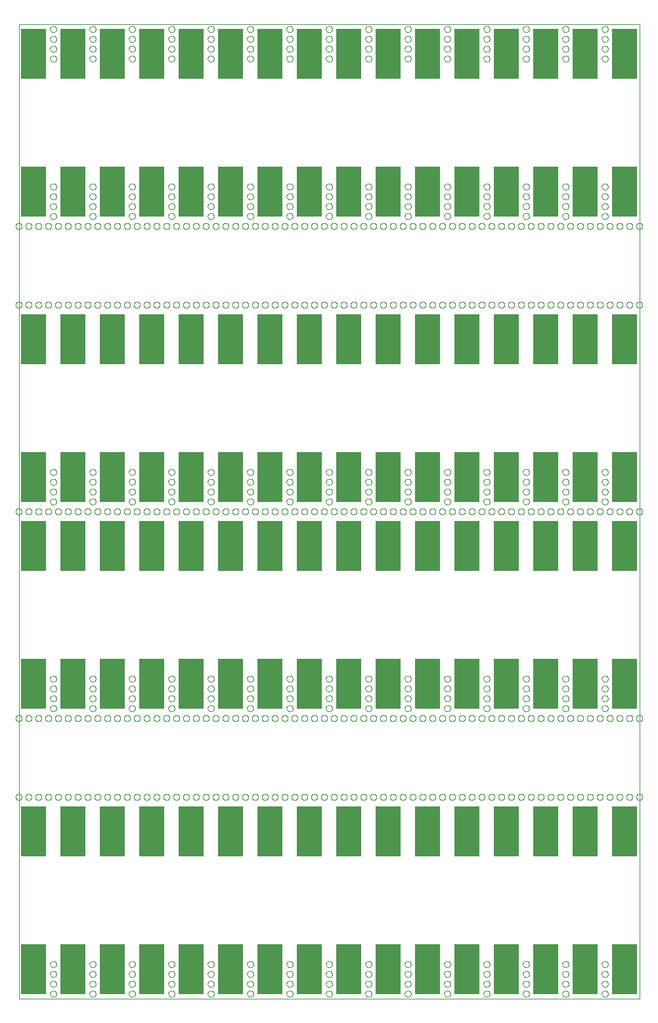
<source format=gbp>
G75*
%MOIN*%
%OFA0B0*%
%FSLAX25Y25*%
%IPPOS*%
%LPD*%
%AMOC8*
5,1,8,0,0,1.08239X$1,22.5*
%
%ADD10C,0.00000*%
%ADD11R,0.12800X0.25400*%
D10*
X0005050Y0048933D02*
X0005050Y0543933D01*
X0320050Y0543933D01*
X0320050Y0048933D01*
X0005050Y0048933D01*
X0020975Y0051433D02*
X0020977Y0051512D01*
X0020983Y0051591D01*
X0020993Y0051670D01*
X0021007Y0051748D01*
X0021024Y0051825D01*
X0021046Y0051901D01*
X0021071Y0051976D01*
X0021101Y0052049D01*
X0021133Y0052121D01*
X0021170Y0052192D01*
X0021210Y0052260D01*
X0021253Y0052326D01*
X0021299Y0052390D01*
X0021349Y0052452D01*
X0021402Y0052511D01*
X0021457Y0052567D01*
X0021516Y0052621D01*
X0021577Y0052671D01*
X0021640Y0052719D01*
X0021706Y0052763D01*
X0021774Y0052804D01*
X0021844Y0052841D01*
X0021915Y0052875D01*
X0021989Y0052905D01*
X0022063Y0052931D01*
X0022139Y0052953D01*
X0022216Y0052972D01*
X0022294Y0052987D01*
X0022372Y0052998D01*
X0022451Y0053005D01*
X0022530Y0053008D01*
X0022609Y0053007D01*
X0022688Y0053002D01*
X0022767Y0052993D01*
X0022845Y0052980D01*
X0022922Y0052963D01*
X0022999Y0052943D01*
X0023074Y0052918D01*
X0023148Y0052890D01*
X0023221Y0052858D01*
X0023291Y0052823D01*
X0023360Y0052784D01*
X0023427Y0052741D01*
X0023492Y0052695D01*
X0023554Y0052647D01*
X0023614Y0052595D01*
X0023671Y0052540D01*
X0023725Y0052482D01*
X0023776Y0052422D01*
X0023824Y0052359D01*
X0023869Y0052294D01*
X0023911Y0052226D01*
X0023949Y0052157D01*
X0023983Y0052086D01*
X0024014Y0052013D01*
X0024042Y0051938D01*
X0024065Y0051863D01*
X0024085Y0051786D01*
X0024101Y0051709D01*
X0024113Y0051630D01*
X0024121Y0051552D01*
X0024125Y0051473D01*
X0024125Y0051393D01*
X0024121Y0051314D01*
X0024113Y0051236D01*
X0024101Y0051157D01*
X0024085Y0051080D01*
X0024065Y0051003D01*
X0024042Y0050928D01*
X0024014Y0050853D01*
X0023983Y0050780D01*
X0023949Y0050709D01*
X0023911Y0050640D01*
X0023869Y0050572D01*
X0023824Y0050507D01*
X0023776Y0050444D01*
X0023725Y0050384D01*
X0023671Y0050326D01*
X0023614Y0050271D01*
X0023554Y0050219D01*
X0023492Y0050171D01*
X0023427Y0050125D01*
X0023360Y0050082D01*
X0023291Y0050043D01*
X0023221Y0050008D01*
X0023148Y0049976D01*
X0023074Y0049948D01*
X0022999Y0049923D01*
X0022922Y0049903D01*
X0022845Y0049886D01*
X0022767Y0049873D01*
X0022688Y0049864D01*
X0022609Y0049859D01*
X0022530Y0049858D01*
X0022451Y0049861D01*
X0022372Y0049868D01*
X0022294Y0049879D01*
X0022216Y0049894D01*
X0022139Y0049913D01*
X0022063Y0049935D01*
X0021989Y0049961D01*
X0021915Y0049991D01*
X0021844Y0050025D01*
X0021774Y0050062D01*
X0021706Y0050103D01*
X0021640Y0050147D01*
X0021577Y0050195D01*
X0021516Y0050245D01*
X0021457Y0050299D01*
X0021402Y0050355D01*
X0021349Y0050414D01*
X0021299Y0050476D01*
X0021253Y0050540D01*
X0021210Y0050606D01*
X0021170Y0050674D01*
X0021133Y0050745D01*
X0021101Y0050817D01*
X0021071Y0050890D01*
X0021046Y0050965D01*
X0021024Y0051041D01*
X0021007Y0051118D01*
X0020993Y0051196D01*
X0020983Y0051275D01*
X0020977Y0051354D01*
X0020975Y0051433D01*
X0020975Y0056433D02*
X0020977Y0056512D01*
X0020983Y0056591D01*
X0020993Y0056670D01*
X0021007Y0056748D01*
X0021024Y0056825D01*
X0021046Y0056901D01*
X0021071Y0056976D01*
X0021101Y0057049D01*
X0021133Y0057121D01*
X0021170Y0057192D01*
X0021210Y0057260D01*
X0021253Y0057326D01*
X0021299Y0057390D01*
X0021349Y0057452D01*
X0021402Y0057511D01*
X0021457Y0057567D01*
X0021516Y0057621D01*
X0021577Y0057671D01*
X0021640Y0057719D01*
X0021706Y0057763D01*
X0021774Y0057804D01*
X0021844Y0057841D01*
X0021915Y0057875D01*
X0021989Y0057905D01*
X0022063Y0057931D01*
X0022139Y0057953D01*
X0022216Y0057972D01*
X0022294Y0057987D01*
X0022372Y0057998D01*
X0022451Y0058005D01*
X0022530Y0058008D01*
X0022609Y0058007D01*
X0022688Y0058002D01*
X0022767Y0057993D01*
X0022845Y0057980D01*
X0022922Y0057963D01*
X0022999Y0057943D01*
X0023074Y0057918D01*
X0023148Y0057890D01*
X0023221Y0057858D01*
X0023291Y0057823D01*
X0023360Y0057784D01*
X0023427Y0057741D01*
X0023492Y0057695D01*
X0023554Y0057647D01*
X0023614Y0057595D01*
X0023671Y0057540D01*
X0023725Y0057482D01*
X0023776Y0057422D01*
X0023824Y0057359D01*
X0023869Y0057294D01*
X0023911Y0057226D01*
X0023949Y0057157D01*
X0023983Y0057086D01*
X0024014Y0057013D01*
X0024042Y0056938D01*
X0024065Y0056863D01*
X0024085Y0056786D01*
X0024101Y0056709D01*
X0024113Y0056630D01*
X0024121Y0056552D01*
X0024125Y0056473D01*
X0024125Y0056393D01*
X0024121Y0056314D01*
X0024113Y0056236D01*
X0024101Y0056157D01*
X0024085Y0056080D01*
X0024065Y0056003D01*
X0024042Y0055928D01*
X0024014Y0055853D01*
X0023983Y0055780D01*
X0023949Y0055709D01*
X0023911Y0055640D01*
X0023869Y0055572D01*
X0023824Y0055507D01*
X0023776Y0055444D01*
X0023725Y0055384D01*
X0023671Y0055326D01*
X0023614Y0055271D01*
X0023554Y0055219D01*
X0023492Y0055171D01*
X0023427Y0055125D01*
X0023360Y0055082D01*
X0023291Y0055043D01*
X0023221Y0055008D01*
X0023148Y0054976D01*
X0023074Y0054948D01*
X0022999Y0054923D01*
X0022922Y0054903D01*
X0022845Y0054886D01*
X0022767Y0054873D01*
X0022688Y0054864D01*
X0022609Y0054859D01*
X0022530Y0054858D01*
X0022451Y0054861D01*
X0022372Y0054868D01*
X0022294Y0054879D01*
X0022216Y0054894D01*
X0022139Y0054913D01*
X0022063Y0054935D01*
X0021989Y0054961D01*
X0021915Y0054991D01*
X0021844Y0055025D01*
X0021774Y0055062D01*
X0021706Y0055103D01*
X0021640Y0055147D01*
X0021577Y0055195D01*
X0021516Y0055245D01*
X0021457Y0055299D01*
X0021402Y0055355D01*
X0021349Y0055414D01*
X0021299Y0055476D01*
X0021253Y0055540D01*
X0021210Y0055606D01*
X0021170Y0055674D01*
X0021133Y0055745D01*
X0021101Y0055817D01*
X0021071Y0055890D01*
X0021046Y0055965D01*
X0021024Y0056041D01*
X0021007Y0056118D01*
X0020993Y0056196D01*
X0020983Y0056275D01*
X0020977Y0056354D01*
X0020975Y0056433D01*
X0020975Y0061433D02*
X0020977Y0061512D01*
X0020983Y0061591D01*
X0020993Y0061670D01*
X0021007Y0061748D01*
X0021024Y0061825D01*
X0021046Y0061901D01*
X0021071Y0061976D01*
X0021101Y0062049D01*
X0021133Y0062121D01*
X0021170Y0062192D01*
X0021210Y0062260D01*
X0021253Y0062326D01*
X0021299Y0062390D01*
X0021349Y0062452D01*
X0021402Y0062511D01*
X0021457Y0062567D01*
X0021516Y0062621D01*
X0021577Y0062671D01*
X0021640Y0062719D01*
X0021706Y0062763D01*
X0021774Y0062804D01*
X0021844Y0062841D01*
X0021915Y0062875D01*
X0021989Y0062905D01*
X0022063Y0062931D01*
X0022139Y0062953D01*
X0022216Y0062972D01*
X0022294Y0062987D01*
X0022372Y0062998D01*
X0022451Y0063005D01*
X0022530Y0063008D01*
X0022609Y0063007D01*
X0022688Y0063002D01*
X0022767Y0062993D01*
X0022845Y0062980D01*
X0022922Y0062963D01*
X0022999Y0062943D01*
X0023074Y0062918D01*
X0023148Y0062890D01*
X0023221Y0062858D01*
X0023291Y0062823D01*
X0023360Y0062784D01*
X0023427Y0062741D01*
X0023492Y0062695D01*
X0023554Y0062647D01*
X0023614Y0062595D01*
X0023671Y0062540D01*
X0023725Y0062482D01*
X0023776Y0062422D01*
X0023824Y0062359D01*
X0023869Y0062294D01*
X0023911Y0062226D01*
X0023949Y0062157D01*
X0023983Y0062086D01*
X0024014Y0062013D01*
X0024042Y0061938D01*
X0024065Y0061863D01*
X0024085Y0061786D01*
X0024101Y0061709D01*
X0024113Y0061630D01*
X0024121Y0061552D01*
X0024125Y0061473D01*
X0024125Y0061393D01*
X0024121Y0061314D01*
X0024113Y0061236D01*
X0024101Y0061157D01*
X0024085Y0061080D01*
X0024065Y0061003D01*
X0024042Y0060928D01*
X0024014Y0060853D01*
X0023983Y0060780D01*
X0023949Y0060709D01*
X0023911Y0060640D01*
X0023869Y0060572D01*
X0023824Y0060507D01*
X0023776Y0060444D01*
X0023725Y0060384D01*
X0023671Y0060326D01*
X0023614Y0060271D01*
X0023554Y0060219D01*
X0023492Y0060171D01*
X0023427Y0060125D01*
X0023360Y0060082D01*
X0023291Y0060043D01*
X0023221Y0060008D01*
X0023148Y0059976D01*
X0023074Y0059948D01*
X0022999Y0059923D01*
X0022922Y0059903D01*
X0022845Y0059886D01*
X0022767Y0059873D01*
X0022688Y0059864D01*
X0022609Y0059859D01*
X0022530Y0059858D01*
X0022451Y0059861D01*
X0022372Y0059868D01*
X0022294Y0059879D01*
X0022216Y0059894D01*
X0022139Y0059913D01*
X0022063Y0059935D01*
X0021989Y0059961D01*
X0021915Y0059991D01*
X0021844Y0060025D01*
X0021774Y0060062D01*
X0021706Y0060103D01*
X0021640Y0060147D01*
X0021577Y0060195D01*
X0021516Y0060245D01*
X0021457Y0060299D01*
X0021402Y0060355D01*
X0021349Y0060414D01*
X0021299Y0060476D01*
X0021253Y0060540D01*
X0021210Y0060606D01*
X0021170Y0060674D01*
X0021133Y0060745D01*
X0021101Y0060817D01*
X0021071Y0060890D01*
X0021046Y0060965D01*
X0021024Y0061041D01*
X0021007Y0061118D01*
X0020993Y0061196D01*
X0020983Y0061275D01*
X0020977Y0061354D01*
X0020975Y0061433D01*
X0020975Y0066433D02*
X0020977Y0066512D01*
X0020983Y0066591D01*
X0020993Y0066670D01*
X0021007Y0066748D01*
X0021024Y0066825D01*
X0021046Y0066901D01*
X0021071Y0066976D01*
X0021101Y0067049D01*
X0021133Y0067121D01*
X0021170Y0067192D01*
X0021210Y0067260D01*
X0021253Y0067326D01*
X0021299Y0067390D01*
X0021349Y0067452D01*
X0021402Y0067511D01*
X0021457Y0067567D01*
X0021516Y0067621D01*
X0021577Y0067671D01*
X0021640Y0067719D01*
X0021706Y0067763D01*
X0021774Y0067804D01*
X0021844Y0067841D01*
X0021915Y0067875D01*
X0021989Y0067905D01*
X0022063Y0067931D01*
X0022139Y0067953D01*
X0022216Y0067972D01*
X0022294Y0067987D01*
X0022372Y0067998D01*
X0022451Y0068005D01*
X0022530Y0068008D01*
X0022609Y0068007D01*
X0022688Y0068002D01*
X0022767Y0067993D01*
X0022845Y0067980D01*
X0022922Y0067963D01*
X0022999Y0067943D01*
X0023074Y0067918D01*
X0023148Y0067890D01*
X0023221Y0067858D01*
X0023291Y0067823D01*
X0023360Y0067784D01*
X0023427Y0067741D01*
X0023492Y0067695D01*
X0023554Y0067647D01*
X0023614Y0067595D01*
X0023671Y0067540D01*
X0023725Y0067482D01*
X0023776Y0067422D01*
X0023824Y0067359D01*
X0023869Y0067294D01*
X0023911Y0067226D01*
X0023949Y0067157D01*
X0023983Y0067086D01*
X0024014Y0067013D01*
X0024042Y0066938D01*
X0024065Y0066863D01*
X0024085Y0066786D01*
X0024101Y0066709D01*
X0024113Y0066630D01*
X0024121Y0066552D01*
X0024125Y0066473D01*
X0024125Y0066393D01*
X0024121Y0066314D01*
X0024113Y0066236D01*
X0024101Y0066157D01*
X0024085Y0066080D01*
X0024065Y0066003D01*
X0024042Y0065928D01*
X0024014Y0065853D01*
X0023983Y0065780D01*
X0023949Y0065709D01*
X0023911Y0065640D01*
X0023869Y0065572D01*
X0023824Y0065507D01*
X0023776Y0065444D01*
X0023725Y0065384D01*
X0023671Y0065326D01*
X0023614Y0065271D01*
X0023554Y0065219D01*
X0023492Y0065171D01*
X0023427Y0065125D01*
X0023360Y0065082D01*
X0023291Y0065043D01*
X0023221Y0065008D01*
X0023148Y0064976D01*
X0023074Y0064948D01*
X0022999Y0064923D01*
X0022922Y0064903D01*
X0022845Y0064886D01*
X0022767Y0064873D01*
X0022688Y0064864D01*
X0022609Y0064859D01*
X0022530Y0064858D01*
X0022451Y0064861D01*
X0022372Y0064868D01*
X0022294Y0064879D01*
X0022216Y0064894D01*
X0022139Y0064913D01*
X0022063Y0064935D01*
X0021989Y0064961D01*
X0021915Y0064991D01*
X0021844Y0065025D01*
X0021774Y0065062D01*
X0021706Y0065103D01*
X0021640Y0065147D01*
X0021577Y0065195D01*
X0021516Y0065245D01*
X0021457Y0065299D01*
X0021402Y0065355D01*
X0021349Y0065414D01*
X0021299Y0065476D01*
X0021253Y0065540D01*
X0021210Y0065606D01*
X0021170Y0065674D01*
X0021133Y0065745D01*
X0021101Y0065817D01*
X0021071Y0065890D01*
X0021046Y0065965D01*
X0021024Y0066041D01*
X0021007Y0066118D01*
X0020993Y0066196D01*
X0020983Y0066275D01*
X0020977Y0066354D01*
X0020975Y0066433D01*
X0040975Y0066433D02*
X0040977Y0066512D01*
X0040983Y0066591D01*
X0040993Y0066670D01*
X0041007Y0066748D01*
X0041024Y0066825D01*
X0041046Y0066901D01*
X0041071Y0066976D01*
X0041101Y0067049D01*
X0041133Y0067121D01*
X0041170Y0067192D01*
X0041210Y0067260D01*
X0041253Y0067326D01*
X0041299Y0067390D01*
X0041349Y0067452D01*
X0041402Y0067511D01*
X0041457Y0067567D01*
X0041516Y0067621D01*
X0041577Y0067671D01*
X0041640Y0067719D01*
X0041706Y0067763D01*
X0041774Y0067804D01*
X0041844Y0067841D01*
X0041915Y0067875D01*
X0041989Y0067905D01*
X0042063Y0067931D01*
X0042139Y0067953D01*
X0042216Y0067972D01*
X0042294Y0067987D01*
X0042372Y0067998D01*
X0042451Y0068005D01*
X0042530Y0068008D01*
X0042609Y0068007D01*
X0042688Y0068002D01*
X0042767Y0067993D01*
X0042845Y0067980D01*
X0042922Y0067963D01*
X0042999Y0067943D01*
X0043074Y0067918D01*
X0043148Y0067890D01*
X0043221Y0067858D01*
X0043291Y0067823D01*
X0043360Y0067784D01*
X0043427Y0067741D01*
X0043492Y0067695D01*
X0043554Y0067647D01*
X0043614Y0067595D01*
X0043671Y0067540D01*
X0043725Y0067482D01*
X0043776Y0067422D01*
X0043824Y0067359D01*
X0043869Y0067294D01*
X0043911Y0067226D01*
X0043949Y0067157D01*
X0043983Y0067086D01*
X0044014Y0067013D01*
X0044042Y0066938D01*
X0044065Y0066863D01*
X0044085Y0066786D01*
X0044101Y0066709D01*
X0044113Y0066630D01*
X0044121Y0066552D01*
X0044125Y0066473D01*
X0044125Y0066393D01*
X0044121Y0066314D01*
X0044113Y0066236D01*
X0044101Y0066157D01*
X0044085Y0066080D01*
X0044065Y0066003D01*
X0044042Y0065928D01*
X0044014Y0065853D01*
X0043983Y0065780D01*
X0043949Y0065709D01*
X0043911Y0065640D01*
X0043869Y0065572D01*
X0043824Y0065507D01*
X0043776Y0065444D01*
X0043725Y0065384D01*
X0043671Y0065326D01*
X0043614Y0065271D01*
X0043554Y0065219D01*
X0043492Y0065171D01*
X0043427Y0065125D01*
X0043360Y0065082D01*
X0043291Y0065043D01*
X0043221Y0065008D01*
X0043148Y0064976D01*
X0043074Y0064948D01*
X0042999Y0064923D01*
X0042922Y0064903D01*
X0042845Y0064886D01*
X0042767Y0064873D01*
X0042688Y0064864D01*
X0042609Y0064859D01*
X0042530Y0064858D01*
X0042451Y0064861D01*
X0042372Y0064868D01*
X0042294Y0064879D01*
X0042216Y0064894D01*
X0042139Y0064913D01*
X0042063Y0064935D01*
X0041989Y0064961D01*
X0041915Y0064991D01*
X0041844Y0065025D01*
X0041774Y0065062D01*
X0041706Y0065103D01*
X0041640Y0065147D01*
X0041577Y0065195D01*
X0041516Y0065245D01*
X0041457Y0065299D01*
X0041402Y0065355D01*
X0041349Y0065414D01*
X0041299Y0065476D01*
X0041253Y0065540D01*
X0041210Y0065606D01*
X0041170Y0065674D01*
X0041133Y0065745D01*
X0041101Y0065817D01*
X0041071Y0065890D01*
X0041046Y0065965D01*
X0041024Y0066041D01*
X0041007Y0066118D01*
X0040993Y0066196D01*
X0040983Y0066275D01*
X0040977Y0066354D01*
X0040975Y0066433D01*
X0040975Y0061433D02*
X0040977Y0061512D01*
X0040983Y0061591D01*
X0040993Y0061670D01*
X0041007Y0061748D01*
X0041024Y0061825D01*
X0041046Y0061901D01*
X0041071Y0061976D01*
X0041101Y0062049D01*
X0041133Y0062121D01*
X0041170Y0062192D01*
X0041210Y0062260D01*
X0041253Y0062326D01*
X0041299Y0062390D01*
X0041349Y0062452D01*
X0041402Y0062511D01*
X0041457Y0062567D01*
X0041516Y0062621D01*
X0041577Y0062671D01*
X0041640Y0062719D01*
X0041706Y0062763D01*
X0041774Y0062804D01*
X0041844Y0062841D01*
X0041915Y0062875D01*
X0041989Y0062905D01*
X0042063Y0062931D01*
X0042139Y0062953D01*
X0042216Y0062972D01*
X0042294Y0062987D01*
X0042372Y0062998D01*
X0042451Y0063005D01*
X0042530Y0063008D01*
X0042609Y0063007D01*
X0042688Y0063002D01*
X0042767Y0062993D01*
X0042845Y0062980D01*
X0042922Y0062963D01*
X0042999Y0062943D01*
X0043074Y0062918D01*
X0043148Y0062890D01*
X0043221Y0062858D01*
X0043291Y0062823D01*
X0043360Y0062784D01*
X0043427Y0062741D01*
X0043492Y0062695D01*
X0043554Y0062647D01*
X0043614Y0062595D01*
X0043671Y0062540D01*
X0043725Y0062482D01*
X0043776Y0062422D01*
X0043824Y0062359D01*
X0043869Y0062294D01*
X0043911Y0062226D01*
X0043949Y0062157D01*
X0043983Y0062086D01*
X0044014Y0062013D01*
X0044042Y0061938D01*
X0044065Y0061863D01*
X0044085Y0061786D01*
X0044101Y0061709D01*
X0044113Y0061630D01*
X0044121Y0061552D01*
X0044125Y0061473D01*
X0044125Y0061393D01*
X0044121Y0061314D01*
X0044113Y0061236D01*
X0044101Y0061157D01*
X0044085Y0061080D01*
X0044065Y0061003D01*
X0044042Y0060928D01*
X0044014Y0060853D01*
X0043983Y0060780D01*
X0043949Y0060709D01*
X0043911Y0060640D01*
X0043869Y0060572D01*
X0043824Y0060507D01*
X0043776Y0060444D01*
X0043725Y0060384D01*
X0043671Y0060326D01*
X0043614Y0060271D01*
X0043554Y0060219D01*
X0043492Y0060171D01*
X0043427Y0060125D01*
X0043360Y0060082D01*
X0043291Y0060043D01*
X0043221Y0060008D01*
X0043148Y0059976D01*
X0043074Y0059948D01*
X0042999Y0059923D01*
X0042922Y0059903D01*
X0042845Y0059886D01*
X0042767Y0059873D01*
X0042688Y0059864D01*
X0042609Y0059859D01*
X0042530Y0059858D01*
X0042451Y0059861D01*
X0042372Y0059868D01*
X0042294Y0059879D01*
X0042216Y0059894D01*
X0042139Y0059913D01*
X0042063Y0059935D01*
X0041989Y0059961D01*
X0041915Y0059991D01*
X0041844Y0060025D01*
X0041774Y0060062D01*
X0041706Y0060103D01*
X0041640Y0060147D01*
X0041577Y0060195D01*
X0041516Y0060245D01*
X0041457Y0060299D01*
X0041402Y0060355D01*
X0041349Y0060414D01*
X0041299Y0060476D01*
X0041253Y0060540D01*
X0041210Y0060606D01*
X0041170Y0060674D01*
X0041133Y0060745D01*
X0041101Y0060817D01*
X0041071Y0060890D01*
X0041046Y0060965D01*
X0041024Y0061041D01*
X0041007Y0061118D01*
X0040993Y0061196D01*
X0040983Y0061275D01*
X0040977Y0061354D01*
X0040975Y0061433D01*
X0040975Y0056433D02*
X0040977Y0056512D01*
X0040983Y0056591D01*
X0040993Y0056670D01*
X0041007Y0056748D01*
X0041024Y0056825D01*
X0041046Y0056901D01*
X0041071Y0056976D01*
X0041101Y0057049D01*
X0041133Y0057121D01*
X0041170Y0057192D01*
X0041210Y0057260D01*
X0041253Y0057326D01*
X0041299Y0057390D01*
X0041349Y0057452D01*
X0041402Y0057511D01*
X0041457Y0057567D01*
X0041516Y0057621D01*
X0041577Y0057671D01*
X0041640Y0057719D01*
X0041706Y0057763D01*
X0041774Y0057804D01*
X0041844Y0057841D01*
X0041915Y0057875D01*
X0041989Y0057905D01*
X0042063Y0057931D01*
X0042139Y0057953D01*
X0042216Y0057972D01*
X0042294Y0057987D01*
X0042372Y0057998D01*
X0042451Y0058005D01*
X0042530Y0058008D01*
X0042609Y0058007D01*
X0042688Y0058002D01*
X0042767Y0057993D01*
X0042845Y0057980D01*
X0042922Y0057963D01*
X0042999Y0057943D01*
X0043074Y0057918D01*
X0043148Y0057890D01*
X0043221Y0057858D01*
X0043291Y0057823D01*
X0043360Y0057784D01*
X0043427Y0057741D01*
X0043492Y0057695D01*
X0043554Y0057647D01*
X0043614Y0057595D01*
X0043671Y0057540D01*
X0043725Y0057482D01*
X0043776Y0057422D01*
X0043824Y0057359D01*
X0043869Y0057294D01*
X0043911Y0057226D01*
X0043949Y0057157D01*
X0043983Y0057086D01*
X0044014Y0057013D01*
X0044042Y0056938D01*
X0044065Y0056863D01*
X0044085Y0056786D01*
X0044101Y0056709D01*
X0044113Y0056630D01*
X0044121Y0056552D01*
X0044125Y0056473D01*
X0044125Y0056393D01*
X0044121Y0056314D01*
X0044113Y0056236D01*
X0044101Y0056157D01*
X0044085Y0056080D01*
X0044065Y0056003D01*
X0044042Y0055928D01*
X0044014Y0055853D01*
X0043983Y0055780D01*
X0043949Y0055709D01*
X0043911Y0055640D01*
X0043869Y0055572D01*
X0043824Y0055507D01*
X0043776Y0055444D01*
X0043725Y0055384D01*
X0043671Y0055326D01*
X0043614Y0055271D01*
X0043554Y0055219D01*
X0043492Y0055171D01*
X0043427Y0055125D01*
X0043360Y0055082D01*
X0043291Y0055043D01*
X0043221Y0055008D01*
X0043148Y0054976D01*
X0043074Y0054948D01*
X0042999Y0054923D01*
X0042922Y0054903D01*
X0042845Y0054886D01*
X0042767Y0054873D01*
X0042688Y0054864D01*
X0042609Y0054859D01*
X0042530Y0054858D01*
X0042451Y0054861D01*
X0042372Y0054868D01*
X0042294Y0054879D01*
X0042216Y0054894D01*
X0042139Y0054913D01*
X0042063Y0054935D01*
X0041989Y0054961D01*
X0041915Y0054991D01*
X0041844Y0055025D01*
X0041774Y0055062D01*
X0041706Y0055103D01*
X0041640Y0055147D01*
X0041577Y0055195D01*
X0041516Y0055245D01*
X0041457Y0055299D01*
X0041402Y0055355D01*
X0041349Y0055414D01*
X0041299Y0055476D01*
X0041253Y0055540D01*
X0041210Y0055606D01*
X0041170Y0055674D01*
X0041133Y0055745D01*
X0041101Y0055817D01*
X0041071Y0055890D01*
X0041046Y0055965D01*
X0041024Y0056041D01*
X0041007Y0056118D01*
X0040993Y0056196D01*
X0040983Y0056275D01*
X0040977Y0056354D01*
X0040975Y0056433D01*
X0040975Y0051433D02*
X0040977Y0051512D01*
X0040983Y0051591D01*
X0040993Y0051670D01*
X0041007Y0051748D01*
X0041024Y0051825D01*
X0041046Y0051901D01*
X0041071Y0051976D01*
X0041101Y0052049D01*
X0041133Y0052121D01*
X0041170Y0052192D01*
X0041210Y0052260D01*
X0041253Y0052326D01*
X0041299Y0052390D01*
X0041349Y0052452D01*
X0041402Y0052511D01*
X0041457Y0052567D01*
X0041516Y0052621D01*
X0041577Y0052671D01*
X0041640Y0052719D01*
X0041706Y0052763D01*
X0041774Y0052804D01*
X0041844Y0052841D01*
X0041915Y0052875D01*
X0041989Y0052905D01*
X0042063Y0052931D01*
X0042139Y0052953D01*
X0042216Y0052972D01*
X0042294Y0052987D01*
X0042372Y0052998D01*
X0042451Y0053005D01*
X0042530Y0053008D01*
X0042609Y0053007D01*
X0042688Y0053002D01*
X0042767Y0052993D01*
X0042845Y0052980D01*
X0042922Y0052963D01*
X0042999Y0052943D01*
X0043074Y0052918D01*
X0043148Y0052890D01*
X0043221Y0052858D01*
X0043291Y0052823D01*
X0043360Y0052784D01*
X0043427Y0052741D01*
X0043492Y0052695D01*
X0043554Y0052647D01*
X0043614Y0052595D01*
X0043671Y0052540D01*
X0043725Y0052482D01*
X0043776Y0052422D01*
X0043824Y0052359D01*
X0043869Y0052294D01*
X0043911Y0052226D01*
X0043949Y0052157D01*
X0043983Y0052086D01*
X0044014Y0052013D01*
X0044042Y0051938D01*
X0044065Y0051863D01*
X0044085Y0051786D01*
X0044101Y0051709D01*
X0044113Y0051630D01*
X0044121Y0051552D01*
X0044125Y0051473D01*
X0044125Y0051393D01*
X0044121Y0051314D01*
X0044113Y0051236D01*
X0044101Y0051157D01*
X0044085Y0051080D01*
X0044065Y0051003D01*
X0044042Y0050928D01*
X0044014Y0050853D01*
X0043983Y0050780D01*
X0043949Y0050709D01*
X0043911Y0050640D01*
X0043869Y0050572D01*
X0043824Y0050507D01*
X0043776Y0050444D01*
X0043725Y0050384D01*
X0043671Y0050326D01*
X0043614Y0050271D01*
X0043554Y0050219D01*
X0043492Y0050171D01*
X0043427Y0050125D01*
X0043360Y0050082D01*
X0043291Y0050043D01*
X0043221Y0050008D01*
X0043148Y0049976D01*
X0043074Y0049948D01*
X0042999Y0049923D01*
X0042922Y0049903D01*
X0042845Y0049886D01*
X0042767Y0049873D01*
X0042688Y0049864D01*
X0042609Y0049859D01*
X0042530Y0049858D01*
X0042451Y0049861D01*
X0042372Y0049868D01*
X0042294Y0049879D01*
X0042216Y0049894D01*
X0042139Y0049913D01*
X0042063Y0049935D01*
X0041989Y0049961D01*
X0041915Y0049991D01*
X0041844Y0050025D01*
X0041774Y0050062D01*
X0041706Y0050103D01*
X0041640Y0050147D01*
X0041577Y0050195D01*
X0041516Y0050245D01*
X0041457Y0050299D01*
X0041402Y0050355D01*
X0041349Y0050414D01*
X0041299Y0050476D01*
X0041253Y0050540D01*
X0041210Y0050606D01*
X0041170Y0050674D01*
X0041133Y0050745D01*
X0041101Y0050817D01*
X0041071Y0050890D01*
X0041046Y0050965D01*
X0041024Y0051041D01*
X0041007Y0051118D01*
X0040993Y0051196D01*
X0040983Y0051275D01*
X0040977Y0051354D01*
X0040975Y0051433D01*
X0060975Y0051433D02*
X0060977Y0051512D01*
X0060983Y0051591D01*
X0060993Y0051670D01*
X0061007Y0051748D01*
X0061024Y0051825D01*
X0061046Y0051901D01*
X0061071Y0051976D01*
X0061101Y0052049D01*
X0061133Y0052121D01*
X0061170Y0052192D01*
X0061210Y0052260D01*
X0061253Y0052326D01*
X0061299Y0052390D01*
X0061349Y0052452D01*
X0061402Y0052511D01*
X0061457Y0052567D01*
X0061516Y0052621D01*
X0061577Y0052671D01*
X0061640Y0052719D01*
X0061706Y0052763D01*
X0061774Y0052804D01*
X0061844Y0052841D01*
X0061915Y0052875D01*
X0061989Y0052905D01*
X0062063Y0052931D01*
X0062139Y0052953D01*
X0062216Y0052972D01*
X0062294Y0052987D01*
X0062372Y0052998D01*
X0062451Y0053005D01*
X0062530Y0053008D01*
X0062609Y0053007D01*
X0062688Y0053002D01*
X0062767Y0052993D01*
X0062845Y0052980D01*
X0062922Y0052963D01*
X0062999Y0052943D01*
X0063074Y0052918D01*
X0063148Y0052890D01*
X0063221Y0052858D01*
X0063291Y0052823D01*
X0063360Y0052784D01*
X0063427Y0052741D01*
X0063492Y0052695D01*
X0063554Y0052647D01*
X0063614Y0052595D01*
X0063671Y0052540D01*
X0063725Y0052482D01*
X0063776Y0052422D01*
X0063824Y0052359D01*
X0063869Y0052294D01*
X0063911Y0052226D01*
X0063949Y0052157D01*
X0063983Y0052086D01*
X0064014Y0052013D01*
X0064042Y0051938D01*
X0064065Y0051863D01*
X0064085Y0051786D01*
X0064101Y0051709D01*
X0064113Y0051630D01*
X0064121Y0051552D01*
X0064125Y0051473D01*
X0064125Y0051393D01*
X0064121Y0051314D01*
X0064113Y0051236D01*
X0064101Y0051157D01*
X0064085Y0051080D01*
X0064065Y0051003D01*
X0064042Y0050928D01*
X0064014Y0050853D01*
X0063983Y0050780D01*
X0063949Y0050709D01*
X0063911Y0050640D01*
X0063869Y0050572D01*
X0063824Y0050507D01*
X0063776Y0050444D01*
X0063725Y0050384D01*
X0063671Y0050326D01*
X0063614Y0050271D01*
X0063554Y0050219D01*
X0063492Y0050171D01*
X0063427Y0050125D01*
X0063360Y0050082D01*
X0063291Y0050043D01*
X0063221Y0050008D01*
X0063148Y0049976D01*
X0063074Y0049948D01*
X0062999Y0049923D01*
X0062922Y0049903D01*
X0062845Y0049886D01*
X0062767Y0049873D01*
X0062688Y0049864D01*
X0062609Y0049859D01*
X0062530Y0049858D01*
X0062451Y0049861D01*
X0062372Y0049868D01*
X0062294Y0049879D01*
X0062216Y0049894D01*
X0062139Y0049913D01*
X0062063Y0049935D01*
X0061989Y0049961D01*
X0061915Y0049991D01*
X0061844Y0050025D01*
X0061774Y0050062D01*
X0061706Y0050103D01*
X0061640Y0050147D01*
X0061577Y0050195D01*
X0061516Y0050245D01*
X0061457Y0050299D01*
X0061402Y0050355D01*
X0061349Y0050414D01*
X0061299Y0050476D01*
X0061253Y0050540D01*
X0061210Y0050606D01*
X0061170Y0050674D01*
X0061133Y0050745D01*
X0061101Y0050817D01*
X0061071Y0050890D01*
X0061046Y0050965D01*
X0061024Y0051041D01*
X0061007Y0051118D01*
X0060993Y0051196D01*
X0060983Y0051275D01*
X0060977Y0051354D01*
X0060975Y0051433D01*
X0060975Y0056433D02*
X0060977Y0056512D01*
X0060983Y0056591D01*
X0060993Y0056670D01*
X0061007Y0056748D01*
X0061024Y0056825D01*
X0061046Y0056901D01*
X0061071Y0056976D01*
X0061101Y0057049D01*
X0061133Y0057121D01*
X0061170Y0057192D01*
X0061210Y0057260D01*
X0061253Y0057326D01*
X0061299Y0057390D01*
X0061349Y0057452D01*
X0061402Y0057511D01*
X0061457Y0057567D01*
X0061516Y0057621D01*
X0061577Y0057671D01*
X0061640Y0057719D01*
X0061706Y0057763D01*
X0061774Y0057804D01*
X0061844Y0057841D01*
X0061915Y0057875D01*
X0061989Y0057905D01*
X0062063Y0057931D01*
X0062139Y0057953D01*
X0062216Y0057972D01*
X0062294Y0057987D01*
X0062372Y0057998D01*
X0062451Y0058005D01*
X0062530Y0058008D01*
X0062609Y0058007D01*
X0062688Y0058002D01*
X0062767Y0057993D01*
X0062845Y0057980D01*
X0062922Y0057963D01*
X0062999Y0057943D01*
X0063074Y0057918D01*
X0063148Y0057890D01*
X0063221Y0057858D01*
X0063291Y0057823D01*
X0063360Y0057784D01*
X0063427Y0057741D01*
X0063492Y0057695D01*
X0063554Y0057647D01*
X0063614Y0057595D01*
X0063671Y0057540D01*
X0063725Y0057482D01*
X0063776Y0057422D01*
X0063824Y0057359D01*
X0063869Y0057294D01*
X0063911Y0057226D01*
X0063949Y0057157D01*
X0063983Y0057086D01*
X0064014Y0057013D01*
X0064042Y0056938D01*
X0064065Y0056863D01*
X0064085Y0056786D01*
X0064101Y0056709D01*
X0064113Y0056630D01*
X0064121Y0056552D01*
X0064125Y0056473D01*
X0064125Y0056393D01*
X0064121Y0056314D01*
X0064113Y0056236D01*
X0064101Y0056157D01*
X0064085Y0056080D01*
X0064065Y0056003D01*
X0064042Y0055928D01*
X0064014Y0055853D01*
X0063983Y0055780D01*
X0063949Y0055709D01*
X0063911Y0055640D01*
X0063869Y0055572D01*
X0063824Y0055507D01*
X0063776Y0055444D01*
X0063725Y0055384D01*
X0063671Y0055326D01*
X0063614Y0055271D01*
X0063554Y0055219D01*
X0063492Y0055171D01*
X0063427Y0055125D01*
X0063360Y0055082D01*
X0063291Y0055043D01*
X0063221Y0055008D01*
X0063148Y0054976D01*
X0063074Y0054948D01*
X0062999Y0054923D01*
X0062922Y0054903D01*
X0062845Y0054886D01*
X0062767Y0054873D01*
X0062688Y0054864D01*
X0062609Y0054859D01*
X0062530Y0054858D01*
X0062451Y0054861D01*
X0062372Y0054868D01*
X0062294Y0054879D01*
X0062216Y0054894D01*
X0062139Y0054913D01*
X0062063Y0054935D01*
X0061989Y0054961D01*
X0061915Y0054991D01*
X0061844Y0055025D01*
X0061774Y0055062D01*
X0061706Y0055103D01*
X0061640Y0055147D01*
X0061577Y0055195D01*
X0061516Y0055245D01*
X0061457Y0055299D01*
X0061402Y0055355D01*
X0061349Y0055414D01*
X0061299Y0055476D01*
X0061253Y0055540D01*
X0061210Y0055606D01*
X0061170Y0055674D01*
X0061133Y0055745D01*
X0061101Y0055817D01*
X0061071Y0055890D01*
X0061046Y0055965D01*
X0061024Y0056041D01*
X0061007Y0056118D01*
X0060993Y0056196D01*
X0060983Y0056275D01*
X0060977Y0056354D01*
X0060975Y0056433D01*
X0060975Y0061433D02*
X0060977Y0061512D01*
X0060983Y0061591D01*
X0060993Y0061670D01*
X0061007Y0061748D01*
X0061024Y0061825D01*
X0061046Y0061901D01*
X0061071Y0061976D01*
X0061101Y0062049D01*
X0061133Y0062121D01*
X0061170Y0062192D01*
X0061210Y0062260D01*
X0061253Y0062326D01*
X0061299Y0062390D01*
X0061349Y0062452D01*
X0061402Y0062511D01*
X0061457Y0062567D01*
X0061516Y0062621D01*
X0061577Y0062671D01*
X0061640Y0062719D01*
X0061706Y0062763D01*
X0061774Y0062804D01*
X0061844Y0062841D01*
X0061915Y0062875D01*
X0061989Y0062905D01*
X0062063Y0062931D01*
X0062139Y0062953D01*
X0062216Y0062972D01*
X0062294Y0062987D01*
X0062372Y0062998D01*
X0062451Y0063005D01*
X0062530Y0063008D01*
X0062609Y0063007D01*
X0062688Y0063002D01*
X0062767Y0062993D01*
X0062845Y0062980D01*
X0062922Y0062963D01*
X0062999Y0062943D01*
X0063074Y0062918D01*
X0063148Y0062890D01*
X0063221Y0062858D01*
X0063291Y0062823D01*
X0063360Y0062784D01*
X0063427Y0062741D01*
X0063492Y0062695D01*
X0063554Y0062647D01*
X0063614Y0062595D01*
X0063671Y0062540D01*
X0063725Y0062482D01*
X0063776Y0062422D01*
X0063824Y0062359D01*
X0063869Y0062294D01*
X0063911Y0062226D01*
X0063949Y0062157D01*
X0063983Y0062086D01*
X0064014Y0062013D01*
X0064042Y0061938D01*
X0064065Y0061863D01*
X0064085Y0061786D01*
X0064101Y0061709D01*
X0064113Y0061630D01*
X0064121Y0061552D01*
X0064125Y0061473D01*
X0064125Y0061393D01*
X0064121Y0061314D01*
X0064113Y0061236D01*
X0064101Y0061157D01*
X0064085Y0061080D01*
X0064065Y0061003D01*
X0064042Y0060928D01*
X0064014Y0060853D01*
X0063983Y0060780D01*
X0063949Y0060709D01*
X0063911Y0060640D01*
X0063869Y0060572D01*
X0063824Y0060507D01*
X0063776Y0060444D01*
X0063725Y0060384D01*
X0063671Y0060326D01*
X0063614Y0060271D01*
X0063554Y0060219D01*
X0063492Y0060171D01*
X0063427Y0060125D01*
X0063360Y0060082D01*
X0063291Y0060043D01*
X0063221Y0060008D01*
X0063148Y0059976D01*
X0063074Y0059948D01*
X0062999Y0059923D01*
X0062922Y0059903D01*
X0062845Y0059886D01*
X0062767Y0059873D01*
X0062688Y0059864D01*
X0062609Y0059859D01*
X0062530Y0059858D01*
X0062451Y0059861D01*
X0062372Y0059868D01*
X0062294Y0059879D01*
X0062216Y0059894D01*
X0062139Y0059913D01*
X0062063Y0059935D01*
X0061989Y0059961D01*
X0061915Y0059991D01*
X0061844Y0060025D01*
X0061774Y0060062D01*
X0061706Y0060103D01*
X0061640Y0060147D01*
X0061577Y0060195D01*
X0061516Y0060245D01*
X0061457Y0060299D01*
X0061402Y0060355D01*
X0061349Y0060414D01*
X0061299Y0060476D01*
X0061253Y0060540D01*
X0061210Y0060606D01*
X0061170Y0060674D01*
X0061133Y0060745D01*
X0061101Y0060817D01*
X0061071Y0060890D01*
X0061046Y0060965D01*
X0061024Y0061041D01*
X0061007Y0061118D01*
X0060993Y0061196D01*
X0060983Y0061275D01*
X0060977Y0061354D01*
X0060975Y0061433D01*
X0060975Y0066433D02*
X0060977Y0066512D01*
X0060983Y0066591D01*
X0060993Y0066670D01*
X0061007Y0066748D01*
X0061024Y0066825D01*
X0061046Y0066901D01*
X0061071Y0066976D01*
X0061101Y0067049D01*
X0061133Y0067121D01*
X0061170Y0067192D01*
X0061210Y0067260D01*
X0061253Y0067326D01*
X0061299Y0067390D01*
X0061349Y0067452D01*
X0061402Y0067511D01*
X0061457Y0067567D01*
X0061516Y0067621D01*
X0061577Y0067671D01*
X0061640Y0067719D01*
X0061706Y0067763D01*
X0061774Y0067804D01*
X0061844Y0067841D01*
X0061915Y0067875D01*
X0061989Y0067905D01*
X0062063Y0067931D01*
X0062139Y0067953D01*
X0062216Y0067972D01*
X0062294Y0067987D01*
X0062372Y0067998D01*
X0062451Y0068005D01*
X0062530Y0068008D01*
X0062609Y0068007D01*
X0062688Y0068002D01*
X0062767Y0067993D01*
X0062845Y0067980D01*
X0062922Y0067963D01*
X0062999Y0067943D01*
X0063074Y0067918D01*
X0063148Y0067890D01*
X0063221Y0067858D01*
X0063291Y0067823D01*
X0063360Y0067784D01*
X0063427Y0067741D01*
X0063492Y0067695D01*
X0063554Y0067647D01*
X0063614Y0067595D01*
X0063671Y0067540D01*
X0063725Y0067482D01*
X0063776Y0067422D01*
X0063824Y0067359D01*
X0063869Y0067294D01*
X0063911Y0067226D01*
X0063949Y0067157D01*
X0063983Y0067086D01*
X0064014Y0067013D01*
X0064042Y0066938D01*
X0064065Y0066863D01*
X0064085Y0066786D01*
X0064101Y0066709D01*
X0064113Y0066630D01*
X0064121Y0066552D01*
X0064125Y0066473D01*
X0064125Y0066393D01*
X0064121Y0066314D01*
X0064113Y0066236D01*
X0064101Y0066157D01*
X0064085Y0066080D01*
X0064065Y0066003D01*
X0064042Y0065928D01*
X0064014Y0065853D01*
X0063983Y0065780D01*
X0063949Y0065709D01*
X0063911Y0065640D01*
X0063869Y0065572D01*
X0063824Y0065507D01*
X0063776Y0065444D01*
X0063725Y0065384D01*
X0063671Y0065326D01*
X0063614Y0065271D01*
X0063554Y0065219D01*
X0063492Y0065171D01*
X0063427Y0065125D01*
X0063360Y0065082D01*
X0063291Y0065043D01*
X0063221Y0065008D01*
X0063148Y0064976D01*
X0063074Y0064948D01*
X0062999Y0064923D01*
X0062922Y0064903D01*
X0062845Y0064886D01*
X0062767Y0064873D01*
X0062688Y0064864D01*
X0062609Y0064859D01*
X0062530Y0064858D01*
X0062451Y0064861D01*
X0062372Y0064868D01*
X0062294Y0064879D01*
X0062216Y0064894D01*
X0062139Y0064913D01*
X0062063Y0064935D01*
X0061989Y0064961D01*
X0061915Y0064991D01*
X0061844Y0065025D01*
X0061774Y0065062D01*
X0061706Y0065103D01*
X0061640Y0065147D01*
X0061577Y0065195D01*
X0061516Y0065245D01*
X0061457Y0065299D01*
X0061402Y0065355D01*
X0061349Y0065414D01*
X0061299Y0065476D01*
X0061253Y0065540D01*
X0061210Y0065606D01*
X0061170Y0065674D01*
X0061133Y0065745D01*
X0061101Y0065817D01*
X0061071Y0065890D01*
X0061046Y0065965D01*
X0061024Y0066041D01*
X0061007Y0066118D01*
X0060993Y0066196D01*
X0060983Y0066275D01*
X0060977Y0066354D01*
X0060975Y0066433D01*
X0080975Y0066433D02*
X0080977Y0066512D01*
X0080983Y0066591D01*
X0080993Y0066670D01*
X0081007Y0066748D01*
X0081024Y0066825D01*
X0081046Y0066901D01*
X0081071Y0066976D01*
X0081101Y0067049D01*
X0081133Y0067121D01*
X0081170Y0067192D01*
X0081210Y0067260D01*
X0081253Y0067326D01*
X0081299Y0067390D01*
X0081349Y0067452D01*
X0081402Y0067511D01*
X0081457Y0067567D01*
X0081516Y0067621D01*
X0081577Y0067671D01*
X0081640Y0067719D01*
X0081706Y0067763D01*
X0081774Y0067804D01*
X0081844Y0067841D01*
X0081915Y0067875D01*
X0081989Y0067905D01*
X0082063Y0067931D01*
X0082139Y0067953D01*
X0082216Y0067972D01*
X0082294Y0067987D01*
X0082372Y0067998D01*
X0082451Y0068005D01*
X0082530Y0068008D01*
X0082609Y0068007D01*
X0082688Y0068002D01*
X0082767Y0067993D01*
X0082845Y0067980D01*
X0082922Y0067963D01*
X0082999Y0067943D01*
X0083074Y0067918D01*
X0083148Y0067890D01*
X0083221Y0067858D01*
X0083291Y0067823D01*
X0083360Y0067784D01*
X0083427Y0067741D01*
X0083492Y0067695D01*
X0083554Y0067647D01*
X0083614Y0067595D01*
X0083671Y0067540D01*
X0083725Y0067482D01*
X0083776Y0067422D01*
X0083824Y0067359D01*
X0083869Y0067294D01*
X0083911Y0067226D01*
X0083949Y0067157D01*
X0083983Y0067086D01*
X0084014Y0067013D01*
X0084042Y0066938D01*
X0084065Y0066863D01*
X0084085Y0066786D01*
X0084101Y0066709D01*
X0084113Y0066630D01*
X0084121Y0066552D01*
X0084125Y0066473D01*
X0084125Y0066393D01*
X0084121Y0066314D01*
X0084113Y0066236D01*
X0084101Y0066157D01*
X0084085Y0066080D01*
X0084065Y0066003D01*
X0084042Y0065928D01*
X0084014Y0065853D01*
X0083983Y0065780D01*
X0083949Y0065709D01*
X0083911Y0065640D01*
X0083869Y0065572D01*
X0083824Y0065507D01*
X0083776Y0065444D01*
X0083725Y0065384D01*
X0083671Y0065326D01*
X0083614Y0065271D01*
X0083554Y0065219D01*
X0083492Y0065171D01*
X0083427Y0065125D01*
X0083360Y0065082D01*
X0083291Y0065043D01*
X0083221Y0065008D01*
X0083148Y0064976D01*
X0083074Y0064948D01*
X0082999Y0064923D01*
X0082922Y0064903D01*
X0082845Y0064886D01*
X0082767Y0064873D01*
X0082688Y0064864D01*
X0082609Y0064859D01*
X0082530Y0064858D01*
X0082451Y0064861D01*
X0082372Y0064868D01*
X0082294Y0064879D01*
X0082216Y0064894D01*
X0082139Y0064913D01*
X0082063Y0064935D01*
X0081989Y0064961D01*
X0081915Y0064991D01*
X0081844Y0065025D01*
X0081774Y0065062D01*
X0081706Y0065103D01*
X0081640Y0065147D01*
X0081577Y0065195D01*
X0081516Y0065245D01*
X0081457Y0065299D01*
X0081402Y0065355D01*
X0081349Y0065414D01*
X0081299Y0065476D01*
X0081253Y0065540D01*
X0081210Y0065606D01*
X0081170Y0065674D01*
X0081133Y0065745D01*
X0081101Y0065817D01*
X0081071Y0065890D01*
X0081046Y0065965D01*
X0081024Y0066041D01*
X0081007Y0066118D01*
X0080993Y0066196D01*
X0080983Y0066275D01*
X0080977Y0066354D01*
X0080975Y0066433D01*
X0080975Y0061433D02*
X0080977Y0061512D01*
X0080983Y0061591D01*
X0080993Y0061670D01*
X0081007Y0061748D01*
X0081024Y0061825D01*
X0081046Y0061901D01*
X0081071Y0061976D01*
X0081101Y0062049D01*
X0081133Y0062121D01*
X0081170Y0062192D01*
X0081210Y0062260D01*
X0081253Y0062326D01*
X0081299Y0062390D01*
X0081349Y0062452D01*
X0081402Y0062511D01*
X0081457Y0062567D01*
X0081516Y0062621D01*
X0081577Y0062671D01*
X0081640Y0062719D01*
X0081706Y0062763D01*
X0081774Y0062804D01*
X0081844Y0062841D01*
X0081915Y0062875D01*
X0081989Y0062905D01*
X0082063Y0062931D01*
X0082139Y0062953D01*
X0082216Y0062972D01*
X0082294Y0062987D01*
X0082372Y0062998D01*
X0082451Y0063005D01*
X0082530Y0063008D01*
X0082609Y0063007D01*
X0082688Y0063002D01*
X0082767Y0062993D01*
X0082845Y0062980D01*
X0082922Y0062963D01*
X0082999Y0062943D01*
X0083074Y0062918D01*
X0083148Y0062890D01*
X0083221Y0062858D01*
X0083291Y0062823D01*
X0083360Y0062784D01*
X0083427Y0062741D01*
X0083492Y0062695D01*
X0083554Y0062647D01*
X0083614Y0062595D01*
X0083671Y0062540D01*
X0083725Y0062482D01*
X0083776Y0062422D01*
X0083824Y0062359D01*
X0083869Y0062294D01*
X0083911Y0062226D01*
X0083949Y0062157D01*
X0083983Y0062086D01*
X0084014Y0062013D01*
X0084042Y0061938D01*
X0084065Y0061863D01*
X0084085Y0061786D01*
X0084101Y0061709D01*
X0084113Y0061630D01*
X0084121Y0061552D01*
X0084125Y0061473D01*
X0084125Y0061393D01*
X0084121Y0061314D01*
X0084113Y0061236D01*
X0084101Y0061157D01*
X0084085Y0061080D01*
X0084065Y0061003D01*
X0084042Y0060928D01*
X0084014Y0060853D01*
X0083983Y0060780D01*
X0083949Y0060709D01*
X0083911Y0060640D01*
X0083869Y0060572D01*
X0083824Y0060507D01*
X0083776Y0060444D01*
X0083725Y0060384D01*
X0083671Y0060326D01*
X0083614Y0060271D01*
X0083554Y0060219D01*
X0083492Y0060171D01*
X0083427Y0060125D01*
X0083360Y0060082D01*
X0083291Y0060043D01*
X0083221Y0060008D01*
X0083148Y0059976D01*
X0083074Y0059948D01*
X0082999Y0059923D01*
X0082922Y0059903D01*
X0082845Y0059886D01*
X0082767Y0059873D01*
X0082688Y0059864D01*
X0082609Y0059859D01*
X0082530Y0059858D01*
X0082451Y0059861D01*
X0082372Y0059868D01*
X0082294Y0059879D01*
X0082216Y0059894D01*
X0082139Y0059913D01*
X0082063Y0059935D01*
X0081989Y0059961D01*
X0081915Y0059991D01*
X0081844Y0060025D01*
X0081774Y0060062D01*
X0081706Y0060103D01*
X0081640Y0060147D01*
X0081577Y0060195D01*
X0081516Y0060245D01*
X0081457Y0060299D01*
X0081402Y0060355D01*
X0081349Y0060414D01*
X0081299Y0060476D01*
X0081253Y0060540D01*
X0081210Y0060606D01*
X0081170Y0060674D01*
X0081133Y0060745D01*
X0081101Y0060817D01*
X0081071Y0060890D01*
X0081046Y0060965D01*
X0081024Y0061041D01*
X0081007Y0061118D01*
X0080993Y0061196D01*
X0080983Y0061275D01*
X0080977Y0061354D01*
X0080975Y0061433D01*
X0080975Y0056433D02*
X0080977Y0056512D01*
X0080983Y0056591D01*
X0080993Y0056670D01*
X0081007Y0056748D01*
X0081024Y0056825D01*
X0081046Y0056901D01*
X0081071Y0056976D01*
X0081101Y0057049D01*
X0081133Y0057121D01*
X0081170Y0057192D01*
X0081210Y0057260D01*
X0081253Y0057326D01*
X0081299Y0057390D01*
X0081349Y0057452D01*
X0081402Y0057511D01*
X0081457Y0057567D01*
X0081516Y0057621D01*
X0081577Y0057671D01*
X0081640Y0057719D01*
X0081706Y0057763D01*
X0081774Y0057804D01*
X0081844Y0057841D01*
X0081915Y0057875D01*
X0081989Y0057905D01*
X0082063Y0057931D01*
X0082139Y0057953D01*
X0082216Y0057972D01*
X0082294Y0057987D01*
X0082372Y0057998D01*
X0082451Y0058005D01*
X0082530Y0058008D01*
X0082609Y0058007D01*
X0082688Y0058002D01*
X0082767Y0057993D01*
X0082845Y0057980D01*
X0082922Y0057963D01*
X0082999Y0057943D01*
X0083074Y0057918D01*
X0083148Y0057890D01*
X0083221Y0057858D01*
X0083291Y0057823D01*
X0083360Y0057784D01*
X0083427Y0057741D01*
X0083492Y0057695D01*
X0083554Y0057647D01*
X0083614Y0057595D01*
X0083671Y0057540D01*
X0083725Y0057482D01*
X0083776Y0057422D01*
X0083824Y0057359D01*
X0083869Y0057294D01*
X0083911Y0057226D01*
X0083949Y0057157D01*
X0083983Y0057086D01*
X0084014Y0057013D01*
X0084042Y0056938D01*
X0084065Y0056863D01*
X0084085Y0056786D01*
X0084101Y0056709D01*
X0084113Y0056630D01*
X0084121Y0056552D01*
X0084125Y0056473D01*
X0084125Y0056393D01*
X0084121Y0056314D01*
X0084113Y0056236D01*
X0084101Y0056157D01*
X0084085Y0056080D01*
X0084065Y0056003D01*
X0084042Y0055928D01*
X0084014Y0055853D01*
X0083983Y0055780D01*
X0083949Y0055709D01*
X0083911Y0055640D01*
X0083869Y0055572D01*
X0083824Y0055507D01*
X0083776Y0055444D01*
X0083725Y0055384D01*
X0083671Y0055326D01*
X0083614Y0055271D01*
X0083554Y0055219D01*
X0083492Y0055171D01*
X0083427Y0055125D01*
X0083360Y0055082D01*
X0083291Y0055043D01*
X0083221Y0055008D01*
X0083148Y0054976D01*
X0083074Y0054948D01*
X0082999Y0054923D01*
X0082922Y0054903D01*
X0082845Y0054886D01*
X0082767Y0054873D01*
X0082688Y0054864D01*
X0082609Y0054859D01*
X0082530Y0054858D01*
X0082451Y0054861D01*
X0082372Y0054868D01*
X0082294Y0054879D01*
X0082216Y0054894D01*
X0082139Y0054913D01*
X0082063Y0054935D01*
X0081989Y0054961D01*
X0081915Y0054991D01*
X0081844Y0055025D01*
X0081774Y0055062D01*
X0081706Y0055103D01*
X0081640Y0055147D01*
X0081577Y0055195D01*
X0081516Y0055245D01*
X0081457Y0055299D01*
X0081402Y0055355D01*
X0081349Y0055414D01*
X0081299Y0055476D01*
X0081253Y0055540D01*
X0081210Y0055606D01*
X0081170Y0055674D01*
X0081133Y0055745D01*
X0081101Y0055817D01*
X0081071Y0055890D01*
X0081046Y0055965D01*
X0081024Y0056041D01*
X0081007Y0056118D01*
X0080993Y0056196D01*
X0080983Y0056275D01*
X0080977Y0056354D01*
X0080975Y0056433D01*
X0080975Y0051433D02*
X0080977Y0051512D01*
X0080983Y0051591D01*
X0080993Y0051670D01*
X0081007Y0051748D01*
X0081024Y0051825D01*
X0081046Y0051901D01*
X0081071Y0051976D01*
X0081101Y0052049D01*
X0081133Y0052121D01*
X0081170Y0052192D01*
X0081210Y0052260D01*
X0081253Y0052326D01*
X0081299Y0052390D01*
X0081349Y0052452D01*
X0081402Y0052511D01*
X0081457Y0052567D01*
X0081516Y0052621D01*
X0081577Y0052671D01*
X0081640Y0052719D01*
X0081706Y0052763D01*
X0081774Y0052804D01*
X0081844Y0052841D01*
X0081915Y0052875D01*
X0081989Y0052905D01*
X0082063Y0052931D01*
X0082139Y0052953D01*
X0082216Y0052972D01*
X0082294Y0052987D01*
X0082372Y0052998D01*
X0082451Y0053005D01*
X0082530Y0053008D01*
X0082609Y0053007D01*
X0082688Y0053002D01*
X0082767Y0052993D01*
X0082845Y0052980D01*
X0082922Y0052963D01*
X0082999Y0052943D01*
X0083074Y0052918D01*
X0083148Y0052890D01*
X0083221Y0052858D01*
X0083291Y0052823D01*
X0083360Y0052784D01*
X0083427Y0052741D01*
X0083492Y0052695D01*
X0083554Y0052647D01*
X0083614Y0052595D01*
X0083671Y0052540D01*
X0083725Y0052482D01*
X0083776Y0052422D01*
X0083824Y0052359D01*
X0083869Y0052294D01*
X0083911Y0052226D01*
X0083949Y0052157D01*
X0083983Y0052086D01*
X0084014Y0052013D01*
X0084042Y0051938D01*
X0084065Y0051863D01*
X0084085Y0051786D01*
X0084101Y0051709D01*
X0084113Y0051630D01*
X0084121Y0051552D01*
X0084125Y0051473D01*
X0084125Y0051393D01*
X0084121Y0051314D01*
X0084113Y0051236D01*
X0084101Y0051157D01*
X0084085Y0051080D01*
X0084065Y0051003D01*
X0084042Y0050928D01*
X0084014Y0050853D01*
X0083983Y0050780D01*
X0083949Y0050709D01*
X0083911Y0050640D01*
X0083869Y0050572D01*
X0083824Y0050507D01*
X0083776Y0050444D01*
X0083725Y0050384D01*
X0083671Y0050326D01*
X0083614Y0050271D01*
X0083554Y0050219D01*
X0083492Y0050171D01*
X0083427Y0050125D01*
X0083360Y0050082D01*
X0083291Y0050043D01*
X0083221Y0050008D01*
X0083148Y0049976D01*
X0083074Y0049948D01*
X0082999Y0049923D01*
X0082922Y0049903D01*
X0082845Y0049886D01*
X0082767Y0049873D01*
X0082688Y0049864D01*
X0082609Y0049859D01*
X0082530Y0049858D01*
X0082451Y0049861D01*
X0082372Y0049868D01*
X0082294Y0049879D01*
X0082216Y0049894D01*
X0082139Y0049913D01*
X0082063Y0049935D01*
X0081989Y0049961D01*
X0081915Y0049991D01*
X0081844Y0050025D01*
X0081774Y0050062D01*
X0081706Y0050103D01*
X0081640Y0050147D01*
X0081577Y0050195D01*
X0081516Y0050245D01*
X0081457Y0050299D01*
X0081402Y0050355D01*
X0081349Y0050414D01*
X0081299Y0050476D01*
X0081253Y0050540D01*
X0081210Y0050606D01*
X0081170Y0050674D01*
X0081133Y0050745D01*
X0081101Y0050817D01*
X0081071Y0050890D01*
X0081046Y0050965D01*
X0081024Y0051041D01*
X0081007Y0051118D01*
X0080993Y0051196D01*
X0080983Y0051275D01*
X0080977Y0051354D01*
X0080975Y0051433D01*
X0100975Y0051433D02*
X0100977Y0051512D01*
X0100983Y0051591D01*
X0100993Y0051670D01*
X0101007Y0051748D01*
X0101024Y0051825D01*
X0101046Y0051901D01*
X0101071Y0051976D01*
X0101101Y0052049D01*
X0101133Y0052121D01*
X0101170Y0052192D01*
X0101210Y0052260D01*
X0101253Y0052326D01*
X0101299Y0052390D01*
X0101349Y0052452D01*
X0101402Y0052511D01*
X0101457Y0052567D01*
X0101516Y0052621D01*
X0101577Y0052671D01*
X0101640Y0052719D01*
X0101706Y0052763D01*
X0101774Y0052804D01*
X0101844Y0052841D01*
X0101915Y0052875D01*
X0101989Y0052905D01*
X0102063Y0052931D01*
X0102139Y0052953D01*
X0102216Y0052972D01*
X0102294Y0052987D01*
X0102372Y0052998D01*
X0102451Y0053005D01*
X0102530Y0053008D01*
X0102609Y0053007D01*
X0102688Y0053002D01*
X0102767Y0052993D01*
X0102845Y0052980D01*
X0102922Y0052963D01*
X0102999Y0052943D01*
X0103074Y0052918D01*
X0103148Y0052890D01*
X0103221Y0052858D01*
X0103291Y0052823D01*
X0103360Y0052784D01*
X0103427Y0052741D01*
X0103492Y0052695D01*
X0103554Y0052647D01*
X0103614Y0052595D01*
X0103671Y0052540D01*
X0103725Y0052482D01*
X0103776Y0052422D01*
X0103824Y0052359D01*
X0103869Y0052294D01*
X0103911Y0052226D01*
X0103949Y0052157D01*
X0103983Y0052086D01*
X0104014Y0052013D01*
X0104042Y0051938D01*
X0104065Y0051863D01*
X0104085Y0051786D01*
X0104101Y0051709D01*
X0104113Y0051630D01*
X0104121Y0051552D01*
X0104125Y0051473D01*
X0104125Y0051393D01*
X0104121Y0051314D01*
X0104113Y0051236D01*
X0104101Y0051157D01*
X0104085Y0051080D01*
X0104065Y0051003D01*
X0104042Y0050928D01*
X0104014Y0050853D01*
X0103983Y0050780D01*
X0103949Y0050709D01*
X0103911Y0050640D01*
X0103869Y0050572D01*
X0103824Y0050507D01*
X0103776Y0050444D01*
X0103725Y0050384D01*
X0103671Y0050326D01*
X0103614Y0050271D01*
X0103554Y0050219D01*
X0103492Y0050171D01*
X0103427Y0050125D01*
X0103360Y0050082D01*
X0103291Y0050043D01*
X0103221Y0050008D01*
X0103148Y0049976D01*
X0103074Y0049948D01*
X0102999Y0049923D01*
X0102922Y0049903D01*
X0102845Y0049886D01*
X0102767Y0049873D01*
X0102688Y0049864D01*
X0102609Y0049859D01*
X0102530Y0049858D01*
X0102451Y0049861D01*
X0102372Y0049868D01*
X0102294Y0049879D01*
X0102216Y0049894D01*
X0102139Y0049913D01*
X0102063Y0049935D01*
X0101989Y0049961D01*
X0101915Y0049991D01*
X0101844Y0050025D01*
X0101774Y0050062D01*
X0101706Y0050103D01*
X0101640Y0050147D01*
X0101577Y0050195D01*
X0101516Y0050245D01*
X0101457Y0050299D01*
X0101402Y0050355D01*
X0101349Y0050414D01*
X0101299Y0050476D01*
X0101253Y0050540D01*
X0101210Y0050606D01*
X0101170Y0050674D01*
X0101133Y0050745D01*
X0101101Y0050817D01*
X0101071Y0050890D01*
X0101046Y0050965D01*
X0101024Y0051041D01*
X0101007Y0051118D01*
X0100993Y0051196D01*
X0100983Y0051275D01*
X0100977Y0051354D01*
X0100975Y0051433D01*
X0100975Y0056433D02*
X0100977Y0056512D01*
X0100983Y0056591D01*
X0100993Y0056670D01*
X0101007Y0056748D01*
X0101024Y0056825D01*
X0101046Y0056901D01*
X0101071Y0056976D01*
X0101101Y0057049D01*
X0101133Y0057121D01*
X0101170Y0057192D01*
X0101210Y0057260D01*
X0101253Y0057326D01*
X0101299Y0057390D01*
X0101349Y0057452D01*
X0101402Y0057511D01*
X0101457Y0057567D01*
X0101516Y0057621D01*
X0101577Y0057671D01*
X0101640Y0057719D01*
X0101706Y0057763D01*
X0101774Y0057804D01*
X0101844Y0057841D01*
X0101915Y0057875D01*
X0101989Y0057905D01*
X0102063Y0057931D01*
X0102139Y0057953D01*
X0102216Y0057972D01*
X0102294Y0057987D01*
X0102372Y0057998D01*
X0102451Y0058005D01*
X0102530Y0058008D01*
X0102609Y0058007D01*
X0102688Y0058002D01*
X0102767Y0057993D01*
X0102845Y0057980D01*
X0102922Y0057963D01*
X0102999Y0057943D01*
X0103074Y0057918D01*
X0103148Y0057890D01*
X0103221Y0057858D01*
X0103291Y0057823D01*
X0103360Y0057784D01*
X0103427Y0057741D01*
X0103492Y0057695D01*
X0103554Y0057647D01*
X0103614Y0057595D01*
X0103671Y0057540D01*
X0103725Y0057482D01*
X0103776Y0057422D01*
X0103824Y0057359D01*
X0103869Y0057294D01*
X0103911Y0057226D01*
X0103949Y0057157D01*
X0103983Y0057086D01*
X0104014Y0057013D01*
X0104042Y0056938D01*
X0104065Y0056863D01*
X0104085Y0056786D01*
X0104101Y0056709D01*
X0104113Y0056630D01*
X0104121Y0056552D01*
X0104125Y0056473D01*
X0104125Y0056393D01*
X0104121Y0056314D01*
X0104113Y0056236D01*
X0104101Y0056157D01*
X0104085Y0056080D01*
X0104065Y0056003D01*
X0104042Y0055928D01*
X0104014Y0055853D01*
X0103983Y0055780D01*
X0103949Y0055709D01*
X0103911Y0055640D01*
X0103869Y0055572D01*
X0103824Y0055507D01*
X0103776Y0055444D01*
X0103725Y0055384D01*
X0103671Y0055326D01*
X0103614Y0055271D01*
X0103554Y0055219D01*
X0103492Y0055171D01*
X0103427Y0055125D01*
X0103360Y0055082D01*
X0103291Y0055043D01*
X0103221Y0055008D01*
X0103148Y0054976D01*
X0103074Y0054948D01*
X0102999Y0054923D01*
X0102922Y0054903D01*
X0102845Y0054886D01*
X0102767Y0054873D01*
X0102688Y0054864D01*
X0102609Y0054859D01*
X0102530Y0054858D01*
X0102451Y0054861D01*
X0102372Y0054868D01*
X0102294Y0054879D01*
X0102216Y0054894D01*
X0102139Y0054913D01*
X0102063Y0054935D01*
X0101989Y0054961D01*
X0101915Y0054991D01*
X0101844Y0055025D01*
X0101774Y0055062D01*
X0101706Y0055103D01*
X0101640Y0055147D01*
X0101577Y0055195D01*
X0101516Y0055245D01*
X0101457Y0055299D01*
X0101402Y0055355D01*
X0101349Y0055414D01*
X0101299Y0055476D01*
X0101253Y0055540D01*
X0101210Y0055606D01*
X0101170Y0055674D01*
X0101133Y0055745D01*
X0101101Y0055817D01*
X0101071Y0055890D01*
X0101046Y0055965D01*
X0101024Y0056041D01*
X0101007Y0056118D01*
X0100993Y0056196D01*
X0100983Y0056275D01*
X0100977Y0056354D01*
X0100975Y0056433D01*
X0100975Y0061433D02*
X0100977Y0061512D01*
X0100983Y0061591D01*
X0100993Y0061670D01*
X0101007Y0061748D01*
X0101024Y0061825D01*
X0101046Y0061901D01*
X0101071Y0061976D01*
X0101101Y0062049D01*
X0101133Y0062121D01*
X0101170Y0062192D01*
X0101210Y0062260D01*
X0101253Y0062326D01*
X0101299Y0062390D01*
X0101349Y0062452D01*
X0101402Y0062511D01*
X0101457Y0062567D01*
X0101516Y0062621D01*
X0101577Y0062671D01*
X0101640Y0062719D01*
X0101706Y0062763D01*
X0101774Y0062804D01*
X0101844Y0062841D01*
X0101915Y0062875D01*
X0101989Y0062905D01*
X0102063Y0062931D01*
X0102139Y0062953D01*
X0102216Y0062972D01*
X0102294Y0062987D01*
X0102372Y0062998D01*
X0102451Y0063005D01*
X0102530Y0063008D01*
X0102609Y0063007D01*
X0102688Y0063002D01*
X0102767Y0062993D01*
X0102845Y0062980D01*
X0102922Y0062963D01*
X0102999Y0062943D01*
X0103074Y0062918D01*
X0103148Y0062890D01*
X0103221Y0062858D01*
X0103291Y0062823D01*
X0103360Y0062784D01*
X0103427Y0062741D01*
X0103492Y0062695D01*
X0103554Y0062647D01*
X0103614Y0062595D01*
X0103671Y0062540D01*
X0103725Y0062482D01*
X0103776Y0062422D01*
X0103824Y0062359D01*
X0103869Y0062294D01*
X0103911Y0062226D01*
X0103949Y0062157D01*
X0103983Y0062086D01*
X0104014Y0062013D01*
X0104042Y0061938D01*
X0104065Y0061863D01*
X0104085Y0061786D01*
X0104101Y0061709D01*
X0104113Y0061630D01*
X0104121Y0061552D01*
X0104125Y0061473D01*
X0104125Y0061393D01*
X0104121Y0061314D01*
X0104113Y0061236D01*
X0104101Y0061157D01*
X0104085Y0061080D01*
X0104065Y0061003D01*
X0104042Y0060928D01*
X0104014Y0060853D01*
X0103983Y0060780D01*
X0103949Y0060709D01*
X0103911Y0060640D01*
X0103869Y0060572D01*
X0103824Y0060507D01*
X0103776Y0060444D01*
X0103725Y0060384D01*
X0103671Y0060326D01*
X0103614Y0060271D01*
X0103554Y0060219D01*
X0103492Y0060171D01*
X0103427Y0060125D01*
X0103360Y0060082D01*
X0103291Y0060043D01*
X0103221Y0060008D01*
X0103148Y0059976D01*
X0103074Y0059948D01*
X0102999Y0059923D01*
X0102922Y0059903D01*
X0102845Y0059886D01*
X0102767Y0059873D01*
X0102688Y0059864D01*
X0102609Y0059859D01*
X0102530Y0059858D01*
X0102451Y0059861D01*
X0102372Y0059868D01*
X0102294Y0059879D01*
X0102216Y0059894D01*
X0102139Y0059913D01*
X0102063Y0059935D01*
X0101989Y0059961D01*
X0101915Y0059991D01*
X0101844Y0060025D01*
X0101774Y0060062D01*
X0101706Y0060103D01*
X0101640Y0060147D01*
X0101577Y0060195D01*
X0101516Y0060245D01*
X0101457Y0060299D01*
X0101402Y0060355D01*
X0101349Y0060414D01*
X0101299Y0060476D01*
X0101253Y0060540D01*
X0101210Y0060606D01*
X0101170Y0060674D01*
X0101133Y0060745D01*
X0101101Y0060817D01*
X0101071Y0060890D01*
X0101046Y0060965D01*
X0101024Y0061041D01*
X0101007Y0061118D01*
X0100993Y0061196D01*
X0100983Y0061275D01*
X0100977Y0061354D01*
X0100975Y0061433D01*
X0100975Y0066433D02*
X0100977Y0066512D01*
X0100983Y0066591D01*
X0100993Y0066670D01*
X0101007Y0066748D01*
X0101024Y0066825D01*
X0101046Y0066901D01*
X0101071Y0066976D01*
X0101101Y0067049D01*
X0101133Y0067121D01*
X0101170Y0067192D01*
X0101210Y0067260D01*
X0101253Y0067326D01*
X0101299Y0067390D01*
X0101349Y0067452D01*
X0101402Y0067511D01*
X0101457Y0067567D01*
X0101516Y0067621D01*
X0101577Y0067671D01*
X0101640Y0067719D01*
X0101706Y0067763D01*
X0101774Y0067804D01*
X0101844Y0067841D01*
X0101915Y0067875D01*
X0101989Y0067905D01*
X0102063Y0067931D01*
X0102139Y0067953D01*
X0102216Y0067972D01*
X0102294Y0067987D01*
X0102372Y0067998D01*
X0102451Y0068005D01*
X0102530Y0068008D01*
X0102609Y0068007D01*
X0102688Y0068002D01*
X0102767Y0067993D01*
X0102845Y0067980D01*
X0102922Y0067963D01*
X0102999Y0067943D01*
X0103074Y0067918D01*
X0103148Y0067890D01*
X0103221Y0067858D01*
X0103291Y0067823D01*
X0103360Y0067784D01*
X0103427Y0067741D01*
X0103492Y0067695D01*
X0103554Y0067647D01*
X0103614Y0067595D01*
X0103671Y0067540D01*
X0103725Y0067482D01*
X0103776Y0067422D01*
X0103824Y0067359D01*
X0103869Y0067294D01*
X0103911Y0067226D01*
X0103949Y0067157D01*
X0103983Y0067086D01*
X0104014Y0067013D01*
X0104042Y0066938D01*
X0104065Y0066863D01*
X0104085Y0066786D01*
X0104101Y0066709D01*
X0104113Y0066630D01*
X0104121Y0066552D01*
X0104125Y0066473D01*
X0104125Y0066393D01*
X0104121Y0066314D01*
X0104113Y0066236D01*
X0104101Y0066157D01*
X0104085Y0066080D01*
X0104065Y0066003D01*
X0104042Y0065928D01*
X0104014Y0065853D01*
X0103983Y0065780D01*
X0103949Y0065709D01*
X0103911Y0065640D01*
X0103869Y0065572D01*
X0103824Y0065507D01*
X0103776Y0065444D01*
X0103725Y0065384D01*
X0103671Y0065326D01*
X0103614Y0065271D01*
X0103554Y0065219D01*
X0103492Y0065171D01*
X0103427Y0065125D01*
X0103360Y0065082D01*
X0103291Y0065043D01*
X0103221Y0065008D01*
X0103148Y0064976D01*
X0103074Y0064948D01*
X0102999Y0064923D01*
X0102922Y0064903D01*
X0102845Y0064886D01*
X0102767Y0064873D01*
X0102688Y0064864D01*
X0102609Y0064859D01*
X0102530Y0064858D01*
X0102451Y0064861D01*
X0102372Y0064868D01*
X0102294Y0064879D01*
X0102216Y0064894D01*
X0102139Y0064913D01*
X0102063Y0064935D01*
X0101989Y0064961D01*
X0101915Y0064991D01*
X0101844Y0065025D01*
X0101774Y0065062D01*
X0101706Y0065103D01*
X0101640Y0065147D01*
X0101577Y0065195D01*
X0101516Y0065245D01*
X0101457Y0065299D01*
X0101402Y0065355D01*
X0101349Y0065414D01*
X0101299Y0065476D01*
X0101253Y0065540D01*
X0101210Y0065606D01*
X0101170Y0065674D01*
X0101133Y0065745D01*
X0101101Y0065817D01*
X0101071Y0065890D01*
X0101046Y0065965D01*
X0101024Y0066041D01*
X0101007Y0066118D01*
X0100993Y0066196D01*
X0100983Y0066275D01*
X0100977Y0066354D01*
X0100975Y0066433D01*
X0120975Y0066433D02*
X0120977Y0066512D01*
X0120983Y0066591D01*
X0120993Y0066670D01*
X0121007Y0066748D01*
X0121024Y0066825D01*
X0121046Y0066901D01*
X0121071Y0066976D01*
X0121101Y0067049D01*
X0121133Y0067121D01*
X0121170Y0067192D01*
X0121210Y0067260D01*
X0121253Y0067326D01*
X0121299Y0067390D01*
X0121349Y0067452D01*
X0121402Y0067511D01*
X0121457Y0067567D01*
X0121516Y0067621D01*
X0121577Y0067671D01*
X0121640Y0067719D01*
X0121706Y0067763D01*
X0121774Y0067804D01*
X0121844Y0067841D01*
X0121915Y0067875D01*
X0121989Y0067905D01*
X0122063Y0067931D01*
X0122139Y0067953D01*
X0122216Y0067972D01*
X0122294Y0067987D01*
X0122372Y0067998D01*
X0122451Y0068005D01*
X0122530Y0068008D01*
X0122609Y0068007D01*
X0122688Y0068002D01*
X0122767Y0067993D01*
X0122845Y0067980D01*
X0122922Y0067963D01*
X0122999Y0067943D01*
X0123074Y0067918D01*
X0123148Y0067890D01*
X0123221Y0067858D01*
X0123291Y0067823D01*
X0123360Y0067784D01*
X0123427Y0067741D01*
X0123492Y0067695D01*
X0123554Y0067647D01*
X0123614Y0067595D01*
X0123671Y0067540D01*
X0123725Y0067482D01*
X0123776Y0067422D01*
X0123824Y0067359D01*
X0123869Y0067294D01*
X0123911Y0067226D01*
X0123949Y0067157D01*
X0123983Y0067086D01*
X0124014Y0067013D01*
X0124042Y0066938D01*
X0124065Y0066863D01*
X0124085Y0066786D01*
X0124101Y0066709D01*
X0124113Y0066630D01*
X0124121Y0066552D01*
X0124125Y0066473D01*
X0124125Y0066393D01*
X0124121Y0066314D01*
X0124113Y0066236D01*
X0124101Y0066157D01*
X0124085Y0066080D01*
X0124065Y0066003D01*
X0124042Y0065928D01*
X0124014Y0065853D01*
X0123983Y0065780D01*
X0123949Y0065709D01*
X0123911Y0065640D01*
X0123869Y0065572D01*
X0123824Y0065507D01*
X0123776Y0065444D01*
X0123725Y0065384D01*
X0123671Y0065326D01*
X0123614Y0065271D01*
X0123554Y0065219D01*
X0123492Y0065171D01*
X0123427Y0065125D01*
X0123360Y0065082D01*
X0123291Y0065043D01*
X0123221Y0065008D01*
X0123148Y0064976D01*
X0123074Y0064948D01*
X0122999Y0064923D01*
X0122922Y0064903D01*
X0122845Y0064886D01*
X0122767Y0064873D01*
X0122688Y0064864D01*
X0122609Y0064859D01*
X0122530Y0064858D01*
X0122451Y0064861D01*
X0122372Y0064868D01*
X0122294Y0064879D01*
X0122216Y0064894D01*
X0122139Y0064913D01*
X0122063Y0064935D01*
X0121989Y0064961D01*
X0121915Y0064991D01*
X0121844Y0065025D01*
X0121774Y0065062D01*
X0121706Y0065103D01*
X0121640Y0065147D01*
X0121577Y0065195D01*
X0121516Y0065245D01*
X0121457Y0065299D01*
X0121402Y0065355D01*
X0121349Y0065414D01*
X0121299Y0065476D01*
X0121253Y0065540D01*
X0121210Y0065606D01*
X0121170Y0065674D01*
X0121133Y0065745D01*
X0121101Y0065817D01*
X0121071Y0065890D01*
X0121046Y0065965D01*
X0121024Y0066041D01*
X0121007Y0066118D01*
X0120993Y0066196D01*
X0120983Y0066275D01*
X0120977Y0066354D01*
X0120975Y0066433D01*
X0120975Y0061433D02*
X0120977Y0061512D01*
X0120983Y0061591D01*
X0120993Y0061670D01*
X0121007Y0061748D01*
X0121024Y0061825D01*
X0121046Y0061901D01*
X0121071Y0061976D01*
X0121101Y0062049D01*
X0121133Y0062121D01*
X0121170Y0062192D01*
X0121210Y0062260D01*
X0121253Y0062326D01*
X0121299Y0062390D01*
X0121349Y0062452D01*
X0121402Y0062511D01*
X0121457Y0062567D01*
X0121516Y0062621D01*
X0121577Y0062671D01*
X0121640Y0062719D01*
X0121706Y0062763D01*
X0121774Y0062804D01*
X0121844Y0062841D01*
X0121915Y0062875D01*
X0121989Y0062905D01*
X0122063Y0062931D01*
X0122139Y0062953D01*
X0122216Y0062972D01*
X0122294Y0062987D01*
X0122372Y0062998D01*
X0122451Y0063005D01*
X0122530Y0063008D01*
X0122609Y0063007D01*
X0122688Y0063002D01*
X0122767Y0062993D01*
X0122845Y0062980D01*
X0122922Y0062963D01*
X0122999Y0062943D01*
X0123074Y0062918D01*
X0123148Y0062890D01*
X0123221Y0062858D01*
X0123291Y0062823D01*
X0123360Y0062784D01*
X0123427Y0062741D01*
X0123492Y0062695D01*
X0123554Y0062647D01*
X0123614Y0062595D01*
X0123671Y0062540D01*
X0123725Y0062482D01*
X0123776Y0062422D01*
X0123824Y0062359D01*
X0123869Y0062294D01*
X0123911Y0062226D01*
X0123949Y0062157D01*
X0123983Y0062086D01*
X0124014Y0062013D01*
X0124042Y0061938D01*
X0124065Y0061863D01*
X0124085Y0061786D01*
X0124101Y0061709D01*
X0124113Y0061630D01*
X0124121Y0061552D01*
X0124125Y0061473D01*
X0124125Y0061393D01*
X0124121Y0061314D01*
X0124113Y0061236D01*
X0124101Y0061157D01*
X0124085Y0061080D01*
X0124065Y0061003D01*
X0124042Y0060928D01*
X0124014Y0060853D01*
X0123983Y0060780D01*
X0123949Y0060709D01*
X0123911Y0060640D01*
X0123869Y0060572D01*
X0123824Y0060507D01*
X0123776Y0060444D01*
X0123725Y0060384D01*
X0123671Y0060326D01*
X0123614Y0060271D01*
X0123554Y0060219D01*
X0123492Y0060171D01*
X0123427Y0060125D01*
X0123360Y0060082D01*
X0123291Y0060043D01*
X0123221Y0060008D01*
X0123148Y0059976D01*
X0123074Y0059948D01*
X0122999Y0059923D01*
X0122922Y0059903D01*
X0122845Y0059886D01*
X0122767Y0059873D01*
X0122688Y0059864D01*
X0122609Y0059859D01*
X0122530Y0059858D01*
X0122451Y0059861D01*
X0122372Y0059868D01*
X0122294Y0059879D01*
X0122216Y0059894D01*
X0122139Y0059913D01*
X0122063Y0059935D01*
X0121989Y0059961D01*
X0121915Y0059991D01*
X0121844Y0060025D01*
X0121774Y0060062D01*
X0121706Y0060103D01*
X0121640Y0060147D01*
X0121577Y0060195D01*
X0121516Y0060245D01*
X0121457Y0060299D01*
X0121402Y0060355D01*
X0121349Y0060414D01*
X0121299Y0060476D01*
X0121253Y0060540D01*
X0121210Y0060606D01*
X0121170Y0060674D01*
X0121133Y0060745D01*
X0121101Y0060817D01*
X0121071Y0060890D01*
X0121046Y0060965D01*
X0121024Y0061041D01*
X0121007Y0061118D01*
X0120993Y0061196D01*
X0120983Y0061275D01*
X0120977Y0061354D01*
X0120975Y0061433D01*
X0120975Y0056433D02*
X0120977Y0056512D01*
X0120983Y0056591D01*
X0120993Y0056670D01*
X0121007Y0056748D01*
X0121024Y0056825D01*
X0121046Y0056901D01*
X0121071Y0056976D01*
X0121101Y0057049D01*
X0121133Y0057121D01*
X0121170Y0057192D01*
X0121210Y0057260D01*
X0121253Y0057326D01*
X0121299Y0057390D01*
X0121349Y0057452D01*
X0121402Y0057511D01*
X0121457Y0057567D01*
X0121516Y0057621D01*
X0121577Y0057671D01*
X0121640Y0057719D01*
X0121706Y0057763D01*
X0121774Y0057804D01*
X0121844Y0057841D01*
X0121915Y0057875D01*
X0121989Y0057905D01*
X0122063Y0057931D01*
X0122139Y0057953D01*
X0122216Y0057972D01*
X0122294Y0057987D01*
X0122372Y0057998D01*
X0122451Y0058005D01*
X0122530Y0058008D01*
X0122609Y0058007D01*
X0122688Y0058002D01*
X0122767Y0057993D01*
X0122845Y0057980D01*
X0122922Y0057963D01*
X0122999Y0057943D01*
X0123074Y0057918D01*
X0123148Y0057890D01*
X0123221Y0057858D01*
X0123291Y0057823D01*
X0123360Y0057784D01*
X0123427Y0057741D01*
X0123492Y0057695D01*
X0123554Y0057647D01*
X0123614Y0057595D01*
X0123671Y0057540D01*
X0123725Y0057482D01*
X0123776Y0057422D01*
X0123824Y0057359D01*
X0123869Y0057294D01*
X0123911Y0057226D01*
X0123949Y0057157D01*
X0123983Y0057086D01*
X0124014Y0057013D01*
X0124042Y0056938D01*
X0124065Y0056863D01*
X0124085Y0056786D01*
X0124101Y0056709D01*
X0124113Y0056630D01*
X0124121Y0056552D01*
X0124125Y0056473D01*
X0124125Y0056393D01*
X0124121Y0056314D01*
X0124113Y0056236D01*
X0124101Y0056157D01*
X0124085Y0056080D01*
X0124065Y0056003D01*
X0124042Y0055928D01*
X0124014Y0055853D01*
X0123983Y0055780D01*
X0123949Y0055709D01*
X0123911Y0055640D01*
X0123869Y0055572D01*
X0123824Y0055507D01*
X0123776Y0055444D01*
X0123725Y0055384D01*
X0123671Y0055326D01*
X0123614Y0055271D01*
X0123554Y0055219D01*
X0123492Y0055171D01*
X0123427Y0055125D01*
X0123360Y0055082D01*
X0123291Y0055043D01*
X0123221Y0055008D01*
X0123148Y0054976D01*
X0123074Y0054948D01*
X0122999Y0054923D01*
X0122922Y0054903D01*
X0122845Y0054886D01*
X0122767Y0054873D01*
X0122688Y0054864D01*
X0122609Y0054859D01*
X0122530Y0054858D01*
X0122451Y0054861D01*
X0122372Y0054868D01*
X0122294Y0054879D01*
X0122216Y0054894D01*
X0122139Y0054913D01*
X0122063Y0054935D01*
X0121989Y0054961D01*
X0121915Y0054991D01*
X0121844Y0055025D01*
X0121774Y0055062D01*
X0121706Y0055103D01*
X0121640Y0055147D01*
X0121577Y0055195D01*
X0121516Y0055245D01*
X0121457Y0055299D01*
X0121402Y0055355D01*
X0121349Y0055414D01*
X0121299Y0055476D01*
X0121253Y0055540D01*
X0121210Y0055606D01*
X0121170Y0055674D01*
X0121133Y0055745D01*
X0121101Y0055817D01*
X0121071Y0055890D01*
X0121046Y0055965D01*
X0121024Y0056041D01*
X0121007Y0056118D01*
X0120993Y0056196D01*
X0120983Y0056275D01*
X0120977Y0056354D01*
X0120975Y0056433D01*
X0120975Y0051433D02*
X0120977Y0051512D01*
X0120983Y0051591D01*
X0120993Y0051670D01*
X0121007Y0051748D01*
X0121024Y0051825D01*
X0121046Y0051901D01*
X0121071Y0051976D01*
X0121101Y0052049D01*
X0121133Y0052121D01*
X0121170Y0052192D01*
X0121210Y0052260D01*
X0121253Y0052326D01*
X0121299Y0052390D01*
X0121349Y0052452D01*
X0121402Y0052511D01*
X0121457Y0052567D01*
X0121516Y0052621D01*
X0121577Y0052671D01*
X0121640Y0052719D01*
X0121706Y0052763D01*
X0121774Y0052804D01*
X0121844Y0052841D01*
X0121915Y0052875D01*
X0121989Y0052905D01*
X0122063Y0052931D01*
X0122139Y0052953D01*
X0122216Y0052972D01*
X0122294Y0052987D01*
X0122372Y0052998D01*
X0122451Y0053005D01*
X0122530Y0053008D01*
X0122609Y0053007D01*
X0122688Y0053002D01*
X0122767Y0052993D01*
X0122845Y0052980D01*
X0122922Y0052963D01*
X0122999Y0052943D01*
X0123074Y0052918D01*
X0123148Y0052890D01*
X0123221Y0052858D01*
X0123291Y0052823D01*
X0123360Y0052784D01*
X0123427Y0052741D01*
X0123492Y0052695D01*
X0123554Y0052647D01*
X0123614Y0052595D01*
X0123671Y0052540D01*
X0123725Y0052482D01*
X0123776Y0052422D01*
X0123824Y0052359D01*
X0123869Y0052294D01*
X0123911Y0052226D01*
X0123949Y0052157D01*
X0123983Y0052086D01*
X0124014Y0052013D01*
X0124042Y0051938D01*
X0124065Y0051863D01*
X0124085Y0051786D01*
X0124101Y0051709D01*
X0124113Y0051630D01*
X0124121Y0051552D01*
X0124125Y0051473D01*
X0124125Y0051393D01*
X0124121Y0051314D01*
X0124113Y0051236D01*
X0124101Y0051157D01*
X0124085Y0051080D01*
X0124065Y0051003D01*
X0124042Y0050928D01*
X0124014Y0050853D01*
X0123983Y0050780D01*
X0123949Y0050709D01*
X0123911Y0050640D01*
X0123869Y0050572D01*
X0123824Y0050507D01*
X0123776Y0050444D01*
X0123725Y0050384D01*
X0123671Y0050326D01*
X0123614Y0050271D01*
X0123554Y0050219D01*
X0123492Y0050171D01*
X0123427Y0050125D01*
X0123360Y0050082D01*
X0123291Y0050043D01*
X0123221Y0050008D01*
X0123148Y0049976D01*
X0123074Y0049948D01*
X0122999Y0049923D01*
X0122922Y0049903D01*
X0122845Y0049886D01*
X0122767Y0049873D01*
X0122688Y0049864D01*
X0122609Y0049859D01*
X0122530Y0049858D01*
X0122451Y0049861D01*
X0122372Y0049868D01*
X0122294Y0049879D01*
X0122216Y0049894D01*
X0122139Y0049913D01*
X0122063Y0049935D01*
X0121989Y0049961D01*
X0121915Y0049991D01*
X0121844Y0050025D01*
X0121774Y0050062D01*
X0121706Y0050103D01*
X0121640Y0050147D01*
X0121577Y0050195D01*
X0121516Y0050245D01*
X0121457Y0050299D01*
X0121402Y0050355D01*
X0121349Y0050414D01*
X0121299Y0050476D01*
X0121253Y0050540D01*
X0121210Y0050606D01*
X0121170Y0050674D01*
X0121133Y0050745D01*
X0121101Y0050817D01*
X0121071Y0050890D01*
X0121046Y0050965D01*
X0121024Y0051041D01*
X0121007Y0051118D01*
X0120993Y0051196D01*
X0120983Y0051275D01*
X0120977Y0051354D01*
X0120975Y0051433D01*
X0140975Y0051433D02*
X0140977Y0051512D01*
X0140983Y0051591D01*
X0140993Y0051670D01*
X0141007Y0051748D01*
X0141024Y0051825D01*
X0141046Y0051901D01*
X0141071Y0051976D01*
X0141101Y0052049D01*
X0141133Y0052121D01*
X0141170Y0052192D01*
X0141210Y0052260D01*
X0141253Y0052326D01*
X0141299Y0052390D01*
X0141349Y0052452D01*
X0141402Y0052511D01*
X0141457Y0052567D01*
X0141516Y0052621D01*
X0141577Y0052671D01*
X0141640Y0052719D01*
X0141706Y0052763D01*
X0141774Y0052804D01*
X0141844Y0052841D01*
X0141915Y0052875D01*
X0141989Y0052905D01*
X0142063Y0052931D01*
X0142139Y0052953D01*
X0142216Y0052972D01*
X0142294Y0052987D01*
X0142372Y0052998D01*
X0142451Y0053005D01*
X0142530Y0053008D01*
X0142609Y0053007D01*
X0142688Y0053002D01*
X0142767Y0052993D01*
X0142845Y0052980D01*
X0142922Y0052963D01*
X0142999Y0052943D01*
X0143074Y0052918D01*
X0143148Y0052890D01*
X0143221Y0052858D01*
X0143291Y0052823D01*
X0143360Y0052784D01*
X0143427Y0052741D01*
X0143492Y0052695D01*
X0143554Y0052647D01*
X0143614Y0052595D01*
X0143671Y0052540D01*
X0143725Y0052482D01*
X0143776Y0052422D01*
X0143824Y0052359D01*
X0143869Y0052294D01*
X0143911Y0052226D01*
X0143949Y0052157D01*
X0143983Y0052086D01*
X0144014Y0052013D01*
X0144042Y0051938D01*
X0144065Y0051863D01*
X0144085Y0051786D01*
X0144101Y0051709D01*
X0144113Y0051630D01*
X0144121Y0051552D01*
X0144125Y0051473D01*
X0144125Y0051393D01*
X0144121Y0051314D01*
X0144113Y0051236D01*
X0144101Y0051157D01*
X0144085Y0051080D01*
X0144065Y0051003D01*
X0144042Y0050928D01*
X0144014Y0050853D01*
X0143983Y0050780D01*
X0143949Y0050709D01*
X0143911Y0050640D01*
X0143869Y0050572D01*
X0143824Y0050507D01*
X0143776Y0050444D01*
X0143725Y0050384D01*
X0143671Y0050326D01*
X0143614Y0050271D01*
X0143554Y0050219D01*
X0143492Y0050171D01*
X0143427Y0050125D01*
X0143360Y0050082D01*
X0143291Y0050043D01*
X0143221Y0050008D01*
X0143148Y0049976D01*
X0143074Y0049948D01*
X0142999Y0049923D01*
X0142922Y0049903D01*
X0142845Y0049886D01*
X0142767Y0049873D01*
X0142688Y0049864D01*
X0142609Y0049859D01*
X0142530Y0049858D01*
X0142451Y0049861D01*
X0142372Y0049868D01*
X0142294Y0049879D01*
X0142216Y0049894D01*
X0142139Y0049913D01*
X0142063Y0049935D01*
X0141989Y0049961D01*
X0141915Y0049991D01*
X0141844Y0050025D01*
X0141774Y0050062D01*
X0141706Y0050103D01*
X0141640Y0050147D01*
X0141577Y0050195D01*
X0141516Y0050245D01*
X0141457Y0050299D01*
X0141402Y0050355D01*
X0141349Y0050414D01*
X0141299Y0050476D01*
X0141253Y0050540D01*
X0141210Y0050606D01*
X0141170Y0050674D01*
X0141133Y0050745D01*
X0141101Y0050817D01*
X0141071Y0050890D01*
X0141046Y0050965D01*
X0141024Y0051041D01*
X0141007Y0051118D01*
X0140993Y0051196D01*
X0140983Y0051275D01*
X0140977Y0051354D01*
X0140975Y0051433D01*
X0140975Y0056433D02*
X0140977Y0056512D01*
X0140983Y0056591D01*
X0140993Y0056670D01*
X0141007Y0056748D01*
X0141024Y0056825D01*
X0141046Y0056901D01*
X0141071Y0056976D01*
X0141101Y0057049D01*
X0141133Y0057121D01*
X0141170Y0057192D01*
X0141210Y0057260D01*
X0141253Y0057326D01*
X0141299Y0057390D01*
X0141349Y0057452D01*
X0141402Y0057511D01*
X0141457Y0057567D01*
X0141516Y0057621D01*
X0141577Y0057671D01*
X0141640Y0057719D01*
X0141706Y0057763D01*
X0141774Y0057804D01*
X0141844Y0057841D01*
X0141915Y0057875D01*
X0141989Y0057905D01*
X0142063Y0057931D01*
X0142139Y0057953D01*
X0142216Y0057972D01*
X0142294Y0057987D01*
X0142372Y0057998D01*
X0142451Y0058005D01*
X0142530Y0058008D01*
X0142609Y0058007D01*
X0142688Y0058002D01*
X0142767Y0057993D01*
X0142845Y0057980D01*
X0142922Y0057963D01*
X0142999Y0057943D01*
X0143074Y0057918D01*
X0143148Y0057890D01*
X0143221Y0057858D01*
X0143291Y0057823D01*
X0143360Y0057784D01*
X0143427Y0057741D01*
X0143492Y0057695D01*
X0143554Y0057647D01*
X0143614Y0057595D01*
X0143671Y0057540D01*
X0143725Y0057482D01*
X0143776Y0057422D01*
X0143824Y0057359D01*
X0143869Y0057294D01*
X0143911Y0057226D01*
X0143949Y0057157D01*
X0143983Y0057086D01*
X0144014Y0057013D01*
X0144042Y0056938D01*
X0144065Y0056863D01*
X0144085Y0056786D01*
X0144101Y0056709D01*
X0144113Y0056630D01*
X0144121Y0056552D01*
X0144125Y0056473D01*
X0144125Y0056393D01*
X0144121Y0056314D01*
X0144113Y0056236D01*
X0144101Y0056157D01*
X0144085Y0056080D01*
X0144065Y0056003D01*
X0144042Y0055928D01*
X0144014Y0055853D01*
X0143983Y0055780D01*
X0143949Y0055709D01*
X0143911Y0055640D01*
X0143869Y0055572D01*
X0143824Y0055507D01*
X0143776Y0055444D01*
X0143725Y0055384D01*
X0143671Y0055326D01*
X0143614Y0055271D01*
X0143554Y0055219D01*
X0143492Y0055171D01*
X0143427Y0055125D01*
X0143360Y0055082D01*
X0143291Y0055043D01*
X0143221Y0055008D01*
X0143148Y0054976D01*
X0143074Y0054948D01*
X0142999Y0054923D01*
X0142922Y0054903D01*
X0142845Y0054886D01*
X0142767Y0054873D01*
X0142688Y0054864D01*
X0142609Y0054859D01*
X0142530Y0054858D01*
X0142451Y0054861D01*
X0142372Y0054868D01*
X0142294Y0054879D01*
X0142216Y0054894D01*
X0142139Y0054913D01*
X0142063Y0054935D01*
X0141989Y0054961D01*
X0141915Y0054991D01*
X0141844Y0055025D01*
X0141774Y0055062D01*
X0141706Y0055103D01*
X0141640Y0055147D01*
X0141577Y0055195D01*
X0141516Y0055245D01*
X0141457Y0055299D01*
X0141402Y0055355D01*
X0141349Y0055414D01*
X0141299Y0055476D01*
X0141253Y0055540D01*
X0141210Y0055606D01*
X0141170Y0055674D01*
X0141133Y0055745D01*
X0141101Y0055817D01*
X0141071Y0055890D01*
X0141046Y0055965D01*
X0141024Y0056041D01*
X0141007Y0056118D01*
X0140993Y0056196D01*
X0140983Y0056275D01*
X0140977Y0056354D01*
X0140975Y0056433D01*
X0140975Y0061433D02*
X0140977Y0061512D01*
X0140983Y0061591D01*
X0140993Y0061670D01*
X0141007Y0061748D01*
X0141024Y0061825D01*
X0141046Y0061901D01*
X0141071Y0061976D01*
X0141101Y0062049D01*
X0141133Y0062121D01*
X0141170Y0062192D01*
X0141210Y0062260D01*
X0141253Y0062326D01*
X0141299Y0062390D01*
X0141349Y0062452D01*
X0141402Y0062511D01*
X0141457Y0062567D01*
X0141516Y0062621D01*
X0141577Y0062671D01*
X0141640Y0062719D01*
X0141706Y0062763D01*
X0141774Y0062804D01*
X0141844Y0062841D01*
X0141915Y0062875D01*
X0141989Y0062905D01*
X0142063Y0062931D01*
X0142139Y0062953D01*
X0142216Y0062972D01*
X0142294Y0062987D01*
X0142372Y0062998D01*
X0142451Y0063005D01*
X0142530Y0063008D01*
X0142609Y0063007D01*
X0142688Y0063002D01*
X0142767Y0062993D01*
X0142845Y0062980D01*
X0142922Y0062963D01*
X0142999Y0062943D01*
X0143074Y0062918D01*
X0143148Y0062890D01*
X0143221Y0062858D01*
X0143291Y0062823D01*
X0143360Y0062784D01*
X0143427Y0062741D01*
X0143492Y0062695D01*
X0143554Y0062647D01*
X0143614Y0062595D01*
X0143671Y0062540D01*
X0143725Y0062482D01*
X0143776Y0062422D01*
X0143824Y0062359D01*
X0143869Y0062294D01*
X0143911Y0062226D01*
X0143949Y0062157D01*
X0143983Y0062086D01*
X0144014Y0062013D01*
X0144042Y0061938D01*
X0144065Y0061863D01*
X0144085Y0061786D01*
X0144101Y0061709D01*
X0144113Y0061630D01*
X0144121Y0061552D01*
X0144125Y0061473D01*
X0144125Y0061393D01*
X0144121Y0061314D01*
X0144113Y0061236D01*
X0144101Y0061157D01*
X0144085Y0061080D01*
X0144065Y0061003D01*
X0144042Y0060928D01*
X0144014Y0060853D01*
X0143983Y0060780D01*
X0143949Y0060709D01*
X0143911Y0060640D01*
X0143869Y0060572D01*
X0143824Y0060507D01*
X0143776Y0060444D01*
X0143725Y0060384D01*
X0143671Y0060326D01*
X0143614Y0060271D01*
X0143554Y0060219D01*
X0143492Y0060171D01*
X0143427Y0060125D01*
X0143360Y0060082D01*
X0143291Y0060043D01*
X0143221Y0060008D01*
X0143148Y0059976D01*
X0143074Y0059948D01*
X0142999Y0059923D01*
X0142922Y0059903D01*
X0142845Y0059886D01*
X0142767Y0059873D01*
X0142688Y0059864D01*
X0142609Y0059859D01*
X0142530Y0059858D01*
X0142451Y0059861D01*
X0142372Y0059868D01*
X0142294Y0059879D01*
X0142216Y0059894D01*
X0142139Y0059913D01*
X0142063Y0059935D01*
X0141989Y0059961D01*
X0141915Y0059991D01*
X0141844Y0060025D01*
X0141774Y0060062D01*
X0141706Y0060103D01*
X0141640Y0060147D01*
X0141577Y0060195D01*
X0141516Y0060245D01*
X0141457Y0060299D01*
X0141402Y0060355D01*
X0141349Y0060414D01*
X0141299Y0060476D01*
X0141253Y0060540D01*
X0141210Y0060606D01*
X0141170Y0060674D01*
X0141133Y0060745D01*
X0141101Y0060817D01*
X0141071Y0060890D01*
X0141046Y0060965D01*
X0141024Y0061041D01*
X0141007Y0061118D01*
X0140993Y0061196D01*
X0140983Y0061275D01*
X0140977Y0061354D01*
X0140975Y0061433D01*
X0140975Y0066433D02*
X0140977Y0066512D01*
X0140983Y0066591D01*
X0140993Y0066670D01*
X0141007Y0066748D01*
X0141024Y0066825D01*
X0141046Y0066901D01*
X0141071Y0066976D01*
X0141101Y0067049D01*
X0141133Y0067121D01*
X0141170Y0067192D01*
X0141210Y0067260D01*
X0141253Y0067326D01*
X0141299Y0067390D01*
X0141349Y0067452D01*
X0141402Y0067511D01*
X0141457Y0067567D01*
X0141516Y0067621D01*
X0141577Y0067671D01*
X0141640Y0067719D01*
X0141706Y0067763D01*
X0141774Y0067804D01*
X0141844Y0067841D01*
X0141915Y0067875D01*
X0141989Y0067905D01*
X0142063Y0067931D01*
X0142139Y0067953D01*
X0142216Y0067972D01*
X0142294Y0067987D01*
X0142372Y0067998D01*
X0142451Y0068005D01*
X0142530Y0068008D01*
X0142609Y0068007D01*
X0142688Y0068002D01*
X0142767Y0067993D01*
X0142845Y0067980D01*
X0142922Y0067963D01*
X0142999Y0067943D01*
X0143074Y0067918D01*
X0143148Y0067890D01*
X0143221Y0067858D01*
X0143291Y0067823D01*
X0143360Y0067784D01*
X0143427Y0067741D01*
X0143492Y0067695D01*
X0143554Y0067647D01*
X0143614Y0067595D01*
X0143671Y0067540D01*
X0143725Y0067482D01*
X0143776Y0067422D01*
X0143824Y0067359D01*
X0143869Y0067294D01*
X0143911Y0067226D01*
X0143949Y0067157D01*
X0143983Y0067086D01*
X0144014Y0067013D01*
X0144042Y0066938D01*
X0144065Y0066863D01*
X0144085Y0066786D01*
X0144101Y0066709D01*
X0144113Y0066630D01*
X0144121Y0066552D01*
X0144125Y0066473D01*
X0144125Y0066393D01*
X0144121Y0066314D01*
X0144113Y0066236D01*
X0144101Y0066157D01*
X0144085Y0066080D01*
X0144065Y0066003D01*
X0144042Y0065928D01*
X0144014Y0065853D01*
X0143983Y0065780D01*
X0143949Y0065709D01*
X0143911Y0065640D01*
X0143869Y0065572D01*
X0143824Y0065507D01*
X0143776Y0065444D01*
X0143725Y0065384D01*
X0143671Y0065326D01*
X0143614Y0065271D01*
X0143554Y0065219D01*
X0143492Y0065171D01*
X0143427Y0065125D01*
X0143360Y0065082D01*
X0143291Y0065043D01*
X0143221Y0065008D01*
X0143148Y0064976D01*
X0143074Y0064948D01*
X0142999Y0064923D01*
X0142922Y0064903D01*
X0142845Y0064886D01*
X0142767Y0064873D01*
X0142688Y0064864D01*
X0142609Y0064859D01*
X0142530Y0064858D01*
X0142451Y0064861D01*
X0142372Y0064868D01*
X0142294Y0064879D01*
X0142216Y0064894D01*
X0142139Y0064913D01*
X0142063Y0064935D01*
X0141989Y0064961D01*
X0141915Y0064991D01*
X0141844Y0065025D01*
X0141774Y0065062D01*
X0141706Y0065103D01*
X0141640Y0065147D01*
X0141577Y0065195D01*
X0141516Y0065245D01*
X0141457Y0065299D01*
X0141402Y0065355D01*
X0141349Y0065414D01*
X0141299Y0065476D01*
X0141253Y0065540D01*
X0141210Y0065606D01*
X0141170Y0065674D01*
X0141133Y0065745D01*
X0141101Y0065817D01*
X0141071Y0065890D01*
X0141046Y0065965D01*
X0141024Y0066041D01*
X0141007Y0066118D01*
X0140993Y0066196D01*
X0140983Y0066275D01*
X0140977Y0066354D01*
X0140975Y0066433D01*
X0160975Y0066433D02*
X0160977Y0066512D01*
X0160983Y0066591D01*
X0160993Y0066670D01*
X0161007Y0066748D01*
X0161024Y0066825D01*
X0161046Y0066901D01*
X0161071Y0066976D01*
X0161101Y0067049D01*
X0161133Y0067121D01*
X0161170Y0067192D01*
X0161210Y0067260D01*
X0161253Y0067326D01*
X0161299Y0067390D01*
X0161349Y0067452D01*
X0161402Y0067511D01*
X0161457Y0067567D01*
X0161516Y0067621D01*
X0161577Y0067671D01*
X0161640Y0067719D01*
X0161706Y0067763D01*
X0161774Y0067804D01*
X0161844Y0067841D01*
X0161915Y0067875D01*
X0161989Y0067905D01*
X0162063Y0067931D01*
X0162139Y0067953D01*
X0162216Y0067972D01*
X0162294Y0067987D01*
X0162372Y0067998D01*
X0162451Y0068005D01*
X0162530Y0068008D01*
X0162609Y0068007D01*
X0162688Y0068002D01*
X0162767Y0067993D01*
X0162845Y0067980D01*
X0162922Y0067963D01*
X0162999Y0067943D01*
X0163074Y0067918D01*
X0163148Y0067890D01*
X0163221Y0067858D01*
X0163291Y0067823D01*
X0163360Y0067784D01*
X0163427Y0067741D01*
X0163492Y0067695D01*
X0163554Y0067647D01*
X0163614Y0067595D01*
X0163671Y0067540D01*
X0163725Y0067482D01*
X0163776Y0067422D01*
X0163824Y0067359D01*
X0163869Y0067294D01*
X0163911Y0067226D01*
X0163949Y0067157D01*
X0163983Y0067086D01*
X0164014Y0067013D01*
X0164042Y0066938D01*
X0164065Y0066863D01*
X0164085Y0066786D01*
X0164101Y0066709D01*
X0164113Y0066630D01*
X0164121Y0066552D01*
X0164125Y0066473D01*
X0164125Y0066393D01*
X0164121Y0066314D01*
X0164113Y0066236D01*
X0164101Y0066157D01*
X0164085Y0066080D01*
X0164065Y0066003D01*
X0164042Y0065928D01*
X0164014Y0065853D01*
X0163983Y0065780D01*
X0163949Y0065709D01*
X0163911Y0065640D01*
X0163869Y0065572D01*
X0163824Y0065507D01*
X0163776Y0065444D01*
X0163725Y0065384D01*
X0163671Y0065326D01*
X0163614Y0065271D01*
X0163554Y0065219D01*
X0163492Y0065171D01*
X0163427Y0065125D01*
X0163360Y0065082D01*
X0163291Y0065043D01*
X0163221Y0065008D01*
X0163148Y0064976D01*
X0163074Y0064948D01*
X0162999Y0064923D01*
X0162922Y0064903D01*
X0162845Y0064886D01*
X0162767Y0064873D01*
X0162688Y0064864D01*
X0162609Y0064859D01*
X0162530Y0064858D01*
X0162451Y0064861D01*
X0162372Y0064868D01*
X0162294Y0064879D01*
X0162216Y0064894D01*
X0162139Y0064913D01*
X0162063Y0064935D01*
X0161989Y0064961D01*
X0161915Y0064991D01*
X0161844Y0065025D01*
X0161774Y0065062D01*
X0161706Y0065103D01*
X0161640Y0065147D01*
X0161577Y0065195D01*
X0161516Y0065245D01*
X0161457Y0065299D01*
X0161402Y0065355D01*
X0161349Y0065414D01*
X0161299Y0065476D01*
X0161253Y0065540D01*
X0161210Y0065606D01*
X0161170Y0065674D01*
X0161133Y0065745D01*
X0161101Y0065817D01*
X0161071Y0065890D01*
X0161046Y0065965D01*
X0161024Y0066041D01*
X0161007Y0066118D01*
X0160993Y0066196D01*
X0160983Y0066275D01*
X0160977Y0066354D01*
X0160975Y0066433D01*
X0160975Y0061433D02*
X0160977Y0061512D01*
X0160983Y0061591D01*
X0160993Y0061670D01*
X0161007Y0061748D01*
X0161024Y0061825D01*
X0161046Y0061901D01*
X0161071Y0061976D01*
X0161101Y0062049D01*
X0161133Y0062121D01*
X0161170Y0062192D01*
X0161210Y0062260D01*
X0161253Y0062326D01*
X0161299Y0062390D01*
X0161349Y0062452D01*
X0161402Y0062511D01*
X0161457Y0062567D01*
X0161516Y0062621D01*
X0161577Y0062671D01*
X0161640Y0062719D01*
X0161706Y0062763D01*
X0161774Y0062804D01*
X0161844Y0062841D01*
X0161915Y0062875D01*
X0161989Y0062905D01*
X0162063Y0062931D01*
X0162139Y0062953D01*
X0162216Y0062972D01*
X0162294Y0062987D01*
X0162372Y0062998D01*
X0162451Y0063005D01*
X0162530Y0063008D01*
X0162609Y0063007D01*
X0162688Y0063002D01*
X0162767Y0062993D01*
X0162845Y0062980D01*
X0162922Y0062963D01*
X0162999Y0062943D01*
X0163074Y0062918D01*
X0163148Y0062890D01*
X0163221Y0062858D01*
X0163291Y0062823D01*
X0163360Y0062784D01*
X0163427Y0062741D01*
X0163492Y0062695D01*
X0163554Y0062647D01*
X0163614Y0062595D01*
X0163671Y0062540D01*
X0163725Y0062482D01*
X0163776Y0062422D01*
X0163824Y0062359D01*
X0163869Y0062294D01*
X0163911Y0062226D01*
X0163949Y0062157D01*
X0163983Y0062086D01*
X0164014Y0062013D01*
X0164042Y0061938D01*
X0164065Y0061863D01*
X0164085Y0061786D01*
X0164101Y0061709D01*
X0164113Y0061630D01*
X0164121Y0061552D01*
X0164125Y0061473D01*
X0164125Y0061393D01*
X0164121Y0061314D01*
X0164113Y0061236D01*
X0164101Y0061157D01*
X0164085Y0061080D01*
X0164065Y0061003D01*
X0164042Y0060928D01*
X0164014Y0060853D01*
X0163983Y0060780D01*
X0163949Y0060709D01*
X0163911Y0060640D01*
X0163869Y0060572D01*
X0163824Y0060507D01*
X0163776Y0060444D01*
X0163725Y0060384D01*
X0163671Y0060326D01*
X0163614Y0060271D01*
X0163554Y0060219D01*
X0163492Y0060171D01*
X0163427Y0060125D01*
X0163360Y0060082D01*
X0163291Y0060043D01*
X0163221Y0060008D01*
X0163148Y0059976D01*
X0163074Y0059948D01*
X0162999Y0059923D01*
X0162922Y0059903D01*
X0162845Y0059886D01*
X0162767Y0059873D01*
X0162688Y0059864D01*
X0162609Y0059859D01*
X0162530Y0059858D01*
X0162451Y0059861D01*
X0162372Y0059868D01*
X0162294Y0059879D01*
X0162216Y0059894D01*
X0162139Y0059913D01*
X0162063Y0059935D01*
X0161989Y0059961D01*
X0161915Y0059991D01*
X0161844Y0060025D01*
X0161774Y0060062D01*
X0161706Y0060103D01*
X0161640Y0060147D01*
X0161577Y0060195D01*
X0161516Y0060245D01*
X0161457Y0060299D01*
X0161402Y0060355D01*
X0161349Y0060414D01*
X0161299Y0060476D01*
X0161253Y0060540D01*
X0161210Y0060606D01*
X0161170Y0060674D01*
X0161133Y0060745D01*
X0161101Y0060817D01*
X0161071Y0060890D01*
X0161046Y0060965D01*
X0161024Y0061041D01*
X0161007Y0061118D01*
X0160993Y0061196D01*
X0160983Y0061275D01*
X0160977Y0061354D01*
X0160975Y0061433D01*
X0160975Y0056433D02*
X0160977Y0056512D01*
X0160983Y0056591D01*
X0160993Y0056670D01*
X0161007Y0056748D01*
X0161024Y0056825D01*
X0161046Y0056901D01*
X0161071Y0056976D01*
X0161101Y0057049D01*
X0161133Y0057121D01*
X0161170Y0057192D01*
X0161210Y0057260D01*
X0161253Y0057326D01*
X0161299Y0057390D01*
X0161349Y0057452D01*
X0161402Y0057511D01*
X0161457Y0057567D01*
X0161516Y0057621D01*
X0161577Y0057671D01*
X0161640Y0057719D01*
X0161706Y0057763D01*
X0161774Y0057804D01*
X0161844Y0057841D01*
X0161915Y0057875D01*
X0161989Y0057905D01*
X0162063Y0057931D01*
X0162139Y0057953D01*
X0162216Y0057972D01*
X0162294Y0057987D01*
X0162372Y0057998D01*
X0162451Y0058005D01*
X0162530Y0058008D01*
X0162609Y0058007D01*
X0162688Y0058002D01*
X0162767Y0057993D01*
X0162845Y0057980D01*
X0162922Y0057963D01*
X0162999Y0057943D01*
X0163074Y0057918D01*
X0163148Y0057890D01*
X0163221Y0057858D01*
X0163291Y0057823D01*
X0163360Y0057784D01*
X0163427Y0057741D01*
X0163492Y0057695D01*
X0163554Y0057647D01*
X0163614Y0057595D01*
X0163671Y0057540D01*
X0163725Y0057482D01*
X0163776Y0057422D01*
X0163824Y0057359D01*
X0163869Y0057294D01*
X0163911Y0057226D01*
X0163949Y0057157D01*
X0163983Y0057086D01*
X0164014Y0057013D01*
X0164042Y0056938D01*
X0164065Y0056863D01*
X0164085Y0056786D01*
X0164101Y0056709D01*
X0164113Y0056630D01*
X0164121Y0056552D01*
X0164125Y0056473D01*
X0164125Y0056393D01*
X0164121Y0056314D01*
X0164113Y0056236D01*
X0164101Y0056157D01*
X0164085Y0056080D01*
X0164065Y0056003D01*
X0164042Y0055928D01*
X0164014Y0055853D01*
X0163983Y0055780D01*
X0163949Y0055709D01*
X0163911Y0055640D01*
X0163869Y0055572D01*
X0163824Y0055507D01*
X0163776Y0055444D01*
X0163725Y0055384D01*
X0163671Y0055326D01*
X0163614Y0055271D01*
X0163554Y0055219D01*
X0163492Y0055171D01*
X0163427Y0055125D01*
X0163360Y0055082D01*
X0163291Y0055043D01*
X0163221Y0055008D01*
X0163148Y0054976D01*
X0163074Y0054948D01*
X0162999Y0054923D01*
X0162922Y0054903D01*
X0162845Y0054886D01*
X0162767Y0054873D01*
X0162688Y0054864D01*
X0162609Y0054859D01*
X0162530Y0054858D01*
X0162451Y0054861D01*
X0162372Y0054868D01*
X0162294Y0054879D01*
X0162216Y0054894D01*
X0162139Y0054913D01*
X0162063Y0054935D01*
X0161989Y0054961D01*
X0161915Y0054991D01*
X0161844Y0055025D01*
X0161774Y0055062D01*
X0161706Y0055103D01*
X0161640Y0055147D01*
X0161577Y0055195D01*
X0161516Y0055245D01*
X0161457Y0055299D01*
X0161402Y0055355D01*
X0161349Y0055414D01*
X0161299Y0055476D01*
X0161253Y0055540D01*
X0161210Y0055606D01*
X0161170Y0055674D01*
X0161133Y0055745D01*
X0161101Y0055817D01*
X0161071Y0055890D01*
X0161046Y0055965D01*
X0161024Y0056041D01*
X0161007Y0056118D01*
X0160993Y0056196D01*
X0160983Y0056275D01*
X0160977Y0056354D01*
X0160975Y0056433D01*
X0160975Y0051433D02*
X0160977Y0051512D01*
X0160983Y0051591D01*
X0160993Y0051670D01*
X0161007Y0051748D01*
X0161024Y0051825D01*
X0161046Y0051901D01*
X0161071Y0051976D01*
X0161101Y0052049D01*
X0161133Y0052121D01*
X0161170Y0052192D01*
X0161210Y0052260D01*
X0161253Y0052326D01*
X0161299Y0052390D01*
X0161349Y0052452D01*
X0161402Y0052511D01*
X0161457Y0052567D01*
X0161516Y0052621D01*
X0161577Y0052671D01*
X0161640Y0052719D01*
X0161706Y0052763D01*
X0161774Y0052804D01*
X0161844Y0052841D01*
X0161915Y0052875D01*
X0161989Y0052905D01*
X0162063Y0052931D01*
X0162139Y0052953D01*
X0162216Y0052972D01*
X0162294Y0052987D01*
X0162372Y0052998D01*
X0162451Y0053005D01*
X0162530Y0053008D01*
X0162609Y0053007D01*
X0162688Y0053002D01*
X0162767Y0052993D01*
X0162845Y0052980D01*
X0162922Y0052963D01*
X0162999Y0052943D01*
X0163074Y0052918D01*
X0163148Y0052890D01*
X0163221Y0052858D01*
X0163291Y0052823D01*
X0163360Y0052784D01*
X0163427Y0052741D01*
X0163492Y0052695D01*
X0163554Y0052647D01*
X0163614Y0052595D01*
X0163671Y0052540D01*
X0163725Y0052482D01*
X0163776Y0052422D01*
X0163824Y0052359D01*
X0163869Y0052294D01*
X0163911Y0052226D01*
X0163949Y0052157D01*
X0163983Y0052086D01*
X0164014Y0052013D01*
X0164042Y0051938D01*
X0164065Y0051863D01*
X0164085Y0051786D01*
X0164101Y0051709D01*
X0164113Y0051630D01*
X0164121Y0051552D01*
X0164125Y0051473D01*
X0164125Y0051393D01*
X0164121Y0051314D01*
X0164113Y0051236D01*
X0164101Y0051157D01*
X0164085Y0051080D01*
X0164065Y0051003D01*
X0164042Y0050928D01*
X0164014Y0050853D01*
X0163983Y0050780D01*
X0163949Y0050709D01*
X0163911Y0050640D01*
X0163869Y0050572D01*
X0163824Y0050507D01*
X0163776Y0050444D01*
X0163725Y0050384D01*
X0163671Y0050326D01*
X0163614Y0050271D01*
X0163554Y0050219D01*
X0163492Y0050171D01*
X0163427Y0050125D01*
X0163360Y0050082D01*
X0163291Y0050043D01*
X0163221Y0050008D01*
X0163148Y0049976D01*
X0163074Y0049948D01*
X0162999Y0049923D01*
X0162922Y0049903D01*
X0162845Y0049886D01*
X0162767Y0049873D01*
X0162688Y0049864D01*
X0162609Y0049859D01*
X0162530Y0049858D01*
X0162451Y0049861D01*
X0162372Y0049868D01*
X0162294Y0049879D01*
X0162216Y0049894D01*
X0162139Y0049913D01*
X0162063Y0049935D01*
X0161989Y0049961D01*
X0161915Y0049991D01*
X0161844Y0050025D01*
X0161774Y0050062D01*
X0161706Y0050103D01*
X0161640Y0050147D01*
X0161577Y0050195D01*
X0161516Y0050245D01*
X0161457Y0050299D01*
X0161402Y0050355D01*
X0161349Y0050414D01*
X0161299Y0050476D01*
X0161253Y0050540D01*
X0161210Y0050606D01*
X0161170Y0050674D01*
X0161133Y0050745D01*
X0161101Y0050817D01*
X0161071Y0050890D01*
X0161046Y0050965D01*
X0161024Y0051041D01*
X0161007Y0051118D01*
X0160993Y0051196D01*
X0160983Y0051275D01*
X0160977Y0051354D01*
X0160975Y0051433D01*
X0180975Y0051433D02*
X0180977Y0051512D01*
X0180983Y0051591D01*
X0180993Y0051670D01*
X0181007Y0051748D01*
X0181024Y0051825D01*
X0181046Y0051901D01*
X0181071Y0051976D01*
X0181101Y0052049D01*
X0181133Y0052121D01*
X0181170Y0052192D01*
X0181210Y0052260D01*
X0181253Y0052326D01*
X0181299Y0052390D01*
X0181349Y0052452D01*
X0181402Y0052511D01*
X0181457Y0052567D01*
X0181516Y0052621D01*
X0181577Y0052671D01*
X0181640Y0052719D01*
X0181706Y0052763D01*
X0181774Y0052804D01*
X0181844Y0052841D01*
X0181915Y0052875D01*
X0181989Y0052905D01*
X0182063Y0052931D01*
X0182139Y0052953D01*
X0182216Y0052972D01*
X0182294Y0052987D01*
X0182372Y0052998D01*
X0182451Y0053005D01*
X0182530Y0053008D01*
X0182609Y0053007D01*
X0182688Y0053002D01*
X0182767Y0052993D01*
X0182845Y0052980D01*
X0182922Y0052963D01*
X0182999Y0052943D01*
X0183074Y0052918D01*
X0183148Y0052890D01*
X0183221Y0052858D01*
X0183291Y0052823D01*
X0183360Y0052784D01*
X0183427Y0052741D01*
X0183492Y0052695D01*
X0183554Y0052647D01*
X0183614Y0052595D01*
X0183671Y0052540D01*
X0183725Y0052482D01*
X0183776Y0052422D01*
X0183824Y0052359D01*
X0183869Y0052294D01*
X0183911Y0052226D01*
X0183949Y0052157D01*
X0183983Y0052086D01*
X0184014Y0052013D01*
X0184042Y0051938D01*
X0184065Y0051863D01*
X0184085Y0051786D01*
X0184101Y0051709D01*
X0184113Y0051630D01*
X0184121Y0051552D01*
X0184125Y0051473D01*
X0184125Y0051393D01*
X0184121Y0051314D01*
X0184113Y0051236D01*
X0184101Y0051157D01*
X0184085Y0051080D01*
X0184065Y0051003D01*
X0184042Y0050928D01*
X0184014Y0050853D01*
X0183983Y0050780D01*
X0183949Y0050709D01*
X0183911Y0050640D01*
X0183869Y0050572D01*
X0183824Y0050507D01*
X0183776Y0050444D01*
X0183725Y0050384D01*
X0183671Y0050326D01*
X0183614Y0050271D01*
X0183554Y0050219D01*
X0183492Y0050171D01*
X0183427Y0050125D01*
X0183360Y0050082D01*
X0183291Y0050043D01*
X0183221Y0050008D01*
X0183148Y0049976D01*
X0183074Y0049948D01*
X0182999Y0049923D01*
X0182922Y0049903D01*
X0182845Y0049886D01*
X0182767Y0049873D01*
X0182688Y0049864D01*
X0182609Y0049859D01*
X0182530Y0049858D01*
X0182451Y0049861D01*
X0182372Y0049868D01*
X0182294Y0049879D01*
X0182216Y0049894D01*
X0182139Y0049913D01*
X0182063Y0049935D01*
X0181989Y0049961D01*
X0181915Y0049991D01*
X0181844Y0050025D01*
X0181774Y0050062D01*
X0181706Y0050103D01*
X0181640Y0050147D01*
X0181577Y0050195D01*
X0181516Y0050245D01*
X0181457Y0050299D01*
X0181402Y0050355D01*
X0181349Y0050414D01*
X0181299Y0050476D01*
X0181253Y0050540D01*
X0181210Y0050606D01*
X0181170Y0050674D01*
X0181133Y0050745D01*
X0181101Y0050817D01*
X0181071Y0050890D01*
X0181046Y0050965D01*
X0181024Y0051041D01*
X0181007Y0051118D01*
X0180993Y0051196D01*
X0180983Y0051275D01*
X0180977Y0051354D01*
X0180975Y0051433D01*
X0180975Y0056433D02*
X0180977Y0056512D01*
X0180983Y0056591D01*
X0180993Y0056670D01*
X0181007Y0056748D01*
X0181024Y0056825D01*
X0181046Y0056901D01*
X0181071Y0056976D01*
X0181101Y0057049D01*
X0181133Y0057121D01*
X0181170Y0057192D01*
X0181210Y0057260D01*
X0181253Y0057326D01*
X0181299Y0057390D01*
X0181349Y0057452D01*
X0181402Y0057511D01*
X0181457Y0057567D01*
X0181516Y0057621D01*
X0181577Y0057671D01*
X0181640Y0057719D01*
X0181706Y0057763D01*
X0181774Y0057804D01*
X0181844Y0057841D01*
X0181915Y0057875D01*
X0181989Y0057905D01*
X0182063Y0057931D01*
X0182139Y0057953D01*
X0182216Y0057972D01*
X0182294Y0057987D01*
X0182372Y0057998D01*
X0182451Y0058005D01*
X0182530Y0058008D01*
X0182609Y0058007D01*
X0182688Y0058002D01*
X0182767Y0057993D01*
X0182845Y0057980D01*
X0182922Y0057963D01*
X0182999Y0057943D01*
X0183074Y0057918D01*
X0183148Y0057890D01*
X0183221Y0057858D01*
X0183291Y0057823D01*
X0183360Y0057784D01*
X0183427Y0057741D01*
X0183492Y0057695D01*
X0183554Y0057647D01*
X0183614Y0057595D01*
X0183671Y0057540D01*
X0183725Y0057482D01*
X0183776Y0057422D01*
X0183824Y0057359D01*
X0183869Y0057294D01*
X0183911Y0057226D01*
X0183949Y0057157D01*
X0183983Y0057086D01*
X0184014Y0057013D01*
X0184042Y0056938D01*
X0184065Y0056863D01*
X0184085Y0056786D01*
X0184101Y0056709D01*
X0184113Y0056630D01*
X0184121Y0056552D01*
X0184125Y0056473D01*
X0184125Y0056393D01*
X0184121Y0056314D01*
X0184113Y0056236D01*
X0184101Y0056157D01*
X0184085Y0056080D01*
X0184065Y0056003D01*
X0184042Y0055928D01*
X0184014Y0055853D01*
X0183983Y0055780D01*
X0183949Y0055709D01*
X0183911Y0055640D01*
X0183869Y0055572D01*
X0183824Y0055507D01*
X0183776Y0055444D01*
X0183725Y0055384D01*
X0183671Y0055326D01*
X0183614Y0055271D01*
X0183554Y0055219D01*
X0183492Y0055171D01*
X0183427Y0055125D01*
X0183360Y0055082D01*
X0183291Y0055043D01*
X0183221Y0055008D01*
X0183148Y0054976D01*
X0183074Y0054948D01*
X0182999Y0054923D01*
X0182922Y0054903D01*
X0182845Y0054886D01*
X0182767Y0054873D01*
X0182688Y0054864D01*
X0182609Y0054859D01*
X0182530Y0054858D01*
X0182451Y0054861D01*
X0182372Y0054868D01*
X0182294Y0054879D01*
X0182216Y0054894D01*
X0182139Y0054913D01*
X0182063Y0054935D01*
X0181989Y0054961D01*
X0181915Y0054991D01*
X0181844Y0055025D01*
X0181774Y0055062D01*
X0181706Y0055103D01*
X0181640Y0055147D01*
X0181577Y0055195D01*
X0181516Y0055245D01*
X0181457Y0055299D01*
X0181402Y0055355D01*
X0181349Y0055414D01*
X0181299Y0055476D01*
X0181253Y0055540D01*
X0181210Y0055606D01*
X0181170Y0055674D01*
X0181133Y0055745D01*
X0181101Y0055817D01*
X0181071Y0055890D01*
X0181046Y0055965D01*
X0181024Y0056041D01*
X0181007Y0056118D01*
X0180993Y0056196D01*
X0180983Y0056275D01*
X0180977Y0056354D01*
X0180975Y0056433D01*
X0180975Y0061433D02*
X0180977Y0061512D01*
X0180983Y0061591D01*
X0180993Y0061670D01*
X0181007Y0061748D01*
X0181024Y0061825D01*
X0181046Y0061901D01*
X0181071Y0061976D01*
X0181101Y0062049D01*
X0181133Y0062121D01*
X0181170Y0062192D01*
X0181210Y0062260D01*
X0181253Y0062326D01*
X0181299Y0062390D01*
X0181349Y0062452D01*
X0181402Y0062511D01*
X0181457Y0062567D01*
X0181516Y0062621D01*
X0181577Y0062671D01*
X0181640Y0062719D01*
X0181706Y0062763D01*
X0181774Y0062804D01*
X0181844Y0062841D01*
X0181915Y0062875D01*
X0181989Y0062905D01*
X0182063Y0062931D01*
X0182139Y0062953D01*
X0182216Y0062972D01*
X0182294Y0062987D01*
X0182372Y0062998D01*
X0182451Y0063005D01*
X0182530Y0063008D01*
X0182609Y0063007D01*
X0182688Y0063002D01*
X0182767Y0062993D01*
X0182845Y0062980D01*
X0182922Y0062963D01*
X0182999Y0062943D01*
X0183074Y0062918D01*
X0183148Y0062890D01*
X0183221Y0062858D01*
X0183291Y0062823D01*
X0183360Y0062784D01*
X0183427Y0062741D01*
X0183492Y0062695D01*
X0183554Y0062647D01*
X0183614Y0062595D01*
X0183671Y0062540D01*
X0183725Y0062482D01*
X0183776Y0062422D01*
X0183824Y0062359D01*
X0183869Y0062294D01*
X0183911Y0062226D01*
X0183949Y0062157D01*
X0183983Y0062086D01*
X0184014Y0062013D01*
X0184042Y0061938D01*
X0184065Y0061863D01*
X0184085Y0061786D01*
X0184101Y0061709D01*
X0184113Y0061630D01*
X0184121Y0061552D01*
X0184125Y0061473D01*
X0184125Y0061393D01*
X0184121Y0061314D01*
X0184113Y0061236D01*
X0184101Y0061157D01*
X0184085Y0061080D01*
X0184065Y0061003D01*
X0184042Y0060928D01*
X0184014Y0060853D01*
X0183983Y0060780D01*
X0183949Y0060709D01*
X0183911Y0060640D01*
X0183869Y0060572D01*
X0183824Y0060507D01*
X0183776Y0060444D01*
X0183725Y0060384D01*
X0183671Y0060326D01*
X0183614Y0060271D01*
X0183554Y0060219D01*
X0183492Y0060171D01*
X0183427Y0060125D01*
X0183360Y0060082D01*
X0183291Y0060043D01*
X0183221Y0060008D01*
X0183148Y0059976D01*
X0183074Y0059948D01*
X0182999Y0059923D01*
X0182922Y0059903D01*
X0182845Y0059886D01*
X0182767Y0059873D01*
X0182688Y0059864D01*
X0182609Y0059859D01*
X0182530Y0059858D01*
X0182451Y0059861D01*
X0182372Y0059868D01*
X0182294Y0059879D01*
X0182216Y0059894D01*
X0182139Y0059913D01*
X0182063Y0059935D01*
X0181989Y0059961D01*
X0181915Y0059991D01*
X0181844Y0060025D01*
X0181774Y0060062D01*
X0181706Y0060103D01*
X0181640Y0060147D01*
X0181577Y0060195D01*
X0181516Y0060245D01*
X0181457Y0060299D01*
X0181402Y0060355D01*
X0181349Y0060414D01*
X0181299Y0060476D01*
X0181253Y0060540D01*
X0181210Y0060606D01*
X0181170Y0060674D01*
X0181133Y0060745D01*
X0181101Y0060817D01*
X0181071Y0060890D01*
X0181046Y0060965D01*
X0181024Y0061041D01*
X0181007Y0061118D01*
X0180993Y0061196D01*
X0180983Y0061275D01*
X0180977Y0061354D01*
X0180975Y0061433D01*
X0180975Y0066433D02*
X0180977Y0066512D01*
X0180983Y0066591D01*
X0180993Y0066670D01*
X0181007Y0066748D01*
X0181024Y0066825D01*
X0181046Y0066901D01*
X0181071Y0066976D01*
X0181101Y0067049D01*
X0181133Y0067121D01*
X0181170Y0067192D01*
X0181210Y0067260D01*
X0181253Y0067326D01*
X0181299Y0067390D01*
X0181349Y0067452D01*
X0181402Y0067511D01*
X0181457Y0067567D01*
X0181516Y0067621D01*
X0181577Y0067671D01*
X0181640Y0067719D01*
X0181706Y0067763D01*
X0181774Y0067804D01*
X0181844Y0067841D01*
X0181915Y0067875D01*
X0181989Y0067905D01*
X0182063Y0067931D01*
X0182139Y0067953D01*
X0182216Y0067972D01*
X0182294Y0067987D01*
X0182372Y0067998D01*
X0182451Y0068005D01*
X0182530Y0068008D01*
X0182609Y0068007D01*
X0182688Y0068002D01*
X0182767Y0067993D01*
X0182845Y0067980D01*
X0182922Y0067963D01*
X0182999Y0067943D01*
X0183074Y0067918D01*
X0183148Y0067890D01*
X0183221Y0067858D01*
X0183291Y0067823D01*
X0183360Y0067784D01*
X0183427Y0067741D01*
X0183492Y0067695D01*
X0183554Y0067647D01*
X0183614Y0067595D01*
X0183671Y0067540D01*
X0183725Y0067482D01*
X0183776Y0067422D01*
X0183824Y0067359D01*
X0183869Y0067294D01*
X0183911Y0067226D01*
X0183949Y0067157D01*
X0183983Y0067086D01*
X0184014Y0067013D01*
X0184042Y0066938D01*
X0184065Y0066863D01*
X0184085Y0066786D01*
X0184101Y0066709D01*
X0184113Y0066630D01*
X0184121Y0066552D01*
X0184125Y0066473D01*
X0184125Y0066393D01*
X0184121Y0066314D01*
X0184113Y0066236D01*
X0184101Y0066157D01*
X0184085Y0066080D01*
X0184065Y0066003D01*
X0184042Y0065928D01*
X0184014Y0065853D01*
X0183983Y0065780D01*
X0183949Y0065709D01*
X0183911Y0065640D01*
X0183869Y0065572D01*
X0183824Y0065507D01*
X0183776Y0065444D01*
X0183725Y0065384D01*
X0183671Y0065326D01*
X0183614Y0065271D01*
X0183554Y0065219D01*
X0183492Y0065171D01*
X0183427Y0065125D01*
X0183360Y0065082D01*
X0183291Y0065043D01*
X0183221Y0065008D01*
X0183148Y0064976D01*
X0183074Y0064948D01*
X0182999Y0064923D01*
X0182922Y0064903D01*
X0182845Y0064886D01*
X0182767Y0064873D01*
X0182688Y0064864D01*
X0182609Y0064859D01*
X0182530Y0064858D01*
X0182451Y0064861D01*
X0182372Y0064868D01*
X0182294Y0064879D01*
X0182216Y0064894D01*
X0182139Y0064913D01*
X0182063Y0064935D01*
X0181989Y0064961D01*
X0181915Y0064991D01*
X0181844Y0065025D01*
X0181774Y0065062D01*
X0181706Y0065103D01*
X0181640Y0065147D01*
X0181577Y0065195D01*
X0181516Y0065245D01*
X0181457Y0065299D01*
X0181402Y0065355D01*
X0181349Y0065414D01*
X0181299Y0065476D01*
X0181253Y0065540D01*
X0181210Y0065606D01*
X0181170Y0065674D01*
X0181133Y0065745D01*
X0181101Y0065817D01*
X0181071Y0065890D01*
X0181046Y0065965D01*
X0181024Y0066041D01*
X0181007Y0066118D01*
X0180993Y0066196D01*
X0180983Y0066275D01*
X0180977Y0066354D01*
X0180975Y0066433D01*
X0200975Y0066433D02*
X0200977Y0066512D01*
X0200983Y0066591D01*
X0200993Y0066670D01*
X0201007Y0066748D01*
X0201024Y0066825D01*
X0201046Y0066901D01*
X0201071Y0066976D01*
X0201101Y0067049D01*
X0201133Y0067121D01*
X0201170Y0067192D01*
X0201210Y0067260D01*
X0201253Y0067326D01*
X0201299Y0067390D01*
X0201349Y0067452D01*
X0201402Y0067511D01*
X0201457Y0067567D01*
X0201516Y0067621D01*
X0201577Y0067671D01*
X0201640Y0067719D01*
X0201706Y0067763D01*
X0201774Y0067804D01*
X0201844Y0067841D01*
X0201915Y0067875D01*
X0201989Y0067905D01*
X0202063Y0067931D01*
X0202139Y0067953D01*
X0202216Y0067972D01*
X0202294Y0067987D01*
X0202372Y0067998D01*
X0202451Y0068005D01*
X0202530Y0068008D01*
X0202609Y0068007D01*
X0202688Y0068002D01*
X0202767Y0067993D01*
X0202845Y0067980D01*
X0202922Y0067963D01*
X0202999Y0067943D01*
X0203074Y0067918D01*
X0203148Y0067890D01*
X0203221Y0067858D01*
X0203291Y0067823D01*
X0203360Y0067784D01*
X0203427Y0067741D01*
X0203492Y0067695D01*
X0203554Y0067647D01*
X0203614Y0067595D01*
X0203671Y0067540D01*
X0203725Y0067482D01*
X0203776Y0067422D01*
X0203824Y0067359D01*
X0203869Y0067294D01*
X0203911Y0067226D01*
X0203949Y0067157D01*
X0203983Y0067086D01*
X0204014Y0067013D01*
X0204042Y0066938D01*
X0204065Y0066863D01*
X0204085Y0066786D01*
X0204101Y0066709D01*
X0204113Y0066630D01*
X0204121Y0066552D01*
X0204125Y0066473D01*
X0204125Y0066393D01*
X0204121Y0066314D01*
X0204113Y0066236D01*
X0204101Y0066157D01*
X0204085Y0066080D01*
X0204065Y0066003D01*
X0204042Y0065928D01*
X0204014Y0065853D01*
X0203983Y0065780D01*
X0203949Y0065709D01*
X0203911Y0065640D01*
X0203869Y0065572D01*
X0203824Y0065507D01*
X0203776Y0065444D01*
X0203725Y0065384D01*
X0203671Y0065326D01*
X0203614Y0065271D01*
X0203554Y0065219D01*
X0203492Y0065171D01*
X0203427Y0065125D01*
X0203360Y0065082D01*
X0203291Y0065043D01*
X0203221Y0065008D01*
X0203148Y0064976D01*
X0203074Y0064948D01*
X0202999Y0064923D01*
X0202922Y0064903D01*
X0202845Y0064886D01*
X0202767Y0064873D01*
X0202688Y0064864D01*
X0202609Y0064859D01*
X0202530Y0064858D01*
X0202451Y0064861D01*
X0202372Y0064868D01*
X0202294Y0064879D01*
X0202216Y0064894D01*
X0202139Y0064913D01*
X0202063Y0064935D01*
X0201989Y0064961D01*
X0201915Y0064991D01*
X0201844Y0065025D01*
X0201774Y0065062D01*
X0201706Y0065103D01*
X0201640Y0065147D01*
X0201577Y0065195D01*
X0201516Y0065245D01*
X0201457Y0065299D01*
X0201402Y0065355D01*
X0201349Y0065414D01*
X0201299Y0065476D01*
X0201253Y0065540D01*
X0201210Y0065606D01*
X0201170Y0065674D01*
X0201133Y0065745D01*
X0201101Y0065817D01*
X0201071Y0065890D01*
X0201046Y0065965D01*
X0201024Y0066041D01*
X0201007Y0066118D01*
X0200993Y0066196D01*
X0200983Y0066275D01*
X0200977Y0066354D01*
X0200975Y0066433D01*
X0200975Y0061433D02*
X0200977Y0061512D01*
X0200983Y0061591D01*
X0200993Y0061670D01*
X0201007Y0061748D01*
X0201024Y0061825D01*
X0201046Y0061901D01*
X0201071Y0061976D01*
X0201101Y0062049D01*
X0201133Y0062121D01*
X0201170Y0062192D01*
X0201210Y0062260D01*
X0201253Y0062326D01*
X0201299Y0062390D01*
X0201349Y0062452D01*
X0201402Y0062511D01*
X0201457Y0062567D01*
X0201516Y0062621D01*
X0201577Y0062671D01*
X0201640Y0062719D01*
X0201706Y0062763D01*
X0201774Y0062804D01*
X0201844Y0062841D01*
X0201915Y0062875D01*
X0201989Y0062905D01*
X0202063Y0062931D01*
X0202139Y0062953D01*
X0202216Y0062972D01*
X0202294Y0062987D01*
X0202372Y0062998D01*
X0202451Y0063005D01*
X0202530Y0063008D01*
X0202609Y0063007D01*
X0202688Y0063002D01*
X0202767Y0062993D01*
X0202845Y0062980D01*
X0202922Y0062963D01*
X0202999Y0062943D01*
X0203074Y0062918D01*
X0203148Y0062890D01*
X0203221Y0062858D01*
X0203291Y0062823D01*
X0203360Y0062784D01*
X0203427Y0062741D01*
X0203492Y0062695D01*
X0203554Y0062647D01*
X0203614Y0062595D01*
X0203671Y0062540D01*
X0203725Y0062482D01*
X0203776Y0062422D01*
X0203824Y0062359D01*
X0203869Y0062294D01*
X0203911Y0062226D01*
X0203949Y0062157D01*
X0203983Y0062086D01*
X0204014Y0062013D01*
X0204042Y0061938D01*
X0204065Y0061863D01*
X0204085Y0061786D01*
X0204101Y0061709D01*
X0204113Y0061630D01*
X0204121Y0061552D01*
X0204125Y0061473D01*
X0204125Y0061393D01*
X0204121Y0061314D01*
X0204113Y0061236D01*
X0204101Y0061157D01*
X0204085Y0061080D01*
X0204065Y0061003D01*
X0204042Y0060928D01*
X0204014Y0060853D01*
X0203983Y0060780D01*
X0203949Y0060709D01*
X0203911Y0060640D01*
X0203869Y0060572D01*
X0203824Y0060507D01*
X0203776Y0060444D01*
X0203725Y0060384D01*
X0203671Y0060326D01*
X0203614Y0060271D01*
X0203554Y0060219D01*
X0203492Y0060171D01*
X0203427Y0060125D01*
X0203360Y0060082D01*
X0203291Y0060043D01*
X0203221Y0060008D01*
X0203148Y0059976D01*
X0203074Y0059948D01*
X0202999Y0059923D01*
X0202922Y0059903D01*
X0202845Y0059886D01*
X0202767Y0059873D01*
X0202688Y0059864D01*
X0202609Y0059859D01*
X0202530Y0059858D01*
X0202451Y0059861D01*
X0202372Y0059868D01*
X0202294Y0059879D01*
X0202216Y0059894D01*
X0202139Y0059913D01*
X0202063Y0059935D01*
X0201989Y0059961D01*
X0201915Y0059991D01*
X0201844Y0060025D01*
X0201774Y0060062D01*
X0201706Y0060103D01*
X0201640Y0060147D01*
X0201577Y0060195D01*
X0201516Y0060245D01*
X0201457Y0060299D01*
X0201402Y0060355D01*
X0201349Y0060414D01*
X0201299Y0060476D01*
X0201253Y0060540D01*
X0201210Y0060606D01*
X0201170Y0060674D01*
X0201133Y0060745D01*
X0201101Y0060817D01*
X0201071Y0060890D01*
X0201046Y0060965D01*
X0201024Y0061041D01*
X0201007Y0061118D01*
X0200993Y0061196D01*
X0200983Y0061275D01*
X0200977Y0061354D01*
X0200975Y0061433D01*
X0200975Y0056433D02*
X0200977Y0056512D01*
X0200983Y0056591D01*
X0200993Y0056670D01*
X0201007Y0056748D01*
X0201024Y0056825D01*
X0201046Y0056901D01*
X0201071Y0056976D01*
X0201101Y0057049D01*
X0201133Y0057121D01*
X0201170Y0057192D01*
X0201210Y0057260D01*
X0201253Y0057326D01*
X0201299Y0057390D01*
X0201349Y0057452D01*
X0201402Y0057511D01*
X0201457Y0057567D01*
X0201516Y0057621D01*
X0201577Y0057671D01*
X0201640Y0057719D01*
X0201706Y0057763D01*
X0201774Y0057804D01*
X0201844Y0057841D01*
X0201915Y0057875D01*
X0201989Y0057905D01*
X0202063Y0057931D01*
X0202139Y0057953D01*
X0202216Y0057972D01*
X0202294Y0057987D01*
X0202372Y0057998D01*
X0202451Y0058005D01*
X0202530Y0058008D01*
X0202609Y0058007D01*
X0202688Y0058002D01*
X0202767Y0057993D01*
X0202845Y0057980D01*
X0202922Y0057963D01*
X0202999Y0057943D01*
X0203074Y0057918D01*
X0203148Y0057890D01*
X0203221Y0057858D01*
X0203291Y0057823D01*
X0203360Y0057784D01*
X0203427Y0057741D01*
X0203492Y0057695D01*
X0203554Y0057647D01*
X0203614Y0057595D01*
X0203671Y0057540D01*
X0203725Y0057482D01*
X0203776Y0057422D01*
X0203824Y0057359D01*
X0203869Y0057294D01*
X0203911Y0057226D01*
X0203949Y0057157D01*
X0203983Y0057086D01*
X0204014Y0057013D01*
X0204042Y0056938D01*
X0204065Y0056863D01*
X0204085Y0056786D01*
X0204101Y0056709D01*
X0204113Y0056630D01*
X0204121Y0056552D01*
X0204125Y0056473D01*
X0204125Y0056393D01*
X0204121Y0056314D01*
X0204113Y0056236D01*
X0204101Y0056157D01*
X0204085Y0056080D01*
X0204065Y0056003D01*
X0204042Y0055928D01*
X0204014Y0055853D01*
X0203983Y0055780D01*
X0203949Y0055709D01*
X0203911Y0055640D01*
X0203869Y0055572D01*
X0203824Y0055507D01*
X0203776Y0055444D01*
X0203725Y0055384D01*
X0203671Y0055326D01*
X0203614Y0055271D01*
X0203554Y0055219D01*
X0203492Y0055171D01*
X0203427Y0055125D01*
X0203360Y0055082D01*
X0203291Y0055043D01*
X0203221Y0055008D01*
X0203148Y0054976D01*
X0203074Y0054948D01*
X0202999Y0054923D01*
X0202922Y0054903D01*
X0202845Y0054886D01*
X0202767Y0054873D01*
X0202688Y0054864D01*
X0202609Y0054859D01*
X0202530Y0054858D01*
X0202451Y0054861D01*
X0202372Y0054868D01*
X0202294Y0054879D01*
X0202216Y0054894D01*
X0202139Y0054913D01*
X0202063Y0054935D01*
X0201989Y0054961D01*
X0201915Y0054991D01*
X0201844Y0055025D01*
X0201774Y0055062D01*
X0201706Y0055103D01*
X0201640Y0055147D01*
X0201577Y0055195D01*
X0201516Y0055245D01*
X0201457Y0055299D01*
X0201402Y0055355D01*
X0201349Y0055414D01*
X0201299Y0055476D01*
X0201253Y0055540D01*
X0201210Y0055606D01*
X0201170Y0055674D01*
X0201133Y0055745D01*
X0201101Y0055817D01*
X0201071Y0055890D01*
X0201046Y0055965D01*
X0201024Y0056041D01*
X0201007Y0056118D01*
X0200993Y0056196D01*
X0200983Y0056275D01*
X0200977Y0056354D01*
X0200975Y0056433D01*
X0200975Y0051433D02*
X0200977Y0051512D01*
X0200983Y0051591D01*
X0200993Y0051670D01*
X0201007Y0051748D01*
X0201024Y0051825D01*
X0201046Y0051901D01*
X0201071Y0051976D01*
X0201101Y0052049D01*
X0201133Y0052121D01*
X0201170Y0052192D01*
X0201210Y0052260D01*
X0201253Y0052326D01*
X0201299Y0052390D01*
X0201349Y0052452D01*
X0201402Y0052511D01*
X0201457Y0052567D01*
X0201516Y0052621D01*
X0201577Y0052671D01*
X0201640Y0052719D01*
X0201706Y0052763D01*
X0201774Y0052804D01*
X0201844Y0052841D01*
X0201915Y0052875D01*
X0201989Y0052905D01*
X0202063Y0052931D01*
X0202139Y0052953D01*
X0202216Y0052972D01*
X0202294Y0052987D01*
X0202372Y0052998D01*
X0202451Y0053005D01*
X0202530Y0053008D01*
X0202609Y0053007D01*
X0202688Y0053002D01*
X0202767Y0052993D01*
X0202845Y0052980D01*
X0202922Y0052963D01*
X0202999Y0052943D01*
X0203074Y0052918D01*
X0203148Y0052890D01*
X0203221Y0052858D01*
X0203291Y0052823D01*
X0203360Y0052784D01*
X0203427Y0052741D01*
X0203492Y0052695D01*
X0203554Y0052647D01*
X0203614Y0052595D01*
X0203671Y0052540D01*
X0203725Y0052482D01*
X0203776Y0052422D01*
X0203824Y0052359D01*
X0203869Y0052294D01*
X0203911Y0052226D01*
X0203949Y0052157D01*
X0203983Y0052086D01*
X0204014Y0052013D01*
X0204042Y0051938D01*
X0204065Y0051863D01*
X0204085Y0051786D01*
X0204101Y0051709D01*
X0204113Y0051630D01*
X0204121Y0051552D01*
X0204125Y0051473D01*
X0204125Y0051393D01*
X0204121Y0051314D01*
X0204113Y0051236D01*
X0204101Y0051157D01*
X0204085Y0051080D01*
X0204065Y0051003D01*
X0204042Y0050928D01*
X0204014Y0050853D01*
X0203983Y0050780D01*
X0203949Y0050709D01*
X0203911Y0050640D01*
X0203869Y0050572D01*
X0203824Y0050507D01*
X0203776Y0050444D01*
X0203725Y0050384D01*
X0203671Y0050326D01*
X0203614Y0050271D01*
X0203554Y0050219D01*
X0203492Y0050171D01*
X0203427Y0050125D01*
X0203360Y0050082D01*
X0203291Y0050043D01*
X0203221Y0050008D01*
X0203148Y0049976D01*
X0203074Y0049948D01*
X0202999Y0049923D01*
X0202922Y0049903D01*
X0202845Y0049886D01*
X0202767Y0049873D01*
X0202688Y0049864D01*
X0202609Y0049859D01*
X0202530Y0049858D01*
X0202451Y0049861D01*
X0202372Y0049868D01*
X0202294Y0049879D01*
X0202216Y0049894D01*
X0202139Y0049913D01*
X0202063Y0049935D01*
X0201989Y0049961D01*
X0201915Y0049991D01*
X0201844Y0050025D01*
X0201774Y0050062D01*
X0201706Y0050103D01*
X0201640Y0050147D01*
X0201577Y0050195D01*
X0201516Y0050245D01*
X0201457Y0050299D01*
X0201402Y0050355D01*
X0201349Y0050414D01*
X0201299Y0050476D01*
X0201253Y0050540D01*
X0201210Y0050606D01*
X0201170Y0050674D01*
X0201133Y0050745D01*
X0201101Y0050817D01*
X0201071Y0050890D01*
X0201046Y0050965D01*
X0201024Y0051041D01*
X0201007Y0051118D01*
X0200993Y0051196D01*
X0200983Y0051275D01*
X0200977Y0051354D01*
X0200975Y0051433D01*
X0220975Y0051433D02*
X0220977Y0051512D01*
X0220983Y0051591D01*
X0220993Y0051670D01*
X0221007Y0051748D01*
X0221024Y0051825D01*
X0221046Y0051901D01*
X0221071Y0051976D01*
X0221101Y0052049D01*
X0221133Y0052121D01*
X0221170Y0052192D01*
X0221210Y0052260D01*
X0221253Y0052326D01*
X0221299Y0052390D01*
X0221349Y0052452D01*
X0221402Y0052511D01*
X0221457Y0052567D01*
X0221516Y0052621D01*
X0221577Y0052671D01*
X0221640Y0052719D01*
X0221706Y0052763D01*
X0221774Y0052804D01*
X0221844Y0052841D01*
X0221915Y0052875D01*
X0221989Y0052905D01*
X0222063Y0052931D01*
X0222139Y0052953D01*
X0222216Y0052972D01*
X0222294Y0052987D01*
X0222372Y0052998D01*
X0222451Y0053005D01*
X0222530Y0053008D01*
X0222609Y0053007D01*
X0222688Y0053002D01*
X0222767Y0052993D01*
X0222845Y0052980D01*
X0222922Y0052963D01*
X0222999Y0052943D01*
X0223074Y0052918D01*
X0223148Y0052890D01*
X0223221Y0052858D01*
X0223291Y0052823D01*
X0223360Y0052784D01*
X0223427Y0052741D01*
X0223492Y0052695D01*
X0223554Y0052647D01*
X0223614Y0052595D01*
X0223671Y0052540D01*
X0223725Y0052482D01*
X0223776Y0052422D01*
X0223824Y0052359D01*
X0223869Y0052294D01*
X0223911Y0052226D01*
X0223949Y0052157D01*
X0223983Y0052086D01*
X0224014Y0052013D01*
X0224042Y0051938D01*
X0224065Y0051863D01*
X0224085Y0051786D01*
X0224101Y0051709D01*
X0224113Y0051630D01*
X0224121Y0051552D01*
X0224125Y0051473D01*
X0224125Y0051393D01*
X0224121Y0051314D01*
X0224113Y0051236D01*
X0224101Y0051157D01*
X0224085Y0051080D01*
X0224065Y0051003D01*
X0224042Y0050928D01*
X0224014Y0050853D01*
X0223983Y0050780D01*
X0223949Y0050709D01*
X0223911Y0050640D01*
X0223869Y0050572D01*
X0223824Y0050507D01*
X0223776Y0050444D01*
X0223725Y0050384D01*
X0223671Y0050326D01*
X0223614Y0050271D01*
X0223554Y0050219D01*
X0223492Y0050171D01*
X0223427Y0050125D01*
X0223360Y0050082D01*
X0223291Y0050043D01*
X0223221Y0050008D01*
X0223148Y0049976D01*
X0223074Y0049948D01*
X0222999Y0049923D01*
X0222922Y0049903D01*
X0222845Y0049886D01*
X0222767Y0049873D01*
X0222688Y0049864D01*
X0222609Y0049859D01*
X0222530Y0049858D01*
X0222451Y0049861D01*
X0222372Y0049868D01*
X0222294Y0049879D01*
X0222216Y0049894D01*
X0222139Y0049913D01*
X0222063Y0049935D01*
X0221989Y0049961D01*
X0221915Y0049991D01*
X0221844Y0050025D01*
X0221774Y0050062D01*
X0221706Y0050103D01*
X0221640Y0050147D01*
X0221577Y0050195D01*
X0221516Y0050245D01*
X0221457Y0050299D01*
X0221402Y0050355D01*
X0221349Y0050414D01*
X0221299Y0050476D01*
X0221253Y0050540D01*
X0221210Y0050606D01*
X0221170Y0050674D01*
X0221133Y0050745D01*
X0221101Y0050817D01*
X0221071Y0050890D01*
X0221046Y0050965D01*
X0221024Y0051041D01*
X0221007Y0051118D01*
X0220993Y0051196D01*
X0220983Y0051275D01*
X0220977Y0051354D01*
X0220975Y0051433D01*
X0220975Y0056433D02*
X0220977Y0056512D01*
X0220983Y0056591D01*
X0220993Y0056670D01*
X0221007Y0056748D01*
X0221024Y0056825D01*
X0221046Y0056901D01*
X0221071Y0056976D01*
X0221101Y0057049D01*
X0221133Y0057121D01*
X0221170Y0057192D01*
X0221210Y0057260D01*
X0221253Y0057326D01*
X0221299Y0057390D01*
X0221349Y0057452D01*
X0221402Y0057511D01*
X0221457Y0057567D01*
X0221516Y0057621D01*
X0221577Y0057671D01*
X0221640Y0057719D01*
X0221706Y0057763D01*
X0221774Y0057804D01*
X0221844Y0057841D01*
X0221915Y0057875D01*
X0221989Y0057905D01*
X0222063Y0057931D01*
X0222139Y0057953D01*
X0222216Y0057972D01*
X0222294Y0057987D01*
X0222372Y0057998D01*
X0222451Y0058005D01*
X0222530Y0058008D01*
X0222609Y0058007D01*
X0222688Y0058002D01*
X0222767Y0057993D01*
X0222845Y0057980D01*
X0222922Y0057963D01*
X0222999Y0057943D01*
X0223074Y0057918D01*
X0223148Y0057890D01*
X0223221Y0057858D01*
X0223291Y0057823D01*
X0223360Y0057784D01*
X0223427Y0057741D01*
X0223492Y0057695D01*
X0223554Y0057647D01*
X0223614Y0057595D01*
X0223671Y0057540D01*
X0223725Y0057482D01*
X0223776Y0057422D01*
X0223824Y0057359D01*
X0223869Y0057294D01*
X0223911Y0057226D01*
X0223949Y0057157D01*
X0223983Y0057086D01*
X0224014Y0057013D01*
X0224042Y0056938D01*
X0224065Y0056863D01*
X0224085Y0056786D01*
X0224101Y0056709D01*
X0224113Y0056630D01*
X0224121Y0056552D01*
X0224125Y0056473D01*
X0224125Y0056393D01*
X0224121Y0056314D01*
X0224113Y0056236D01*
X0224101Y0056157D01*
X0224085Y0056080D01*
X0224065Y0056003D01*
X0224042Y0055928D01*
X0224014Y0055853D01*
X0223983Y0055780D01*
X0223949Y0055709D01*
X0223911Y0055640D01*
X0223869Y0055572D01*
X0223824Y0055507D01*
X0223776Y0055444D01*
X0223725Y0055384D01*
X0223671Y0055326D01*
X0223614Y0055271D01*
X0223554Y0055219D01*
X0223492Y0055171D01*
X0223427Y0055125D01*
X0223360Y0055082D01*
X0223291Y0055043D01*
X0223221Y0055008D01*
X0223148Y0054976D01*
X0223074Y0054948D01*
X0222999Y0054923D01*
X0222922Y0054903D01*
X0222845Y0054886D01*
X0222767Y0054873D01*
X0222688Y0054864D01*
X0222609Y0054859D01*
X0222530Y0054858D01*
X0222451Y0054861D01*
X0222372Y0054868D01*
X0222294Y0054879D01*
X0222216Y0054894D01*
X0222139Y0054913D01*
X0222063Y0054935D01*
X0221989Y0054961D01*
X0221915Y0054991D01*
X0221844Y0055025D01*
X0221774Y0055062D01*
X0221706Y0055103D01*
X0221640Y0055147D01*
X0221577Y0055195D01*
X0221516Y0055245D01*
X0221457Y0055299D01*
X0221402Y0055355D01*
X0221349Y0055414D01*
X0221299Y0055476D01*
X0221253Y0055540D01*
X0221210Y0055606D01*
X0221170Y0055674D01*
X0221133Y0055745D01*
X0221101Y0055817D01*
X0221071Y0055890D01*
X0221046Y0055965D01*
X0221024Y0056041D01*
X0221007Y0056118D01*
X0220993Y0056196D01*
X0220983Y0056275D01*
X0220977Y0056354D01*
X0220975Y0056433D01*
X0220975Y0061433D02*
X0220977Y0061512D01*
X0220983Y0061591D01*
X0220993Y0061670D01*
X0221007Y0061748D01*
X0221024Y0061825D01*
X0221046Y0061901D01*
X0221071Y0061976D01*
X0221101Y0062049D01*
X0221133Y0062121D01*
X0221170Y0062192D01*
X0221210Y0062260D01*
X0221253Y0062326D01*
X0221299Y0062390D01*
X0221349Y0062452D01*
X0221402Y0062511D01*
X0221457Y0062567D01*
X0221516Y0062621D01*
X0221577Y0062671D01*
X0221640Y0062719D01*
X0221706Y0062763D01*
X0221774Y0062804D01*
X0221844Y0062841D01*
X0221915Y0062875D01*
X0221989Y0062905D01*
X0222063Y0062931D01*
X0222139Y0062953D01*
X0222216Y0062972D01*
X0222294Y0062987D01*
X0222372Y0062998D01*
X0222451Y0063005D01*
X0222530Y0063008D01*
X0222609Y0063007D01*
X0222688Y0063002D01*
X0222767Y0062993D01*
X0222845Y0062980D01*
X0222922Y0062963D01*
X0222999Y0062943D01*
X0223074Y0062918D01*
X0223148Y0062890D01*
X0223221Y0062858D01*
X0223291Y0062823D01*
X0223360Y0062784D01*
X0223427Y0062741D01*
X0223492Y0062695D01*
X0223554Y0062647D01*
X0223614Y0062595D01*
X0223671Y0062540D01*
X0223725Y0062482D01*
X0223776Y0062422D01*
X0223824Y0062359D01*
X0223869Y0062294D01*
X0223911Y0062226D01*
X0223949Y0062157D01*
X0223983Y0062086D01*
X0224014Y0062013D01*
X0224042Y0061938D01*
X0224065Y0061863D01*
X0224085Y0061786D01*
X0224101Y0061709D01*
X0224113Y0061630D01*
X0224121Y0061552D01*
X0224125Y0061473D01*
X0224125Y0061393D01*
X0224121Y0061314D01*
X0224113Y0061236D01*
X0224101Y0061157D01*
X0224085Y0061080D01*
X0224065Y0061003D01*
X0224042Y0060928D01*
X0224014Y0060853D01*
X0223983Y0060780D01*
X0223949Y0060709D01*
X0223911Y0060640D01*
X0223869Y0060572D01*
X0223824Y0060507D01*
X0223776Y0060444D01*
X0223725Y0060384D01*
X0223671Y0060326D01*
X0223614Y0060271D01*
X0223554Y0060219D01*
X0223492Y0060171D01*
X0223427Y0060125D01*
X0223360Y0060082D01*
X0223291Y0060043D01*
X0223221Y0060008D01*
X0223148Y0059976D01*
X0223074Y0059948D01*
X0222999Y0059923D01*
X0222922Y0059903D01*
X0222845Y0059886D01*
X0222767Y0059873D01*
X0222688Y0059864D01*
X0222609Y0059859D01*
X0222530Y0059858D01*
X0222451Y0059861D01*
X0222372Y0059868D01*
X0222294Y0059879D01*
X0222216Y0059894D01*
X0222139Y0059913D01*
X0222063Y0059935D01*
X0221989Y0059961D01*
X0221915Y0059991D01*
X0221844Y0060025D01*
X0221774Y0060062D01*
X0221706Y0060103D01*
X0221640Y0060147D01*
X0221577Y0060195D01*
X0221516Y0060245D01*
X0221457Y0060299D01*
X0221402Y0060355D01*
X0221349Y0060414D01*
X0221299Y0060476D01*
X0221253Y0060540D01*
X0221210Y0060606D01*
X0221170Y0060674D01*
X0221133Y0060745D01*
X0221101Y0060817D01*
X0221071Y0060890D01*
X0221046Y0060965D01*
X0221024Y0061041D01*
X0221007Y0061118D01*
X0220993Y0061196D01*
X0220983Y0061275D01*
X0220977Y0061354D01*
X0220975Y0061433D01*
X0220975Y0066433D02*
X0220977Y0066512D01*
X0220983Y0066591D01*
X0220993Y0066670D01*
X0221007Y0066748D01*
X0221024Y0066825D01*
X0221046Y0066901D01*
X0221071Y0066976D01*
X0221101Y0067049D01*
X0221133Y0067121D01*
X0221170Y0067192D01*
X0221210Y0067260D01*
X0221253Y0067326D01*
X0221299Y0067390D01*
X0221349Y0067452D01*
X0221402Y0067511D01*
X0221457Y0067567D01*
X0221516Y0067621D01*
X0221577Y0067671D01*
X0221640Y0067719D01*
X0221706Y0067763D01*
X0221774Y0067804D01*
X0221844Y0067841D01*
X0221915Y0067875D01*
X0221989Y0067905D01*
X0222063Y0067931D01*
X0222139Y0067953D01*
X0222216Y0067972D01*
X0222294Y0067987D01*
X0222372Y0067998D01*
X0222451Y0068005D01*
X0222530Y0068008D01*
X0222609Y0068007D01*
X0222688Y0068002D01*
X0222767Y0067993D01*
X0222845Y0067980D01*
X0222922Y0067963D01*
X0222999Y0067943D01*
X0223074Y0067918D01*
X0223148Y0067890D01*
X0223221Y0067858D01*
X0223291Y0067823D01*
X0223360Y0067784D01*
X0223427Y0067741D01*
X0223492Y0067695D01*
X0223554Y0067647D01*
X0223614Y0067595D01*
X0223671Y0067540D01*
X0223725Y0067482D01*
X0223776Y0067422D01*
X0223824Y0067359D01*
X0223869Y0067294D01*
X0223911Y0067226D01*
X0223949Y0067157D01*
X0223983Y0067086D01*
X0224014Y0067013D01*
X0224042Y0066938D01*
X0224065Y0066863D01*
X0224085Y0066786D01*
X0224101Y0066709D01*
X0224113Y0066630D01*
X0224121Y0066552D01*
X0224125Y0066473D01*
X0224125Y0066393D01*
X0224121Y0066314D01*
X0224113Y0066236D01*
X0224101Y0066157D01*
X0224085Y0066080D01*
X0224065Y0066003D01*
X0224042Y0065928D01*
X0224014Y0065853D01*
X0223983Y0065780D01*
X0223949Y0065709D01*
X0223911Y0065640D01*
X0223869Y0065572D01*
X0223824Y0065507D01*
X0223776Y0065444D01*
X0223725Y0065384D01*
X0223671Y0065326D01*
X0223614Y0065271D01*
X0223554Y0065219D01*
X0223492Y0065171D01*
X0223427Y0065125D01*
X0223360Y0065082D01*
X0223291Y0065043D01*
X0223221Y0065008D01*
X0223148Y0064976D01*
X0223074Y0064948D01*
X0222999Y0064923D01*
X0222922Y0064903D01*
X0222845Y0064886D01*
X0222767Y0064873D01*
X0222688Y0064864D01*
X0222609Y0064859D01*
X0222530Y0064858D01*
X0222451Y0064861D01*
X0222372Y0064868D01*
X0222294Y0064879D01*
X0222216Y0064894D01*
X0222139Y0064913D01*
X0222063Y0064935D01*
X0221989Y0064961D01*
X0221915Y0064991D01*
X0221844Y0065025D01*
X0221774Y0065062D01*
X0221706Y0065103D01*
X0221640Y0065147D01*
X0221577Y0065195D01*
X0221516Y0065245D01*
X0221457Y0065299D01*
X0221402Y0065355D01*
X0221349Y0065414D01*
X0221299Y0065476D01*
X0221253Y0065540D01*
X0221210Y0065606D01*
X0221170Y0065674D01*
X0221133Y0065745D01*
X0221101Y0065817D01*
X0221071Y0065890D01*
X0221046Y0065965D01*
X0221024Y0066041D01*
X0221007Y0066118D01*
X0220993Y0066196D01*
X0220983Y0066275D01*
X0220977Y0066354D01*
X0220975Y0066433D01*
X0240975Y0066433D02*
X0240977Y0066512D01*
X0240983Y0066591D01*
X0240993Y0066670D01*
X0241007Y0066748D01*
X0241024Y0066825D01*
X0241046Y0066901D01*
X0241071Y0066976D01*
X0241101Y0067049D01*
X0241133Y0067121D01*
X0241170Y0067192D01*
X0241210Y0067260D01*
X0241253Y0067326D01*
X0241299Y0067390D01*
X0241349Y0067452D01*
X0241402Y0067511D01*
X0241457Y0067567D01*
X0241516Y0067621D01*
X0241577Y0067671D01*
X0241640Y0067719D01*
X0241706Y0067763D01*
X0241774Y0067804D01*
X0241844Y0067841D01*
X0241915Y0067875D01*
X0241989Y0067905D01*
X0242063Y0067931D01*
X0242139Y0067953D01*
X0242216Y0067972D01*
X0242294Y0067987D01*
X0242372Y0067998D01*
X0242451Y0068005D01*
X0242530Y0068008D01*
X0242609Y0068007D01*
X0242688Y0068002D01*
X0242767Y0067993D01*
X0242845Y0067980D01*
X0242922Y0067963D01*
X0242999Y0067943D01*
X0243074Y0067918D01*
X0243148Y0067890D01*
X0243221Y0067858D01*
X0243291Y0067823D01*
X0243360Y0067784D01*
X0243427Y0067741D01*
X0243492Y0067695D01*
X0243554Y0067647D01*
X0243614Y0067595D01*
X0243671Y0067540D01*
X0243725Y0067482D01*
X0243776Y0067422D01*
X0243824Y0067359D01*
X0243869Y0067294D01*
X0243911Y0067226D01*
X0243949Y0067157D01*
X0243983Y0067086D01*
X0244014Y0067013D01*
X0244042Y0066938D01*
X0244065Y0066863D01*
X0244085Y0066786D01*
X0244101Y0066709D01*
X0244113Y0066630D01*
X0244121Y0066552D01*
X0244125Y0066473D01*
X0244125Y0066393D01*
X0244121Y0066314D01*
X0244113Y0066236D01*
X0244101Y0066157D01*
X0244085Y0066080D01*
X0244065Y0066003D01*
X0244042Y0065928D01*
X0244014Y0065853D01*
X0243983Y0065780D01*
X0243949Y0065709D01*
X0243911Y0065640D01*
X0243869Y0065572D01*
X0243824Y0065507D01*
X0243776Y0065444D01*
X0243725Y0065384D01*
X0243671Y0065326D01*
X0243614Y0065271D01*
X0243554Y0065219D01*
X0243492Y0065171D01*
X0243427Y0065125D01*
X0243360Y0065082D01*
X0243291Y0065043D01*
X0243221Y0065008D01*
X0243148Y0064976D01*
X0243074Y0064948D01*
X0242999Y0064923D01*
X0242922Y0064903D01*
X0242845Y0064886D01*
X0242767Y0064873D01*
X0242688Y0064864D01*
X0242609Y0064859D01*
X0242530Y0064858D01*
X0242451Y0064861D01*
X0242372Y0064868D01*
X0242294Y0064879D01*
X0242216Y0064894D01*
X0242139Y0064913D01*
X0242063Y0064935D01*
X0241989Y0064961D01*
X0241915Y0064991D01*
X0241844Y0065025D01*
X0241774Y0065062D01*
X0241706Y0065103D01*
X0241640Y0065147D01*
X0241577Y0065195D01*
X0241516Y0065245D01*
X0241457Y0065299D01*
X0241402Y0065355D01*
X0241349Y0065414D01*
X0241299Y0065476D01*
X0241253Y0065540D01*
X0241210Y0065606D01*
X0241170Y0065674D01*
X0241133Y0065745D01*
X0241101Y0065817D01*
X0241071Y0065890D01*
X0241046Y0065965D01*
X0241024Y0066041D01*
X0241007Y0066118D01*
X0240993Y0066196D01*
X0240983Y0066275D01*
X0240977Y0066354D01*
X0240975Y0066433D01*
X0240975Y0061433D02*
X0240977Y0061512D01*
X0240983Y0061591D01*
X0240993Y0061670D01*
X0241007Y0061748D01*
X0241024Y0061825D01*
X0241046Y0061901D01*
X0241071Y0061976D01*
X0241101Y0062049D01*
X0241133Y0062121D01*
X0241170Y0062192D01*
X0241210Y0062260D01*
X0241253Y0062326D01*
X0241299Y0062390D01*
X0241349Y0062452D01*
X0241402Y0062511D01*
X0241457Y0062567D01*
X0241516Y0062621D01*
X0241577Y0062671D01*
X0241640Y0062719D01*
X0241706Y0062763D01*
X0241774Y0062804D01*
X0241844Y0062841D01*
X0241915Y0062875D01*
X0241989Y0062905D01*
X0242063Y0062931D01*
X0242139Y0062953D01*
X0242216Y0062972D01*
X0242294Y0062987D01*
X0242372Y0062998D01*
X0242451Y0063005D01*
X0242530Y0063008D01*
X0242609Y0063007D01*
X0242688Y0063002D01*
X0242767Y0062993D01*
X0242845Y0062980D01*
X0242922Y0062963D01*
X0242999Y0062943D01*
X0243074Y0062918D01*
X0243148Y0062890D01*
X0243221Y0062858D01*
X0243291Y0062823D01*
X0243360Y0062784D01*
X0243427Y0062741D01*
X0243492Y0062695D01*
X0243554Y0062647D01*
X0243614Y0062595D01*
X0243671Y0062540D01*
X0243725Y0062482D01*
X0243776Y0062422D01*
X0243824Y0062359D01*
X0243869Y0062294D01*
X0243911Y0062226D01*
X0243949Y0062157D01*
X0243983Y0062086D01*
X0244014Y0062013D01*
X0244042Y0061938D01*
X0244065Y0061863D01*
X0244085Y0061786D01*
X0244101Y0061709D01*
X0244113Y0061630D01*
X0244121Y0061552D01*
X0244125Y0061473D01*
X0244125Y0061393D01*
X0244121Y0061314D01*
X0244113Y0061236D01*
X0244101Y0061157D01*
X0244085Y0061080D01*
X0244065Y0061003D01*
X0244042Y0060928D01*
X0244014Y0060853D01*
X0243983Y0060780D01*
X0243949Y0060709D01*
X0243911Y0060640D01*
X0243869Y0060572D01*
X0243824Y0060507D01*
X0243776Y0060444D01*
X0243725Y0060384D01*
X0243671Y0060326D01*
X0243614Y0060271D01*
X0243554Y0060219D01*
X0243492Y0060171D01*
X0243427Y0060125D01*
X0243360Y0060082D01*
X0243291Y0060043D01*
X0243221Y0060008D01*
X0243148Y0059976D01*
X0243074Y0059948D01*
X0242999Y0059923D01*
X0242922Y0059903D01*
X0242845Y0059886D01*
X0242767Y0059873D01*
X0242688Y0059864D01*
X0242609Y0059859D01*
X0242530Y0059858D01*
X0242451Y0059861D01*
X0242372Y0059868D01*
X0242294Y0059879D01*
X0242216Y0059894D01*
X0242139Y0059913D01*
X0242063Y0059935D01*
X0241989Y0059961D01*
X0241915Y0059991D01*
X0241844Y0060025D01*
X0241774Y0060062D01*
X0241706Y0060103D01*
X0241640Y0060147D01*
X0241577Y0060195D01*
X0241516Y0060245D01*
X0241457Y0060299D01*
X0241402Y0060355D01*
X0241349Y0060414D01*
X0241299Y0060476D01*
X0241253Y0060540D01*
X0241210Y0060606D01*
X0241170Y0060674D01*
X0241133Y0060745D01*
X0241101Y0060817D01*
X0241071Y0060890D01*
X0241046Y0060965D01*
X0241024Y0061041D01*
X0241007Y0061118D01*
X0240993Y0061196D01*
X0240983Y0061275D01*
X0240977Y0061354D01*
X0240975Y0061433D01*
X0240975Y0056433D02*
X0240977Y0056512D01*
X0240983Y0056591D01*
X0240993Y0056670D01*
X0241007Y0056748D01*
X0241024Y0056825D01*
X0241046Y0056901D01*
X0241071Y0056976D01*
X0241101Y0057049D01*
X0241133Y0057121D01*
X0241170Y0057192D01*
X0241210Y0057260D01*
X0241253Y0057326D01*
X0241299Y0057390D01*
X0241349Y0057452D01*
X0241402Y0057511D01*
X0241457Y0057567D01*
X0241516Y0057621D01*
X0241577Y0057671D01*
X0241640Y0057719D01*
X0241706Y0057763D01*
X0241774Y0057804D01*
X0241844Y0057841D01*
X0241915Y0057875D01*
X0241989Y0057905D01*
X0242063Y0057931D01*
X0242139Y0057953D01*
X0242216Y0057972D01*
X0242294Y0057987D01*
X0242372Y0057998D01*
X0242451Y0058005D01*
X0242530Y0058008D01*
X0242609Y0058007D01*
X0242688Y0058002D01*
X0242767Y0057993D01*
X0242845Y0057980D01*
X0242922Y0057963D01*
X0242999Y0057943D01*
X0243074Y0057918D01*
X0243148Y0057890D01*
X0243221Y0057858D01*
X0243291Y0057823D01*
X0243360Y0057784D01*
X0243427Y0057741D01*
X0243492Y0057695D01*
X0243554Y0057647D01*
X0243614Y0057595D01*
X0243671Y0057540D01*
X0243725Y0057482D01*
X0243776Y0057422D01*
X0243824Y0057359D01*
X0243869Y0057294D01*
X0243911Y0057226D01*
X0243949Y0057157D01*
X0243983Y0057086D01*
X0244014Y0057013D01*
X0244042Y0056938D01*
X0244065Y0056863D01*
X0244085Y0056786D01*
X0244101Y0056709D01*
X0244113Y0056630D01*
X0244121Y0056552D01*
X0244125Y0056473D01*
X0244125Y0056393D01*
X0244121Y0056314D01*
X0244113Y0056236D01*
X0244101Y0056157D01*
X0244085Y0056080D01*
X0244065Y0056003D01*
X0244042Y0055928D01*
X0244014Y0055853D01*
X0243983Y0055780D01*
X0243949Y0055709D01*
X0243911Y0055640D01*
X0243869Y0055572D01*
X0243824Y0055507D01*
X0243776Y0055444D01*
X0243725Y0055384D01*
X0243671Y0055326D01*
X0243614Y0055271D01*
X0243554Y0055219D01*
X0243492Y0055171D01*
X0243427Y0055125D01*
X0243360Y0055082D01*
X0243291Y0055043D01*
X0243221Y0055008D01*
X0243148Y0054976D01*
X0243074Y0054948D01*
X0242999Y0054923D01*
X0242922Y0054903D01*
X0242845Y0054886D01*
X0242767Y0054873D01*
X0242688Y0054864D01*
X0242609Y0054859D01*
X0242530Y0054858D01*
X0242451Y0054861D01*
X0242372Y0054868D01*
X0242294Y0054879D01*
X0242216Y0054894D01*
X0242139Y0054913D01*
X0242063Y0054935D01*
X0241989Y0054961D01*
X0241915Y0054991D01*
X0241844Y0055025D01*
X0241774Y0055062D01*
X0241706Y0055103D01*
X0241640Y0055147D01*
X0241577Y0055195D01*
X0241516Y0055245D01*
X0241457Y0055299D01*
X0241402Y0055355D01*
X0241349Y0055414D01*
X0241299Y0055476D01*
X0241253Y0055540D01*
X0241210Y0055606D01*
X0241170Y0055674D01*
X0241133Y0055745D01*
X0241101Y0055817D01*
X0241071Y0055890D01*
X0241046Y0055965D01*
X0241024Y0056041D01*
X0241007Y0056118D01*
X0240993Y0056196D01*
X0240983Y0056275D01*
X0240977Y0056354D01*
X0240975Y0056433D01*
X0240975Y0051433D02*
X0240977Y0051512D01*
X0240983Y0051591D01*
X0240993Y0051670D01*
X0241007Y0051748D01*
X0241024Y0051825D01*
X0241046Y0051901D01*
X0241071Y0051976D01*
X0241101Y0052049D01*
X0241133Y0052121D01*
X0241170Y0052192D01*
X0241210Y0052260D01*
X0241253Y0052326D01*
X0241299Y0052390D01*
X0241349Y0052452D01*
X0241402Y0052511D01*
X0241457Y0052567D01*
X0241516Y0052621D01*
X0241577Y0052671D01*
X0241640Y0052719D01*
X0241706Y0052763D01*
X0241774Y0052804D01*
X0241844Y0052841D01*
X0241915Y0052875D01*
X0241989Y0052905D01*
X0242063Y0052931D01*
X0242139Y0052953D01*
X0242216Y0052972D01*
X0242294Y0052987D01*
X0242372Y0052998D01*
X0242451Y0053005D01*
X0242530Y0053008D01*
X0242609Y0053007D01*
X0242688Y0053002D01*
X0242767Y0052993D01*
X0242845Y0052980D01*
X0242922Y0052963D01*
X0242999Y0052943D01*
X0243074Y0052918D01*
X0243148Y0052890D01*
X0243221Y0052858D01*
X0243291Y0052823D01*
X0243360Y0052784D01*
X0243427Y0052741D01*
X0243492Y0052695D01*
X0243554Y0052647D01*
X0243614Y0052595D01*
X0243671Y0052540D01*
X0243725Y0052482D01*
X0243776Y0052422D01*
X0243824Y0052359D01*
X0243869Y0052294D01*
X0243911Y0052226D01*
X0243949Y0052157D01*
X0243983Y0052086D01*
X0244014Y0052013D01*
X0244042Y0051938D01*
X0244065Y0051863D01*
X0244085Y0051786D01*
X0244101Y0051709D01*
X0244113Y0051630D01*
X0244121Y0051552D01*
X0244125Y0051473D01*
X0244125Y0051393D01*
X0244121Y0051314D01*
X0244113Y0051236D01*
X0244101Y0051157D01*
X0244085Y0051080D01*
X0244065Y0051003D01*
X0244042Y0050928D01*
X0244014Y0050853D01*
X0243983Y0050780D01*
X0243949Y0050709D01*
X0243911Y0050640D01*
X0243869Y0050572D01*
X0243824Y0050507D01*
X0243776Y0050444D01*
X0243725Y0050384D01*
X0243671Y0050326D01*
X0243614Y0050271D01*
X0243554Y0050219D01*
X0243492Y0050171D01*
X0243427Y0050125D01*
X0243360Y0050082D01*
X0243291Y0050043D01*
X0243221Y0050008D01*
X0243148Y0049976D01*
X0243074Y0049948D01*
X0242999Y0049923D01*
X0242922Y0049903D01*
X0242845Y0049886D01*
X0242767Y0049873D01*
X0242688Y0049864D01*
X0242609Y0049859D01*
X0242530Y0049858D01*
X0242451Y0049861D01*
X0242372Y0049868D01*
X0242294Y0049879D01*
X0242216Y0049894D01*
X0242139Y0049913D01*
X0242063Y0049935D01*
X0241989Y0049961D01*
X0241915Y0049991D01*
X0241844Y0050025D01*
X0241774Y0050062D01*
X0241706Y0050103D01*
X0241640Y0050147D01*
X0241577Y0050195D01*
X0241516Y0050245D01*
X0241457Y0050299D01*
X0241402Y0050355D01*
X0241349Y0050414D01*
X0241299Y0050476D01*
X0241253Y0050540D01*
X0241210Y0050606D01*
X0241170Y0050674D01*
X0241133Y0050745D01*
X0241101Y0050817D01*
X0241071Y0050890D01*
X0241046Y0050965D01*
X0241024Y0051041D01*
X0241007Y0051118D01*
X0240993Y0051196D01*
X0240983Y0051275D01*
X0240977Y0051354D01*
X0240975Y0051433D01*
X0260975Y0051433D02*
X0260977Y0051512D01*
X0260983Y0051591D01*
X0260993Y0051670D01*
X0261007Y0051748D01*
X0261024Y0051825D01*
X0261046Y0051901D01*
X0261071Y0051976D01*
X0261101Y0052049D01*
X0261133Y0052121D01*
X0261170Y0052192D01*
X0261210Y0052260D01*
X0261253Y0052326D01*
X0261299Y0052390D01*
X0261349Y0052452D01*
X0261402Y0052511D01*
X0261457Y0052567D01*
X0261516Y0052621D01*
X0261577Y0052671D01*
X0261640Y0052719D01*
X0261706Y0052763D01*
X0261774Y0052804D01*
X0261844Y0052841D01*
X0261915Y0052875D01*
X0261989Y0052905D01*
X0262063Y0052931D01*
X0262139Y0052953D01*
X0262216Y0052972D01*
X0262294Y0052987D01*
X0262372Y0052998D01*
X0262451Y0053005D01*
X0262530Y0053008D01*
X0262609Y0053007D01*
X0262688Y0053002D01*
X0262767Y0052993D01*
X0262845Y0052980D01*
X0262922Y0052963D01*
X0262999Y0052943D01*
X0263074Y0052918D01*
X0263148Y0052890D01*
X0263221Y0052858D01*
X0263291Y0052823D01*
X0263360Y0052784D01*
X0263427Y0052741D01*
X0263492Y0052695D01*
X0263554Y0052647D01*
X0263614Y0052595D01*
X0263671Y0052540D01*
X0263725Y0052482D01*
X0263776Y0052422D01*
X0263824Y0052359D01*
X0263869Y0052294D01*
X0263911Y0052226D01*
X0263949Y0052157D01*
X0263983Y0052086D01*
X0264014Y0052013D01*
X0264042Y0051938D01*
X0264065Y0051863D01*
X0264085Y0051786D01*
X0264101Y0051709D01*
X0264113Y0051630D01*
X0264121Y0051552D01*
X0264125Y0051473D01*
X0264125Y0051393D01*
X0264121Y0051314D01*
X0264113Y0051236D01*
X0264101Y0051157D01*
X0264085Y0051080D01*
X0264065Y0051003D01*
X0264042Y0050928D01*
X0264014Y0050853D01*
X0263983Y0050780D01*
X0263949Y0050709D01*
X0263911Y0050640D01*
X0263869Y0050572D01*
X0263824Y0050507D01*
X0263776Y0050444D01*
X0263725Y0050384D01*
X0263671Y0050326D01*
X0263614Y0050271D01*
X0263554Y0050219D01*
X0263492Y0050171D01*
X0263427Y0050125D01*
X0263360Y0050082D01*
X0263291Y0050043D01*
X0263221Y0050008D01*
X0263148Y0049976D01*
X0263074Y0049948D01*
X0262999Y0049923D01*
X0262922Y0049903D01*
X0262845Y0049886D01*
X0262767Y0049873D01*
X0262688Y0049864D01*
X0262609Y0049859D01*
X0262530Y0049858D01*
X0262451Y0049861D01*
X0262372Y0049868D01*
X0262294Y0049879D01*
X0262216Y0049894D01*
X0262139Y0049913D01*
X0262063Y0049935D01*
X0261989Y0049961D01*
X0261915Y0049991D01*
X0261844Y0050025D01*
X0261774Y0050062D01*
X0261706Y0050103D01*
X0261640Y0050147D01*
X0261577Y0050195D01*
X0261516Y0050245D01*
X0261457Y0050299D01*
X0261402Y0050355D01*
X0261349Y0050414D01*
X0261299Y0050476D01*
X0261253Y0050540D01*
X0261210Y0050606D01*
X0261170Y0050674D01*
X0261133Y0050745D01*
X0261101Y0050817D01*
X0261071Y0050890D01*
X0261046Y0050965D01*
X0261024Y0051041D01*
X0261007Y0051118D01*
X0260993Y0051196D01*
X0260983Y0051275D01*
X0260977Y0051354D01*
X0260975Y0051433D01*
X0260975Y0056433D02*
X0260977Y0056512D01*
X0260983Y0056591D01*
X0260993Y0056670D01*
X0261007Y0056748D01*
X0261024Y0056825D01*
X0261046Y0056901D01*
X0261071Y0056976D01*
X0261101Y0057049D01*
X0261133Y0057121D01*
X0261170Y0057192D01*
X0261210Y0057260D01*
X0261253Y0057326D01*
X0261299Y0057390D01*
X0261349Y0057452D01*
X0261402Y0057511D01*
X0261457Y0057567D01*
X0261516Y0057621D01*
X0261577Y0057671D01*
X0261640Y0057719D01*
X0261706Y0057763D01*
X0261774Y0057804D01*
X0261844Y0057841D01*
X0261915Y0057875D01*
X0261989Y0057905D01*
X0262063Y0057931D01*
X0262139Y0057953D01*
X0262216Y0057972D01*
X0262294Y0057987D01*
X0262372Y0057998D01*
X0262451Y0058005D01*
X0262530Y0058008D01*
X0262609Y0058007D01*
X0262688Y0058002D01*
X0262767Y0057993D01*
X0262845Y0057980D01*
X0262922Y0057963D01*
X0262999Y0057943D01*
X0263074Y0057918D01*
X0263148Y0057890D01*
X0263221Y0057858D01*
X0263291Y0057823D01*
X0263360Y0057784D01*
X0263427Y0057741D01*
X0263492Y0057695D01*
X0263554Y0057647D01*
X0263614Y0057595D01*
X0263671Y0057540D01*
X0263725Y0057482D01*
X0263776Y0057422D01*
X0263824Y0057359D01*
X0263869Y0057294D01*
X0263911Y0057226D01*
X0263949Y0057157D01*
X0263983Y0057086D01*
X0264014Y0057013D01*
X0264042Y0056938D01*
X0264065Y0056863D01*
X0264085Y0056786D01*
X0264101Y0056709D01*
X0264113Y0056630D01*
X0264121Y0056552D01*
X0264125Y0056473D01*
X0264125Y0056393D01*
X0264121Y0056314D01*
X0264113Y0056236D01*
X0264101Y0056157D01*
X0264085Y0056080D01*
X0264065Y0056003D01*
X0264042Y0055928D01*
X0264014Y0055853D01*
X0263983Y0055780D01*
X0263949Y0055709D01*
X0263911Y0055640D01*
X0263869Y0055572D01*
X0263824Y0055507D01*
X0263776Y0055444D01*
X0263725Y0055384D01*
X0263671Y0055326D01*
X0263614Y0055271D01*
X0263554Y0055219D01*
X0263492Y0055171D01*
X0263427Y0055125D01*
X0263360Y0055082D01*
X0263291Y0055043D01*
X0263221Y0055008D01*
X0263148Y0054976D01*
X0263074Y0054948D01*
X0262999Y0054923D01*
X0262922Y0054903D01*
X0262845Y0054886D01*
X0262767Y0054873D01*
X0262688Y0054864D01*
X0262609Y0054859D01*
X0262530Y0054858D01*
X0262451Y0054861D01*
X0262372Y0054868D01*
X0262294Y0054879D01*
X0262216Y0054894D01*
X0262139Y0054913D01*
X0262063Y0054935D01*
X0261989Y0054961D01*
X0261915Y0054991D01*
X0261844Y0055025D01*
X0261774Y0055062D01*
X0261706Y0055103D01*
X0261640Y0055147D01*
X0261577Y0055195D01*
X0261516Y0055245D01*
X0261457Y0055299D01*
X0261402Y0055355D01*
X0261349Y0055414D01*
X0261299Y0055476D01*
X0261253Y0055540D01*
X0261210Y0055606D01*
X0261170Y0055674D01*
X0261133Y0055745D01*
X0261101Y0055817D01*
X0261071Y0055890D01*
X0261046Y0055965D01*
X0261024Y0056041D01*
X0261007Y0056118D01*
X0260993Y0056196D01*
X0260983Y0056275D01*
X0260977Y0056354D01*
X0260975Y0056433D01*
X0260975Y0061433D02*
X0260977Y0061512D01*
X0260983Y0061591D01*
X0260993Y0061670D01*
X0261007Y0061748D01*
X0261024Y0061825D01*
X0261046Y0061901D01*
X0261071Y0061976D01*
X0261101Y0062049D01*
X0261133Y0062121D01*
X0261170Y0062192D01*
X0261210Y0062260D01*
X0261253Y0062326D01*
X0261299Y0062390D01*
X0261349Y0062452D01*
X0261402Y0062511D01*
X0261457Y0062567D01*
X0261516Y0062621D01*
X0261577Y0062671D01*
X0261640Y0062719D01*
X0261706Y0062763D01*
X0261774Y0062804D01*
X0261844Y0062841D01*
X0261915Y0062875D01*
X0261989Y0062905D01*
X0262063Y0062931D01*
X0262139Y0062953D01*
X0262216Y0062972D01*
X0262294Y0062987D01*
X0262372Y0062998D01*
X0262451Y0063005D01*
X0262530Y0063008D01*
X0262609Y0063007D01*
X0262688Y0063002D01*
X0262767Y0062993D01*
X0262845Y0062980D01*
X0262922Y0062963D01*
X0262999Y0062943D01*
X0263074Y0062918D01*
X0263148Y0062890D01*
X0263221Y0062858D01*
X0263291Y0062823D01*
X0263360Y0062784D01*
X0263427Y0062741D01*
X0263492Y0062695D01*
X0263554Y0062647D01*
X0263614Y0062595D01*
X0263671Y0062540D01*
X0263725Y0062482D01*
X0263776Y0062422D01*
X0263824Y0062359D01*
X0263869Y0062294D01*
X0263911Y0062226D01*
X0263949Y0062157D01*
X0263983Y0062086D01*
X0264014Y0062013D01*
X0264042Y0061938D01*
X0264065Y0061863D01*
X0264085Y0061786D01*
X0264101Y0061709D01*
X0264113Y0061630D01*
X0264121Y0061552D01*
X0264125Y0061473D01*
X0264125Y0061393D01*
X0264121Y0061314D01*
X0264113Y0061236D01*
X0264101Y0061157D01*
X0264085Y0061080D01*
X0264065Y0061003D01*
X0264042Y0060928D01*
X0264014Y0060853D01*
X0263983Y0060780D01*
X0263949Y0060709D01*
X0263911Y0060640D01*
X0263869Y0060572D01*
X0263824Y0060507D01*
X0263776Y0060444D01*
X0263725Y0060384D01*
X0263671Y0060326D01*
X0263614Y0060271D01*
X0263554Y0060219D01*
X0263492Y0060171D01*
X0263427Y0060125D01*
X0263360Y0060082D01*
X0263291Y0060043D01*
X0263221Y0060008D01*
X0263148Y0059976D01*
X0263074Y0059948D01*
X0262999Y0059923D01*
X0262922Y0059903D01*
X0262845Y0059886D01*
X0262767Y0059873D01*
X0262688Y0059864D01*
X0262609Y0059859D01*
X0262530Y0059858D01*
X0262451Y0059861D01*
X0262372Y0059868D01*
X0262294Y0059879D01*
X0262216Y0059894D01*
X0262139Y0059913D01*
X0262063Y0059935D01*
X0261989Y0059961D01*
X0261915Y0059991D01*
X0261844Y0060025D01*
X0261774Y0060062D01*
X0261706Y0060103D01*
X0261640Y0060147D01*
X0261577Y0060195D01*
X0261516Y0060245D01*
X0261457Y0060299D01*
X0261402Y0060355D01*
X0261349Y0060414D01*
X0261299Y0060476D01*
X0261253Y0060540D01*
X0261210Y0060606D01*
X0261170Y0060674D01*
X0261133Y0060745D01*
X0261101Y0060817D01*
X0261071Y0060890D01*
X0261046Y0060965D01*
X0261024Y0061041D01*
X0261007Y0061118D01*
X0260993Y0061196D01*
X0260983Y0061275D01*
X0260977Y0061354D01*
X0260975Y0061433D01*
X0260975Y0066433D02*
X0260977Y0066512D01*
X0260983Y0066591D01*
X0260993Y0066670D01*
X0261007Y0066748D01*
X0261024Y0066825D01*
X0261046Y0066901D01*
X0261071Y0066976D01*
X0261101Y0067049D01*
X0261133Y0067121D01*
X0261170Y0067192D01*
X0261210Y0067260D01*
X0261253Y0067326D01*
X0261299Y0067390D01*
X0261349Y0067452D01*
X0261402Y0067511D01*
X0261457Y0067567D01*
X0261516Y0067621D01*
X0261577Y0067671D01*
X0261640Y0067719D01*
X0261706Y0067763D01*
X0261774Y0067804D01*
X0261844Y0067841D01*
X0261915Y0067875D01*
X0261989Y0067905D01*
X0262063Y0067931D01*
X0262139Y0067953D01*
X0262216Y0067972D01*
X0262294Y0067987D01*
X0262372Y0067998D01*
X0262451Y0068005D01*
X0262530Y0068008D01*
X0262609Y0068007D01*
X0262688Y0068002D01*
X0262767Y0067993D01*
X0262845Y0067980D01*
X0262922Y0067963D01*
X0262999Y0067943D01*
X0263074Y0067918D01*
X0263148Y0067890D01*
X0263221Y0067858D01*
X0263291Y0067823D01*
X0263360Y0067784D01*
X0263427Y0067741D01*
X0263492Y0067695D01*
X0263554Y0067647D01*
X0263614Y0067595D01*
X0263671Y0067540D01*
X0263725Y0067482D01*
X0263776Y0067422D01*
X0263824Y0067359D01*
X0263869Y0067294D01*
X0263911Y0067226D01*
X0263949Y0067157D01*
X0263983Y0067086D01*
X0264014Y0067013D01*
X0264042Y0066938D01*
X0264065Y0066863D01*
X0264085Y0066786D01*
X0264101Y0066709D01*
X0264113Y0066630D01*
X0264121Y0066552D01*
X0264125Y0066473D01*
X0264125Y0066393D01*
X0264121Y0066314D01*
X0264113Y0066236D01*
X0264101Y0066157D01*
X0264085Y0066080D01*
X0264065Y0066003D01*
X0264042Y0065928D01*
X0264014Y0065853D01*
X0263983Y0065780D01*
X0263949Y0065709D01*
X0263911Y0065640D01*
X0263869Y0065572D01*
X0263824Y0065507D01*
X0263776Y0065444D01*
X0263725Y0065384D01*
X0263671Y0065326D01*
X0263614Y0065271D01*
X0263554Y0065219D01*
X0263492Y0065171D01*
X0263427Y0065125D01*
X0263360Y0065082D01*
X0263291Y0065043D01*
X0263221Y0065008D01*
X0263148Y0064976D01*
X0263074Y0064948D01*
X0262999Y0064923D01*
X0262922Y0064903D01*
X0262845Y0064886D01*
X0262767Y0064873D01*
X0262688Y0064864D01*
X0262609Y0064859D01*
X0262530Y0064858D01*
X0262451Y0064861D01*
X0262372Y0064868D01*
X0262294Y0064879D01*
X0262216Y0064894D01*
X0262139Y0064913D01*
X0262063Y0064935D01*
X0261989Y0064961D01*
X0261915Y0064991D01*
X0261844Y0065025D01*
X0261774Y0065062D01*
X0261706Y0065103D01*
X0261640Y0065147D01*
X0261577Y0065195D01*
X0261516Y0065245D01*
X0261457Y0065299D01*
X0261402Y0065355D01*
X0261349Y0065414D01*
X0261299Y0065476D01*
X0261253Y0065540D01*
X0261210Y0065606D01*
X0261170Y0065674D01*
X0261133Y0065745D01*
X0261101Y0065817D01*
X0261071Y0065890D01*
X0261046Y0065965D01*
X0261024Y0066041D01*
X0261007Y0066118D01*
X0260993Y0066196D01*
X0260983Y0066275D01*
X0260977Y0066354D01*
X0260975Y0066433D01*
X0280975Y0066433D02*
X0280977Y0066512D01*
X0280983Y0066591D01*
X0280993Y0066670D01*
X0281007Y0066748D01*
X0281024Y0066825D01*
X0281046Y0066901D01*
X0281071Y0066976D01*
X0281101Y0067049D01*
X0281133Y0067121D01*
X0281170Y0067192D01*
X0281210Y0067260D01*
X0281253Y0067326D01*
X0281299Y0067390D01*
X0281349Y0067452D01*
X0281402Y0067511D01*
X0281457Y0067567D01*
X0281516Y0067621D01*
X0281577Y0067671D01*
X0281640Y0067719D01*
X0281706Y0067763D01*
X0281774Y0067804D01*
X0281844Y0067841D01*
X0281915Y0067875D01*
X0281989Y0067905D01*
X0282063Y0067931D01*
X0282139Y0067953D01*
X0282216Y0067972D01*
X0282294Y0067987D01*
X0282372Y0067998D01*
X0282451Y0068005D01*
X0282530Y0068008D01*
X0282609Y0068007D01*
X0282688Y0068002D01*
X0282767Y0067993D01*
X0282845Y0067980D01*
X0282922Y0067963D01*
X0282999Y0067943D01*
X0283074Y0067918D01*
X0283148Y0067890D01*
X0283221Y0067858D01*
X0283291Y0067823D01*
X0283360Y0067784D01*
X0283427Y0067741D01*
X0283492Y0067695D01*
X0283554Y0067647D01*
X0283614Y0067595D01*
X0283671Y0067540D01*
X0283725Y0067482D01*
X0283776Y0067422D01*
X0283824Y0067359D01*
X0283869Y0067294D01*
X0283911Y0067226D01*
X0283949Y0067157D01*
X0283983Y0067086D01*
X0284014Y0067013D01*
X0284042Y0066938D01*
X0284065Y0066863D01*
X0284085Y0066786D01*
X0284101Y0066709D01*
X0284113Y0066630D01*
X0284121Y0066552D01*
X0284125Y0066473D01*
X0284125Y0066393D01*
X0284121Y0066314D01*
X0284113Y0066236D01*
X0284101Y0066157D01*
X0284085Y0066080D01*
X0284065Y0066003D01*
X0284042Y0065928D01*
X0284014Y0065853D01*
X0283983Y0065780D01*
X0283949Y0065709D01*
X0283911Y0065640D01*
X0283869Y0065572D01*
X0283824Y0065507D01*
X0283776Y0065444D01*
X0283725Y0065384D01*
X0283671Y0065326D01*
X0283614Y0065271D01*
X0283554Y0065219D01*
X0283492Y0065171D01*
X0283427Y0065125D01*
X0283360Y0065082D01*
X0283291Y0065043D01*
X0283221Y0065008D01*
X0283148Y0064976D01*
X0283074Y0064948D01*
X0282999Y0064923D01*
X0282922Y0064903D01*
X0282845Y0064886D01*
X0282767Y0064873D01*
X0282688Y0064864D01*
X0282609Y0064859D01*
X0282530Y0064858D01*
X0282451Y0064861D01*
X0282372Y0064868D01*
X0282294Y0064879D01*
X0282216Y0064894D01*
X0282139Y0064913D01*
X0282063Y0064935D01*
X0281989Y0064961D01*
X0281915Y0064991D01*
X0281844Y0065025D01*
X0281774Y0065062D01*
X0281706Y0065103D01*
X0281640Y0065147D01*
X0281577Y0065195D01*
X0281516Y0065245D01*
X0281457Y0065299D01*
X0281402Y0065355D01*
X0281349Y0065414D01*
X0281299Y0065476D01*
X0281253Y0065540D01*
X0281210Y0065606D01*
X0281170Y0065674D01*
X0281133Y0065745D01*
X0281101Y0065817D01*
X0281071Y0065890D01*
X0281046Y0065965D01*
X0281024Y0066041D01*
X0281007Y0066118D01*
X0280993Y0066196D01*
X0280983Y0066275D01*
X0280977Y0066354D01*
X0280975Y0066433D01*
X0280975Y0061433D02*
X0280977Y0061512D01*
X0280983Y0061591D01*
X0280993Y0061670D01*
X0281007Y0061748D01*
X0281024Y0061825D01*
X0281046Y0061901D01*
X0281071Y0061976D01*
X0281101Y0062049D01*
X0281133Y0062121D01*
X0281170Y0062192D01*
X0281210Y0062260D01*
X0281253Y0062326D01*
X0281299Y0062390D01*
X0281349Y0062452D01*
X0281402Y0062511D01*
X0281457Y0062567D01*
X0281516Y0062621D01*
X0281577Y0062671D01*
X0281640Y0062719D01*
X0281706Y0062763D01*
X0281774Y0062804D01*
X0281844Y0062841D01*
X0281915Y0062875D01*
X0281989Y0062905D01*
X0282063Y0062931D01*
X0282139Y0062953D01*
X0282216Y0062972D01*
X0282294Y0062987D01*
X0282372Y0062998D01*
X0282451Y0063005D01*
X0282530Y0063008D01*
X0282609Y0063007D01*
X0282688Y0063002D01*
X0282767Y0062993D01*
X0282845Y0062980D01*
X0282922Y0062963D01*
X0282999Y0062943D01*
X0283074Y0062918D01*
X0283148Y0062890D01*
X0283221Y0062858D01*
X0283291Y0062823D01*
X0283360Y0062784D01*
X0283427Y0062741D01*
X0283492Y0062695D01*
X0283554Y0062647D01*
X0283614Y0062595D01*
X0283671Y0062540D01*
X0283725Y0062482D01*
X0283776Y0062422D01*
X0283824Y0062359D01*
X0283869Y0062294D01*
X0283911Y0062226D01*
X0283949Y0062157D01*
X0283983Y0062086D01*
X0284014Y0062013D01*
X0284042Y0061938D01*
X0284065Y0061863D01*
X0284085Y0061786D01*
X0284101Y0061709D01*
X0284113Y0061630D01*
X0284121Y0061552D01*
X0284125Y0061473D01*
X0284125Y0061393D01*
X0284121Y0061314D01*
X0284113Y0061236D01*
X0284101Y0061157D01*
X0284085Y0061080D01*
X0284065Y0061003D01*
X0284042Y0060928D01*
X0284014Y0060853D01*
X0283983Y0060780D01*
X0283949Y0060709D01*
X0283911Y0060640D01*
X0283869Y0060572D01*
X0283824Y0060507D01*
X0283776Y0060444D01*
X0283725Y0060384D01*
X0283671Y0060326D01*
X0283614Y0060271D01*
X0283554Y0060219D01*
X0283492Y0060171D01*
X0283427Y0060125D01*
X0283360Y0060082D01*
X0283291Y0060043D01*
X0283221Y0060008D01*
X0283148Y0059976D01*
X0283074Y0059948D01*
X0282999Y0059923D01*
X0282922Y0059903D01*
X0282845Y0059886D01*
X0282767Y0059873D01*
X0282688Y0059864D01*
X0282609Y0059859D01*
X0282530Y0059858D01*
X0282451Y0059861D01*
X0282372Y0059868D01*
X0282294Y0059879D01*
X0282216Y0059894D01*
X0282139Y0059913D01*
X0282063Y0059935D01*
X0281989Y0059961D01*
X0281915Y0059991D01*
X0281844Y0060025D01*
X0281774Y0060062D01*
X0281706Y0060103D01*
X0281640Y0060147D01*
X0281577Y0060195D01*
X0281516Y0060245D01*
X0281457Y0060299D01*
X0281402Y0060355D01*
X0281349Y0060414D01*
X0281299Y0060476D01*
X0281253Y0060540D01*
X0281210Y0060606D01*
X0281170Y0060674D01*
X0281133Y0060745D01*
X0281101Y0060817D01*
X0281071Y0060890D01*
X0281046Y0060965D01*
X0281024Y0061041D01*
X0281007Y0061118D01*
X0280993Y0061196D01*
X0280983Y0061275D01*
X0280977Y0061354D01*
X0280975Y0061433D01*
X0280975Y0056433D02*
X0280977Y0056512D01*
X0280983Y0056591D01*
X0280993Y0056670D01*
X0281007Y0056748D01*
X0281024Y0056825D01*
X0281046Y0056901D01*
X0281071Y0056976D01*
X0281101Y0057049D01*
X0281133Y0057121D01*
X0281170Y0057192D01*
X0281210Y0057260D01*
X0281253Y0057326D01*
X0281299Y0057390D01*
X0281349Y0057452D01*
X0281402Y0057511D01*
X0281457Y0057567D01*
X0281516Y0057621D01*
X0281577Y0057671D01*
X0281640Y0057719D01*
X0281706Y0057763D01*
X0281774Y0057804D01*
X0281844Y0057841D01*
X0281915Y0057875D01*
X0281989Y0057905D01*
X0282063Y0057931D01*
X0282139Y0057953D01*
X0282216Y0057972D01*
X0282294Y0057987D01*
X0282372Y0057998D01*
X0282451Y0058005D01*
X0282530Y0058008D01*
X0282609Y0058007D01*
X0282688Y0058002D01*
X0282767Y0057993D01*
X0282845Y0057980D01*
X0282922Y0057963D01*
X0282999Y0057943D01*
X0283074Y0057918D01*
X0283148Y0057890D01*
X0283221Y0057858D01*
X0283291Y0057823D01*
X0283360Y0057784D01*
X0283427Y0057741D01*
X0283492Y0057695D01*
X0283554Y0057647D01*
X0283614Y0057595D01*
X0283671Y0057540D01*
X0283725Y0057482D01*
X0283776Y0057422D01*
X0283824Y0057359D01*
X0283869Y0057294D01*
X0283911Y0057226D01*
X0283949Y0057157D01*
X0283983Y0057086D01*
X0284014Y0057013D01*
X0284042Y0056938D01*
X0284065Y0056863D01*
X0284085Y0056786D01*
X0284101Y0056709D01*
X0284113Y0056630D01*
X0284121Y0056552D01*
X0284125Y0056473D01*
X0284125Y0056393D01*
X0284121Y0056314D01*
X0284113Y0056236D01*
X0284101Y0056157D01*
X0284085Y0056080D01*
X0284065Y0056003D01*
X0284042Y0055928D01*
X0284014Y0055853D01*
X0283983Y0055780D01*
X0283949Y0055709D01*
X0283911Y0055640D01*
X0283869Y0055572D01*
X0283824Y0055507D01*
X0283776Y0055444D01*
X0283725Y0055384D01*
X0283671Y0055326D01*
X0283614Y0055271D01*
X0283554Y0055219D01*
X0283492Y0055171D01*
X0283427Y0055125D01*
X0283360Y0055082D01*
X0283291Y0055043D01*
X0283221Y0055008D01*
X0283148Y0054976D01*
X0283074Y0054948D01*
X0282999Y0054923D01*
X0282922Y0054903D01*
X0282845Y0054886D01*
X0282767Y0054873D01*
X0282688Y0054864D01*
X0282609Y0054859D01*
X0282530Y0054858D01*
X0282451Y0054861D01*
X0282372Y0054868D01*
X0282294Y0054879D01*
X0282216Y0054894D01*
X0282139Y0054913D01*
X0282063Y0054935D01*
X0281989Y0054961D01*
X0281915Y0054991D01*
X0281844Y0055025D01*
X0281774Y0055062D01*
X0281706Y0055103D01*
X0281640Y0055147D01*
X0281577Y0055195D01*
X0281516Y0055245D01*
X0281457Y0055299D01*
X0281402Y0055355D01*
X0281349Y0055414D01*
X0281299Y0055476D01*
X0281253Y0055540D01*
X0281210Y0055606D01*
X0281170Y0055674D01*
X0281133Y0055745D01*
X0281101Y0055817D01*
X0281071Y0055890D01*
X0281046Y0055965D01*
X0281024Y0056041D01*
X0281007Y0056118D01*
X0280993Y0056196D01*
X0280983Y0056275D01*
X0280977Y0056354D01*
X0280975Y0056433D01*
X0280975Y0051433D02*
X0280977Y0051512D01*
X0280983Y0051591D01*
X0280993Y0051670D01*
X0281007Y0051748D01*
X0281024Y0051825D01*
X0281046Y0051901D01*
X0281071Y0051976D01*
X0281101Y0052049D01*
X0281133Y0052121D01*
X0281170Y0052192D01*
X0281210Y0052260D01*
X0281253Y0052326D01*
X0281299Y0052390D01*
X0281349Y0052452D01*
X0281402Y0052511D01*
X0281457Y0052567D01*
X0281516Y0052621D01*
X0281577Y0052671D01*
X0281640Y0052719D01*
X0281706Y0052763D01*
X0281774Y0052804D01*
X0281844Y0052841D01*
X0281915Y0052875D01*
X0281989Y0052905D01*
X0282063Y0052931D01*
X0282139Y0052953D01*
X0282216Y0052972D01*
X0282294Y0052987D01*
X0282372Y0052998D01*
X0282451Y0053005D01*
X0282530Y0053008D01*
X0282609Y0053007D01*
X0282688Y0053002D01*
X0282767Y0052993D01*
X0282845Y0052980D01*
X0282922Y0052963D01*
X0282999Y0052943D01*
X0283074Y0052918D01*
X0283148Y0052890D01*
X0283221Y0052858D01*
X0283291Y0052823D01*
X0283360Y0052784D01*
X0283427Y0052741D01*
X0283492Y0052695D01*
X0283554Y0052647D01*
X0283614Y0052595D01*
X0283671Y0052540D01*
X0283725Y0052482D01*
X0283776Y0052422D01*
X0283824Y0052359D01*
X0283869Y0052294D01*
X0283911Y0052226D01*
X0283949Y0052157D01*
X0283983Y0052086D01*
X0284014Y0052013D01*
X0284042Y0051938D01*
X0284065Y0051863D01*
X0284085Y0051786D01*
X0284101Y0051709D01*
X0284113Y0051630D01*
X0284121Y0051552D01*
X0284125Y0051473D01*
X0284125Y0051393D01*
X0284121Y0051314D01*
X0284113Y0051236D01*
X0284101Y0051157D01*
X0284085Y0051080D01*
X0284065Y0051003D01*
X0284042Y0050928D01*
X0284014Y0050853D01*
X0283983Y0050780D01*
X0283949Y0050709D01*
X0283911Y0050640D01*
X0283869Y0050572D01*
X0283824Y0050507D01*
X0283776Y0050444D01*
X0283725Y0050384D01*
X0283671Y0050326D01*
X0283614Y0050271D01*
X0283554Y0050219D01*
X0283492Y0050171D01*
X0283427Y0050125D01*
X0283360Y0050082D01*
X0283291Y0050043D01*
X0283221Y0050008D01*
X0283148Y0049976D01*
X0283074Y0049948D01*
X0282999Y0049923D01*
X0282922Y0049903D01*
X0282845Y0049886D01*
X0282767Y0049873D01*
X0282688Y0049864D01*
X0282609Y0049859D01*
X0282530Y0049858D01*
X0282451Y0049861D01*
X0282372Y0049868D01*
X0282294Y0049879D01*
X0282216Y0049894D01*
X0282139Y0049913D01*
X0282063Y0049935D01*
X0281989Y0049961D01*
X0281915Y0049991D01*
X0281844Y0050025D01*
X0281774Y0050062D01*
X0281706Y0050103D01*
X0281640Y0050147D01*
X0281577Y0050195D01*
X0281516Y0050245D01*
X0281457Y0050299D01*
X0281402Y0050355D01*
X0281349Y0050414D01*
X0281299Y0050476D01*
X0281253Y0050540D01*
X0281210Y0050606D01*
X0281170Y0050674D01*
X0281133Y0050745D01*
X0281101Y0050817D01*
X0281071Y0050890D01*
X0281046Y0050965D01*
X0281024Y0051041D01*
X0281007Y0051118D01*
X0280993Y0051196D01*
X0280983Y0051275D01*
X0280977Y0051354D01*
X0280975Y0051433D01*
X0300975Y0051433D02*
X0300977Y0051512D01*
X0300983Y0051591D01*
X0300993Y0051670D01*
X0301007Y0051748D01*
X0301024Y0051825D01*
X0301046Y0051901D01*
X0301071Y0051976D01*
X0301101Y0052049D01*
X0301133Y0052121D01*
X0301170Y0052192D01*
X0301210Y0052260D01*
X0301253Y0052326D01*
X0301299Y0052390D01*
X0301349Y0052452D01*
X0301402Y0052511D01*
X0301457Y0052567D01*
X0301516Y0052621D01*
X0301577Y0052671D01*
X0301640Y0052719D01*
X0301706Y0052763D01*
X0301774Y0052804D01*
X0301844Y0052841D01*
X0301915Y0052875D01*
X0301989Y0052905D01*
X0302063Y0052931D01*
X0302139Y0052953D01*
X0302216Y0052972D01*
X0302294Y0052987D01*
X0302372Y0052998D01*
X0302451Y0053005D01*
X0302530Y0053008D01*
X0302609Y0053007D01*
X0302688Y0053002D01*
X0302767Y0052993D01*
X0302845Y0052980D01*
X0302922Y0052963D01*
X0302999Y0052943D01*
X0303074Y0052918D01*
X0303148Y0052890D01*
X0303221Y0052858D01*
X0303291Y0052823D01*
X0303360Y0052784D01*
X0303427Y0052741D01*
X0303492Y0052695D01*
X0303554Y0052647D01*
X0303614Y0052595D01*
X0303671Y0052540D01*
X0303725Y0052482D01*
X0303776Y0052422D01*
X0303824Y0052359D01*
X0303869Y0052294D01*
X0303911Y0052226D01*
X0303949Y0052157D01*
X0303983Y0052086D01*
X0304014Y0052013D01*
X0304042Y0051938D01*
X0304065Y0051863D01*
X0304085Y0051786D01*
X0304101Y0051709D01*
X0304113Y0051630D01*
X0304121Y0051552D01*
X0304125Y0051473D01*
X0304125Y0051393D01*
X0304121Y0051314D01*
X0304113Y0051236D01*
X0304101Y0051157D01*
X0304085Y0051080D01*
X0304065Y0051003D01*
X0304042Y0050928D01*
X0304014Y0050853D01*
X0303983Y0050780D01*
X0303949Y0050709D01*
X0303911Y0050640D01*
X0303869Y0050572D01*
X0303824Y0050507D01*
X0303776Y0050444D01*
X0303725Y0050384D01*
X0303671Y0050326D01*
X0303614Y0050271D01*
X0303554Y0050219D01*
X0303492Y0050171D01*
X0303427Y0050125D01*
X0303360Y0050082D01*
X0303291Y0050043D01*
X0303221Y0050008D01*
X0303148Y0049976D01*
X0303074Y0049948D01*
X0302999Y0049923D01*
X0302922Y0049903D01*
X0302845Y0049886D01*
X0302767Y0049873D01*
X0302688Y0049864D01*
X0302609Y0049859D01*
X0302530Y0049858D01*
X0302451Y0049861D01*
X0302372Y0049868D01*
X0302294Y0049879D01*
X0302216Y0049894D01*
X0302139Y0049913D01*
X0302063Y0049935D01*
X0301989Y0049961D01*
X0301915Y0049991D01*
X0301844Y0050025D01*
X0301774Y0050062D01*
X0301706Y0050103D01*
X0301640Y0050147D01*
X0301577Y0050195D01*
X0301516Y0050245D01*
X0301457Y0050299D01*
X0301402Y0050355D01*
X0301349Y0050414D01*
X0301299Y0050476D01*
X0301253Y0050540D01*
X0301210Y0050606D01*
X0301170Y0050674D01*
X0301133Y0050745D01*
X0301101Y0050817D01*
X0301071Y0050890D01*
X0301046Y0050965D01*
X0301024Y0051041D01*
X0301007Y0051118D01*
X0300993Y0051196D01*
X0300983Y0051275D01*
X0300977Y0051354D01*
X0300975Y0051433D01*
X0300975Y0056433D02*
X0300977Y0056512D01*
X0300983Y0056591D01*
X0300993Y0056670D01*
X0301007Y0056748D01*
X0301024Y0056825D01*
X0301046Y0056901D01*
X0301071Y0056976D01*
X0301101Y0057049D01*
X0301133Y0057121D01*
X0301170Y0057192D01*
X0301210Y0057260D01*
X0301253Y0057326D01*
X0301299Y0057390D01*
X0301349Y0057452D01*
X0301402Y0057511D01*
X0301457Y0057567D01*
X0301516Y0057621D01*
X0301577Y0057671D01*
X0301640Y0057719D01*
X0301706Y0057763D01*
X0301774Y0057804D01*
X0301844Y0057841D01*
X0301915Y0057875D01*
X0301989Y0057905D01*
X0302063Y0057931D01*
X0302139Y0057953D01*
X0302216Y0057972D01*
X0302294Y0057987D01*
X0302372Y0057998D01*
X0302451Y0058005D01*
X0302530Y0058008D01*
X0302609Y0058007D01*
X0302688Y0058002D01*
X0302767Y0057993D01*
X0302845Y0057980D01*
X0302922Y0057963D01*
X0302999Y0057943D01*
X0303074Y0057918D01*
X0303148Y0057890D01*
X0303221Y0057858D01*
X0303291Y0057823D01*
X0303360Y0057784D01*
X0303427Y0057741D01*
X0303492Y0057695D01*
X0303554Y0057647D01*
X0303614Y0057595D01*
X0303671Y0057540D01*
X0303725Y0057482D01*
X0303776Y0057422D01*
X0303824Y0057359D01*
X0303869Y0057294D01*
X0303911Y0057226D01*
X0303949Y0057157D01*
X0303983Y0057086D01*
X0304014Y0057013D01*
X0304042Y0056938D01*
X0304065Y0056863D01*
X0304085Y0056786D01*
X0304101Y0056709D01*
X0304113Y0056630D01*
X0304121Y0056552D01*
X0304125Y0056473D01*
X0304125Y0056393D01*
X0304121Y0056314D01*
X0304113Y0056236D01*
X0304101Y0056157D01*
X0304085Y0056080D01*
X0304065Y0056003D01*
X0304042Y0055928D01*
X0304014Y0055853D01*
X0303983Y0055780D01*
X0303949Y0055709D01*
X0303911Y0055640D01*
X0303869Y0055572D01*
X0303824Y0055507D01*
X0303776Y0055444D01*
X0303725Y0055384D01*
X0303671Y0055326D01*
X0303614Y0055271D01*
X0303554Y0055219D01*
X0303492Y0055171D01*
X0303427Y0055125D01*
X0303360Y0055082D01*
X0303291Y0055043D01*
X0303221Y0055008D01*
X0303148Y0054976D01*
X0303074Y0054948D01*
X0302999Y0054923D01*
X0302922Y0054903D01*
X0302845Y0054886D01*
X0302767Y0054873D01*
X0302688Y0054864D01*
X0302609Y0054859D01*
X0302530Y0054858D01*
X0302451Y0054861D01*
X0302372Y0054868D01*
X0302294Y0054879D01*
X0302216Y0054894D01*
X0302139Y0054913D01*
X0302063Y0054935D01*
X0301989Y0054961D01*
X0301915Y0054991D01*
X0301844Y0055025D01*
X0301774Y0055062D01*
X0301706Y0055103D01*
X0301640Y0055147D01*
X0301577Y0055195D01*
X0301516Y0055245D01*
X0301457Y0055299D01*
X0301402Y0055355D01*
X0301349Y0055414D01*
X0301299Y0055476D01*
X0301253Y0055540D01*
X0301210Y0055606D01*
X0301170Y0055674D01*
X0301133Y0055745D01*
X0301101Y0055817D01*
X0301071Y0055890D01*
X0301046Y0055965D01*
X0301024Y0056041D01*
X0301007Y0056118D01*
X0300993Y0056196D01*
X0300983Y0056275D01*
X0300977Y0056354D01*
X0300975Y0056433D01*
X0300975Y0061433D02*
X0300977Y0061512D01*
X0300983Y0061591D01*
X0300993Y0061670D01*
X0301007Y0061748D01*
X0301024Y0061825D01*
X0301046Y0061901D01*
X0301071Y0061976D01*
X0301101Y0062049D01*
X0301133Y0062121D01*
X0301170Y0062192D01*
X0301210Y0062260D01*
X0301253Y0062326D01*
X0301299Y0062390D01*
X0301349Y0062452D01*
X0301402Y0062511D01*
X0301457Y0062567D01*
X0301516Y0062621D01*
X0301577Y0062671D01*
X0301640Y0062719D01*
X0301706Y0062763D01*
X0301774Y0062804D01*
X0301844Y0062841D01*
X0301915Y0062875D01*
X0301989Y0062905D01*
X0302063Y0062931D01*
X0302139Y0062953D01*
X0302216Y0062972D01*
X0302294Y0062987D01*
X0302372Y0062998D01*
X0302451Y0063005D01*
X0302530Y0063008D01*
X0302609Y0063007D01*
X0302688Y0063002D01*
X0302767Y0062993D01*
X0302845Y0062980D01*
X0302922Y0062963D01*
X0302999Y0062943D01*
X0303074Y0062918D01*
X0303148Y0062890D01*
X0303221Y0062858D01*
X0303291Y0062823D01*
X0303360Y0062784D01*
X0303427Y0062741D01*
X0303492Y0062695D01*
X0303554Y0062647D01*
X0303614Y0062595D01*
X0303671Y0062540D01*
X0303725Y0062482D01*
X0303776Y0062422D01*
X0303824Y0062359D01*
X0303869Y0062294D01*
X0303911Y0062226D01*
X0303949Y0062157D01*
X0303983Y0062086D01*
X0304014Y0062013D01*
X0304042Y0061938D01*
X0304065Y0061863D01*
X0304085Y0061786D01*
X0304101Y0061709D01*
X0304113Y0061630D01*
X0304121Y0061552D01*
X0304125Y0061473D01*
X0304125Y0061393D01*
X0304121Y0061314D01*
X0304113Y0061236D01*
X0304101Y0061157D01*
X0304085Y0061080D01*
X0304065Y0061003D01*
X0304042Y0060928D01*
X0304014Y0060853D01*
X0303983Y0060780D01*
X0303949Y0060709D01*
X0303911Y0060640D01*
X0303869Y0060572D01*
X0303824Y0060507D01*
X0303776Y0060444D01*
X0303725Y0060384D01*
X0303671Y0060326D01*
X0303614Y0060271D01*
X0303554Y0060219D01*
X0303492Y0060171D01*
X0303427Y0060125D01*
X0303360Y0060082D01*
X0303291Y0060043D01*
X0303221Y0060008D01*
X0303148Y0059976D01*
X0303074Y0059948D01*
X0302999Y0059923D01*
X0302922Y0059903D01*
X0302845Y0059886D01*
X0302767Y0059873D01*
X0302688Y0059864D01*
X0302609Y0059859D01*
X0302530Y0059858D01*
X0302451Y0059861D01*
X0302372Y0059868D01*
X0302294Y0059879D01*
X0302216Y0059894D01*
X0302139Y0059913D01*
X0302063Y0059935D01*
X0301989Y0059961D01*
X0301915Y0059991D01*
X0301844Y0060025D01*
X0301774Y0060062D01*
X0301706Y0060103D01*
X0301640Y0060147D01*
X0301577Y0060195D01*
X0301516Y0060245D01*
X0301457Y0060299D01*
X0301402Y0060355D01*
X0301349Y0060414D01*
X0301299Y0060476D01*
X0301253Y0060540D01*
X0301210Y0060606D01*
X0301170Y0060674D01*
X0301133Y0060745D01*
X0301101Y0060817D01*
X0301071Y0060890D01*
X0301046Y0060965D01*
X0301024Y0061041D01*
X0301007Y0061118D01*
X0300993Y0061196D01*
X0300983Y0061275D01*
X0300977Y0061354D01*
X0300975Y0061433D01*
X0300975Y0066433D02*
X0300977Y0066512D01*
X0300983Y0066591D01*
X0300993Y0066670D01*
X0301007Y0066748D01*
X0301024Y0066825D01*
X0301046Y0066901D01*
X0301071Y0066976D01*
X0301101Y0067049D01*
X0301133Y0067121D01*
X0301170Y0067192D01*
X0301210Y0067260D01*
X0301253Y0067326D01*
X0301299Y0067390D01*
X0301349Y0067452D01*
X0301402Y0067511D01*
X0301457Y0067567D01*
X0301516Y0067621D01*
X0301577Y0067671D01*
X0301640Y0067719D01*
X0301706Y0067763D01*
X0301774Y0067804D01*
X0301844Y0067841D01*
X0301915Y0067875D01*
X0301989Y0067905D01*
X0302063Y0067931D01*
X0302139Y0067953D01*
X0302216Y0067972D01*
X0302294Y0067987D01*
X0302372Y0067998D01*
X0302451Y0068005D01*
X0302530Y0068008D01*
X0302609Y0068007D01*
X0302688Y0068002D01*
X0302767Y0067993D01*
X0302845Y0067980D01*
X0302922Y0067963D01*
X0302999Y0067943D01*
X0303074Y0067918D01*
X0303148Y0067890D01*
X0303221Y0067858D01*
X0303291Y0067823D01*
X0303360Y0067784D01*
X0303427Y0067741D01*
X0303492Y0067695D01*
X0303554Y0067647D01*
X0303614Y0067595D01*
X0303671Y0067540D01*
X0303725Y0067482D01*
X0303776Y0067422D01*
X0303824Y0067359D01*
X0303869Y0067294D01*
X0303911Y0067226D01*
X0303949Y0067157D01*
X0303983Y0067086D01*
X0304014Y0067013D01*
X0304042Y0066938D01*
X0304065Y0066863D01*
X0304085Y0066786D01*
X0304101Y0066709D01*
X0304113Y0066630D01*
X0304121Y0066552D01*
X0304125Y0066473D01*
X0304125Y0066393D01*
X0304121Y0066314D01*
X0304113Y0066236D01*
X0304101Y0066157D01*
X0304085Y0066080D01*
X0304065Y0066003D01*
X0304042Y0065928D01*
X0304014Y0065853D01*
X0303983Y0065780D01*
X0303949Y0065709D01*
X0303911Y0065640D01*
X0303869Y0065572D01*
X0303824Y0065507D01*
X0303776Y0065444D01*
X0303725Y0065384D01*
X0303671Y0065326D01*
X0303614Y0065271D01*
X0303554Y0065219D01*
X0303492Y0065171D01*
X0303427Y0065125D01*
X0303360Y0065082D01*
X0303291Y0065043D01*
X0303221Y0065008D01*
X0303148Y0064976D01*
X0303074Y0064948D01*
X0302999Y0064923D01*
X0302922Y0064903D01*
X0302845Y0064886D01*
X0302767Y0064873D01*
X0302688Y0064864D01*
X0302609Y0064859D01*
X0302530Y0064858D01*
X0302451Y0064861D01*
X0302372Y0064868D01*
X0302294Y0064879D01*
X0302216Y0064894D01*
X0302139Y0064913D01*
X0302063Y0064935D01*
X0301989Y0064961D01*
X0301915Y0064991D01*
X0301844Y0065025D01*
X0301774Y0065062D01*
X0301706Y0065103D01*
X0301640Y0065147D01*
X0301577Y0065195D01*
X0301516Y0065245D01*
X0301457Y0065299D01*
X0301402Y0065355D01*
X0301349Y0065414D01*
X0301299Y0065476D01*
X0301253Y0065540D01*
X0301210Y0065606D01*
X0301170Y0065674D01*
X0301133Y0065745D01*
X0301101Y0065817D01*
X0301071Y0065890D01*
X0301046Y0065965D01*
X0301024Y0066041D01*
X0301007Y0066118D01*
X0300993Y0066196D01*
X0300983Y0066275D01*
X0300977Y0066354D01*
X0300975Y0066433D01*
X0298475Y0151433D02*
X0298477Y0151512D01*
X0298483Y0151591D01*
X0298493Y0151670D01*
X0298507Y0151748D01*
X0298524Y0151825D01*
X0298546Y0151901D01*
X0298571Y0151976D01*
X0298601Y0152049D01*
X0298633Y0152121D01*
X0298670Y0152192D01*
X0298710Y0152260D01*
X0298753Y0152326D01*
X0298799Y0152390D01*
X0298849Y0152452D01*
X0298902Y0152511D01*
X0298957Y0152567D01*
X0299016Y0152621D01*
X0299077Y0152671D01*
X0299140Y0152719D01*
X0299206Y0152763D01*
X0299274Y0152804D01*
X0299344Y0152841D01*
X0299415Y0152875D01*
X0299489Y0152905D01*
X0299563Y0152931D01*
X0299639Y0152953D01*
X0299716Y0152972D01*
X0299794Y0152987D01*
X0299872Y0152998D01*
X0299951Y0153005D01*
X0300030Y0153008D01*
X0300109Y0153007D01*
X0300188Y0153002D01*
X0300267Y0152993D01*
X0300345Y0152980D01*
X0300422Y0152963D01*
X0300499Y0152943D01*
X0300574Y0152918D01*
X0300648Y0152890D01*
X0300721Y0152858D01*
X0300791Y0152823D01*
X0300860Y0152784D01*
X0300927Y0152741D01*
X0300992Y0152695D01*
X0301054Y0152647D01*
X0301114Y0152595D01*
X0301171Y0152540D01*
X0301225Y0152482D01*
X0301276Y0152422D01*
X0301324Y0152359D01*
X0301369Y0152294D01*
X0301411Y0152226D01*
X0301449Y0152157D01*
X0301483Y0152086D01*
X0301514Y0152013D01*
X0301542Y0151938D01*
X0301565Y0151863D01*
X0301585Y0151786D01*
X0301601Y0151709D01*
X0301613Y0151630D01*
X0301621Y0151552D01*
X0301625Y0151473D01*
X0301625Y0151393D01*
X0301621Y0151314D01*
X0301613Y0151236D01*
X0301601Y0151157D01*
X0301585Y0151080D01*
X0301565Y0151003D01*
X0301542Y0150928D01*
X0301514Y0150853D01*
X0301483Y0150780D01*
X0301449Y0150709D01*
X0301411Y0150640D01*
X0301369Y0150572D01*
X0301324Y0150507D01*
X0301276Y0150444D01*
X0301225Y0150384D01*
X0301171Y0150326D01*
X0301114Y0150271D01*
X0301054Y0150219D01*
X0300992Y0150171D01*
X0300927Y0150125D01*
X0300860Y0150082D01*
X0300791Y0150043D01*
X0300721Y0150008D01*
X0300648Y0149976D01*
X0300574Y0149948D01*
X0300499Y0149923D01*
X0300422Y0149903D01*
X0300345Y0149886D01*
X0300267Y0149873D01*
X0300188Y0149864D01*
X0300109Y0149859D01*
X0300030Y0149858D01*
X0299951Y0149861D01*
X0299872Y0149868D01*
X0299794Y0149879D01*
X0299716Y0149894D01*
X0299639Y0149913D01*
X0299563Y0149935D01*
X0299489Y0149961D01*
X0299415Y0149991D01*
X0299344Y0150025D01*
X0299274Y0150062D01*
X0299206Y0150103D01*
X0299140Y0150147D01*
X0299077Y0150195D01*
X0299016Y0150245D01*
X0298957Y0150299D01*
X0298902Y0150355D01*
X0298849Y0150414D01*
X0298799Y0150476D01*
X0298753Y0150540D01*
X0298710Y0150606D01*
X0298670Y0150674D01*
X0298633Y0150745D01*
X0298601Y0150817D01*
X0298571Y0150890D01*
X0298546Y0150965D01*
X0298524Y0151041D01*
X0298507Y0151118D01*
X0298493Y0151196D01*
X0298483Y0151275D01*
X0298477Y0151354D01*
X0298475Y0151433D01*
X0293475Y0151433D02*
X0293477Y0151512D01*
X0293483Y0151591D01*
X0293493Y0151670D01*
X0293507Y0151748D01*
X0293524Y0151825D01*
X0293546Y0151901D01*
X0293571Y0151976D01*
X0293601Y0152049D01*
X0293633Y0152121D01*
X0293670Y0152192D01*
X0293710Y0152260D01*
X0293753Y0152326D01*
X0293799Y0152390D01*
X0293849Y0152452D01*
X0293902Y0152511D01*
X0293957Y0152567D01*
X0294016Y0152621D01*
X0294077Y0152671D01*
X0294140Y0152719D01*
X0294206Y0152763D01*
X0294274Y0152804D01*
X0294344Y0152841D01*
X0294415Y0152875D01*
X0294489Y0152905D01*
X0294563Y0152931D01*
X0294639Y0152953D01*
X0294716Y0152972D01*
X0294794Y0152987D01*
X0294872Y0152998D01*
X0294951Y0153005D01*
X0295030Y0153008D01*
X0295109Y0153007D01*
X0295188Y0153002D01*
X0295267Y0152993D01*
X0295345Y0152980D01*
X0295422Y0152963D01*
X0295499Y0152943D01*
X0295574Y0152918D01*
X0295648Y0152890D01*
X0295721Y0152858D01*
X0295791Y0152823D01*
X0295860Y0152784D01*
X0295927Y0152741D01*
X0295992Y0152695D01*
X0296054Y0152647D01*
X0296114Y0152595D01*
X0296171Y0152540D01*
X0296225Y0152482D01*
X0296276Y0152422D01*
X0296324Y0152359D01*
X0296369Y0152294D01*
X0296411Y0152226D01*
X0296449Y0152157D01*
X0296483Y0152086D01*
X0296514Y0152013D01*
X0296542Y0151938D01*
X0296565Y0151863D01*
X0296585Y0151786D01*
X0296601Y0151709D01*
X0296613Y0151630D01*
X0296621Y0151552D01*
X0296625Y0151473D01*
X0296625Y0151393D01*
X0296621Y0151314D01*
X0296613Y0151236D01*
X0296601Y0151157D01*
X0296585Y0151080D01*
X0296565Y0151003D01*
X0296542Y0150928D01*
X0296514Y0150853D01*
X0296483Y0150780D01*
X0296449Y0150709D01*
X0296411Y0150640D01*
X0296369Y0150572D01*
X0296324Y0150507D01*
X0296276Y0150444D01*
X0296225Y0150384D01*
X0296171Y0150326D01*
X0296114Y0150271D01*
X0296054Y0150219D01*
X0295992Y0150171D01*
X0295927Y0150125D01*
X0295860Y0150082D01*
X0295791Y0150043D01*
X0295721Y0150008D01*
X0295648Y0149976D01*
X0295574Y0149948D01*
X0295499Y0149923D01*
X0295422Y0149903D01*
X0295345Y0149886D01*
X0295267Y0149873D01*
X0295188Y0149864D01*
X0295109Y0149859D01*
X0295030Y0149858D01*
X0294951Y0149861D01*
X0294872Y0149868D01*
X0294794Y0149879D01*
X0294716Y0149894D01*
X0294639Y0149913D01*
X0294563Y0149935D01*
X0294489Y0149961D01*
X0294415Y0149991D01*
X0294344Y0150025D01*
X0294274Y0150062D01*
X0294206Y0150103D01*
X0294140Y0150147D01*
X0294077Y0150195D01*
X0294016Y0150245D01*
X0293957Y0150299D01*
X0293902Y0150355D01*
X0293849Y0150414D01*
X0293799Y0150476D01*
X0293753Y0150540D01*
X0293710Y0150606D01*
X0293670Y0150674D01*
X0293633Y0150745D01*
X0293601Y0150817D01*
X0293571Y0150890D01*
X0293546Y0150965D01*
X0293524Y0151041D01*
X0293507Y0151118D01*
X0293493Y0151196D01*
X0293483Y0151275D01*
X0293477Y0151354D01*
X0293475Y0151433D01*
X0288475Y0151433D02*
X0288477Y0151512D01*
X0288483Y0151591D01*
X0288493Y0151670D01*
X0288507Y0151748D01*
X0288524Y0151825D01*
X0288546Y0151901D01*
X0288571Y0151976D01*
X0288601Y0152049D01*
X0288633Y0152121D01*
X0288670Y0152192D01*
X0288710Y0152260D01*
X0288753Y0152326D01*
X0288799Y0152390D01*
X0288849Y0152452D01*
X0288902Y0152511D01*
X0288957Y0152567D01*
X0289016Y0152621D01*
X0289077Y0152671D01*
X0289140Y0152719D01*
X0289206Y0152763D01*
X0289274Y0152804D01*
X0289344Y0152841D01*
X0289415Y0152875D01*
X0289489Y0152905D01*
X0289563Y0152931D01*
X0289639Y0152953D01*
X0289716Y0152972D01*
X0289794Y0152987D01*
X0289872Y0152998D01*
X0289951Y0153005D01*
X0290030Y0153008D01*
X0290109Y0153007D01*
X0290188Y0153002D01*
X0290267Y0152993D01*
X0290345Y0152980D01*
X0290422Y0152963D01*
X0290499Y0152943D01*
X0290574Y0152918D01*
X0290648Y0152890D01*
X0290721Y0152858D01*
X0290791Y0152823D01*
X0290860Y0152784D01*
X0290927Y0152741D01*
X0290992Y0152695D01*
X0291054Y0152647D01*
X0291114Y0152595D01*
X0291171Y0152540D01*
X0291225Y0152482D01*
X0291276Y0152422D01*
X0291324Y0152359D01*
X0291369Y0152294D01*
X0291411Y0152226D01*
X0291449Y0152157D01*
X0291483Y0152086D01*
X0291514Y0152013D01*
X0291542Y0151938D01*
X0291565Y0151863D01*
X0291585Y0151786D01*
X0291601Y0151709D01*
X0291613Y0151630D01*
X0291621Y0151552D01*
X0291625Y0151473D01*
X0291625Y0151393D01*
X0291621Y0151314D01*
X0291613Y0151236D01*
X0291601Y0151157D01*
X0291585Y0151080D01*
X0291565Y0151003D01*
X0291542Y0150928D01*
X0291514Y0150853D01*
X0291483Y0150780D01*
X0291449Y0150709D01*
X0291411Y0150640D01*
X0291369Y0150572D01*
X0291324Y0150507D01*
X0291276Y0150444D01*
X0291225Y0150384D01*
X0291171Y0150326D01*
X0291114Y0150271D01*
X0291054Y0150219D01*
X0290992Y0150171D01*
X0290927Y0150125D01*
X0290860Y0150082D01*
X0290791Y0150043D01*
X0290721Y0150008D01*
X0290648Y0149976D01*
X0290574Y0149948D01*
X0290499Y0149923D01*
X0290422Y0149903D01*
X0290345Y0149886D01*
X0290267Y0149873D01*
X0290188Y0149864D01*
X0290109Y0149859D01*
X0290030Y0149858D01*
X0289951Y0149861D01*
X0289872Y0149868D01*
X0289794Y0149879D01*
X0289716Y0149894D01*
X0289639Y0149913D01*
X0289563Y0149935D01*
X0289489Y0149961D01*
X0289415Y0149991D01*
X0289344Y0150025D01*
X0289274Y0150062D01*
X0289206Y0150103D01*
X0289140Y0150147D01*
X0289077Y0150195D01*
X0289016Y0150245D01*
X0288957Y0150299D01*
X0288902Y0150355D01*
X0288849Y0150414D01*
X0288799Y0150476D01*
X0288753Y0150540D01*
X0288710Y0150606D01*
X0288670Y0150674D01*
X0288633Y0150745D01*
X0288601Y0150817D01*
X0288571Y0150890D01*
X0288546Y0150965D01*
X0288524Y0151041D01*
X0288507Y0151118D01*
X0288493Y0151196D01*
X0288483Y0151275D01*
X0288477Y0151354D01*
X0288475Y0151433D01*
X0283475Y0151433D02*
X0283477Y0151512D01*
X0283483Y0151591D01*
X0283493Y0151670D01*
X0283507Y0151748D01*
X0283524Y0151825D01*
X0283546Y0151901D01*
X0283571Y0151976D01*
X0283601Y0152049D01*
X0283633Y0152121D01*
X0283670Y0152192D01*
X0283710Y0152260D01*
X0283753Y0152326D01*
X0283799Y0152390D01*
X0283849Y0152452D01*
X0283902Y0152511D01*
X0283957Y0152567D01*
X0284016Y0152621D01*
X0284077Y0152671D01*
X0284140Y0152719D01*
X0284206Y0152763D01*
X0284274Y0152804D01*
X0284344Y0152841D01*
X0284415Y0152875D01*
X0284489Y0152905D01*
X0284563Y0152931D01*
X0284639Y0152953D01*
X0284716Y0152972D01*
X0284794Y0152987D01*
X0284872Y0152998D01*
X0284951Y0153005D01*
X0285030Y0153008D01*
X0285109Y0153007D01*
X0285188Y0153002D01*
X0285267Y0152993D01*
X0285345Y0152980D01*
X0285422Y0152963D01*
X0285499Y0152943D01*
X0285574Y0152918D01*
X0285648Y0152890D01*
X0285721Y0152858D01*
X0285791Y0152823D01*
X0285860Y0152784D01*
X0285927Y0152741D01*
X0285992Y0152695D01*
X0286054Y0152647D01*
X0286114Y0152595D01*
X0286171Y0152540D01*
X0286225Y0152482D01*
X0286276Y0152422D01*
X0286324Y0152359D01*
X0286369Y0152294D01*
X0286411Y0152226D01*
X0286449Y0152157D01*
X0286483Y0152086D01*
X0286514Y0152013D01*
X0286542Y0151938D01*
X0286565Y0151863D01*
X0286585Y0151786D01*
X0286601Y0151709D01*
X0286613Y0151630D01*
X0286621Y0151552D01*
X0286625Y0151473D01*
X0286625Y0151393D01*
X0286621Y0151314D01*
X0286613Y0151236D01*
X0286601Y0151157D01*
X0286585Y0151080D01*
X0286565Y0151003D01*
X0286542Y0150928D01*
X0286514Y0150853D01*
X0286483Y0150780D01*
X0286449Y0150709D01*
X0286411Y0150640D01*
X0286369Y0150572D01*
X0286324Y0150507D01*
X0286276Y0150444D01*
X0286225Y0150384D01*
X0286171Y0150326D01*
X0286114Y0150271D01*
X0286054Y0150219D01*
X0285992Y0150171D01*
X0285927Y0150125D01*
X0285860Y0150082D01*
X0285791Y0150043D01*
X0285721Y0150008D01*
X0285648Y0149976D01*
X0285574Y0149948D01*
X0285499Y0149923D01*
X0285422Y0149903D01*
X0285345Y0149886D01*
X0285267Y0149873D01*
X0285188Y0149864D01*
X0285109Y0149859D01*
X0285030Y0149858D01*
X0284951Y0149861D01*
X0284872Y0149868D01*
X0284794Y0149879D01*
X0284716Y0149894D01*
X0284639Y0149913D01*
X0284563Y0149935D01*
X0284489Y0149961D01*
X0284415Y0149991D01*
X0284344Y0150025D01*
X0284274Y0150062D01*
X0284206Y0150103D01*
X0284140Y0150147D01*
X0284077Y0150195D01*
X0284016Y0150245D01*
X0283957Y0150299D01*
X0283902Y0150355D01*
X0283849Y0150414D01*
X0283799Y0150476D01*
X0283753Y0150540D01*
X0283710Y0150606D01*
X0283670Y0150674D01*
X0283633Y0150745D01*
X0283601Y0150817D01*
X0283571Y0150890D01*
X0283546Y0150965D01*
X0283524Y0151041D01*
X0283507Y0151118D01*
X0283493Y0151196D01*
X0283483Y0151275D01*
X0283477Y0151354D01*
X0283475Y0151433D01*
X0278475Y0151433D02*
X0278477Y0151512D01*
X0278483Y0151591D01*
X0278493Y0151670D01*
X0278507Y0151748D01*
X0278524Y0151825D01*
X0278546Y0151901D01*
X0278571Y0151976D01*
X0278601Y0152049D01*
X0278633Y0152121D01*
X0278670Y0152192D01*
X0278710Y0152260D01*
X0278753Y0152326D01*
X0278799Y0152390D01*
X0278849Y0152452D01*
X0278902Y0152511D01*
X0278957Y0152567D01*
X0279016Y0152621D01*
X0279077Y0152671D01*
X0279140Y0152719D01*
X0279206Y0152763D01*
X0279274Y0152804D01*
X0279344Y0152841D01*
X0279415Y0152875D01*
X0279489Y0152905D01*
X0279563Y0152931D01*
X0279639Y0152953D01*
X0279716Y0152972D01*
X0279794Y0152987D01*
X0279872Y0152998D01*
X0279951Y0153005D01*
X0280030Y0153008D01*
X0280109Y0153007D01*
X0280188Y0153002D01*
X0280267Y0152993D01*
X0280345Y0152980D01*
X0280422Y0152963D01*
X0280499Y0152943D01*
X0280574Y0152918D01*
X0280648Y0152890D01*
X0280721Y0152858D01*
X0280791Y0152823D01*
X0280860Y0152784D01*
X0280927Y0152741D01*
X0280992Y0152695D01*
X0281054Y0152647D01*
X0281114Y0152595D01*
X0281171Y0152540D01*
X0281225Y0152482D01*
X0281276Y0152422D01*
X0281324Y0152359D01*
X0281369Y0152294D01*
X0281411Y0152226D01*
X0281449Y0152157D01*
X0281483Y0152086D01*
X0281514Y0152013D01*
X0281542Y0151938D01*
X0281565Y0151863D01*
X0281585Y0151786D01*
X0281601Y0151709D01*
X0281613Y0151630D01*
X0281621Y0151552D01*
X0281625Y0151473D01*
X0281625Y0151393D01*
X0281621Y0151314D01*
X0281613Y0151236D01*
X0281601Y0151157D01*
X0281585Y0151080D01*
X0281565Y0151003D01*
X0281542Y0150928D01*
X0281514Y0150853D01*
X0281483Y0150780D01*
X0281449Y0150709D01*
X0281411Y0150640D01*
X0281369Y0150572D01*
X0281324Y0150507D01*
X0281276Y0150444D01*
X0281225Y0150384D01*
X0281171Y0150326D01*
X0281114Y0150271D01*
X0281054Y0150219D01*
X0280992Y0150171D01*
X0280927Y0150125D01*
X0280860Y0150082D01*
X0280791Y0150043D01*
X0280721Y0150008D01*
X0280648Y0149976D01*
X0280574Y0149948D01*
X0280499Y0149923D01*
X0280422Y0149903D01*
X0280345Y0149886D01*
X0280267Y0149873D01*
X0280188Y0149864D01*
X0280109Y0149859D01*
X0280030Y0149858D01*
X0279951Y0149861D01*
X0279872Y0149868D01*
X0279794Y0149879D01*
X0279716Y0149894D01*
X0279639Y0149913D01*
X0279563Y0149935D01*
X0279489Y0149961D01*
X0279415Y0149991D01*
X0279344Y0150025D01*
X0279274Y0150062D01*
X0279206Y0150103D01*
X0279140Y0150147D01*
X0279077Y0150195D01*
X0279016Y0150245D01*
X0278957Y0150299D01*
X0278902Y0150355D01*
X0278849Y0150414D01*
X0278799Y0150476D01*
X0278753Y0150540D01*
X0278710Y0150606D01*
X0278670Y0150674D01*
X0278633Y0150745D01*
X0278601Y0150817D01*
X0278571Y0150890D01*
X0278546Y0150965D01*
X0278524Y0151041D01*
X0278507Y0151118D01*
X0278493Y0151196D01*
X0278483Y0151275D01*
X0278477Y0151354D01*
X0278475Y0151433D01*
X0273475Y0151433D02*
X0273477Y0151512D01*
X0273483Y0151591D01*
X0273493Y0151670D01*
X0273507Y0151748D01*
X0273524Y0151825D01*
X0273546Y0151901D01*
X0273571Y0151976D01*
X0273601Y0152049D01*
X0273633Y0152121D01*
X0273670Y0152192D01*
X0273710Y0152260D01*
X0273753Y0152326D01*
X0273799Y0152390D01*
X0273849Y0152452D01*
X0273902Y0152511D01*
X0273957Y0152567D01*
X0274016Y0152621D01*
X0274077Y0152671D01*
X0274140Y0152719D01*
X0274206Y0152763D01*
X0274274Y0152804D01*
X0274344Y0152841D01*
X0274415Y0152875D01*
X0274489Y0152905D01*
X0274563Y0152931D01*
X0274639Y0152953D01*
X0274716Y0152972D01*
X0274794Y0152987D01*
X0274872Y0152998D01*
X0274951Y0153005D01*
X0275030Y0153008D01*
X0275109Y0153007D01*
X0275188Y0153002D01*
X0275267Y0152993D01*
X0275345Y0152980D01*
X0275422Y0152963D01*
X0275499Y0152943D01*
X0275574Y0152918D01*
X0275648Y0152890D01*
X0275721Y0152858D01*
X0275791Y0152823D01*
X0275860Y0152784D01*
X0275927Y0152741D01*
X0275992Y0152695D01*
X0276054Y0152647D01*
X0276114Y0152595D01*
X0276171Y0152540D01*
X0276225Y0152482D01*
X0276276Y0152422D01*
X0276324Y0152359D01*
X0276369Y0152294D01*
X0276411Y0152226D01*
X0276449Y0152157D01*
X0276483Y0152086D01*
X0276514Y0152013D01*
X0276542Y0151938D01*
X0276565Y0151863D01*
X0276585Y0151786D01*
X0276601Y0151709D01*
X0276613Y0151630D01*
X0276621Y0151552D01*
X0276625Y0151473D01*
X0276625Y0151393D01*
X0276621Y0151314D01*
X0276613Y0151236D01*
X0276601Y0151157D01*
X0276585Y0151080D01*
X0276565Y0151003D01*
X0276542Y0150928D01*
X0276514Y0150853D01*
X0276483Y0150780D01*
X0276449Y0150709D01*
X0276411Y0150640D01*
X0276369Y0150572D01*
X0276324Y0150507D01*
X0276276Y0150444D01*
X0276225Y0150384D01*
X0276171Y0150326D01*
X0276114Y0150271D01*
X0276054Y0150219D01*
X0275992Y0150171D01*
X0275927Y0150125D01*
X0275860Y0150082D01*
X0275791Y0150043D01*
X0275721Y0150008D01*
X0275648Y0149976D01*
X0275574Y0149948D01*
X0275499Y0149923D01*
X0275422Y0149903D01*
X0275345Y0149886D01*
X0275267Y0149873D01*
X0275188Y0149864D01*
X0275109Y0149859D01*
X0275030Y0149858D01*
X0274951Y0149861D01*
X0274872Y0149868D01*
X0274794Y0149879D01*
X0274716Y0149894D01*
X0274639Y0149913D01*
X0274563Y0149935D01*
X0274489Y0149961D01*
X0274415Y0149991D01*
X0274344Y0150025D01*
X0274274Y0150062D01*
X0274206Y0150103D01*
X0274140Y0150147D01*
X0274077Y0150195D01*
X0274016Y0150245D01*
X0273957Y0150299D01*
X0273902Y0150355D01*
X0273849Y0150414D01*
X0273799Y0150476D01*
X0273753Y0150540D01*
X0273710Y0150606D01*
X0273670Y0150674D01*
X0273633Y0150745D01*
X0273601Y0150817D01*
X0273571Y0150890D01*
X0273546Y0150965D01*
X0273524Y0151041D01*
X0273507Y0151118D01*
X0273493Y0151196D01*
X0273483Y0151275D01*
X0273477Y0151354D01*
X0273475Y0151433D01*
X0268475Y0151433D02*
X0268477Y0151512D01*
X0268483Y0151591D01*
X0268493Y0151670D01*
X0268507Y0151748D01*
X0268524Y0151825D01*
X0268546Y0151901D01*
X0268571Y0151976D01*
X0268601Y0152049D01*
X0268633Y0152121D01*
X0268670Y0152192D01*
X0268710Y0152260D01*
X0268753Y0152326D01*
X0268799Y0152390D01*
X0268849Y0152452D01*
X0268902Y0152511D01*
X0268957Y0152567D01*
X0269016Y0152621D01*
X0269077Y0152671D01*
X0269140Y0152719D01*
X0269206Y0152763D01*
X0269274Y0152804D01*
X0269344Y0152841D01*
X0269415Y0152875D01*
X0269489Y0152905D01*
X0269563Y0152931D01*
X0269639Y0152953D01*
X0269716Y0152972D01*
X0269794Y0152987D01*
X0269872Y0152998D01*
X0269951Y0153005D01*
X0270030Y0153008D01*
X0270109Y0153007D01*
X0270188Y0153002D01*
X0270267Y0152993D01*
X0270345Y0152980D01*
X0270422Y0152963D01*
X0270499Y0152943D01*
X0270574Y0152918D01*
X0270648Y0152890D01*
X0270721Y0152858D01*
X0270791Y0152823D01*
X0270860Y0152784D01*
X0270927Y0152741D01*
X0270992Y0152695D01*
X0271054Y0152647D01*
X0271114Y0152595D01*
X0271171Y0152540D01*
X0271225Y0152482D01*
X0271276Y0152422D01*
X0271324Y0152359D01*
X0271369Y0152294D01*
X0271411Y0152226D01*
X0271449Y0152157D01*
X0271483Y0152086D01*
X0271514Y0152013D01*
X0271542Y0151938D01*
X0271565Y0151863D01*
X0271585Y0151786D01*
X0271601Y0151709D01*
X0271613Y0151630D01*
X0271621Y0151552D01*
X0271625Y0151473D01*
X0271625Y0151393D01*
X0271621Y0151314D01*
X0271613Y0151236D01*
X0271601Y0151157D01*
X0271585Y0151080D01*
X0271565Y0151003D01*
X0271542Y0150928D01*
X0271514Y0150853D01*
X0271483Y0150780D01*
X0271449Y0150709D01*
X0271411Y0150640D01*
X0271369Y0150572D01*
X0271324Y0150507D01*
X0271276Y0150444D01*
X0271225Y0150384D01*
X0271171Y0150326D01*
X0271114Y0150271D01*
X0271054Y0150219D01*
X0270992Y0150171D01*
X0270927Y0150125D01*
X0270860Y0150082D01*
X0270791Y0150043D01*
X0270721Y0150008D01*
X0270648Y0149976D01*
X0270574Y0149948D01*
X0270499Y0149923D01*
X0270422Y0149903D01*
X0270345Y0149886D01*
X0270267Y0149873D01*
X0270188Y0149864D01*
X0270109Y0149859D01*
X0270030Y0149858D01*
X0269951Y0149861D01*
X0269872Y0149868D01*
X0269794Y0149879D01*
X0269716Y0149894D01*
X0269639Y0149913D01*
X0269563Y0149935D01*
X0269489Y0149961D01*
X0269415Y0149991D01*
X0269344Y0150025D01*
X0269274Y0150062D01*
X0269206Y0150103D01*
X0269140Y0150147D01*
X0269077Y0150195D01*
X0269016Y0150245D01*
X0268957Y0150299D01*
X0268902Y0150355D01*
X0268849Y0150414D01*
X0268799Y0150476D01*
X0268753Y0150540D01*
X0268710Y0150606D01*
X0268670Y0150674D01*
X0268633Y0150745D01*
X0268601Y0150817D01*
X0268571Y0150890D01*
X0268546Y0150965D01*
X0268524Y0151041D01*
X0268507Y0151118D01*
X0268493Y0151196D01*
X0268483Y0151275D01*
X0268477Y0151354D01*
X0268475Y0151433D01*
X0263475Y0151433D02*
X0263477Y0151512D01*
X0263483Y0151591D01*
X0263493Y0151670D01*
X0263507Y0151748D01*
X0263524Y0151825D01*
X0263546Y0151901D01*
X0263571Y0151976D01*
X0263601Y0152049D01*
X0263633Y0152121D01*
X0263670Y0152192D01*
X0263710Y0152260D01*
X0263753Y0152326D01*
X0263799Y0152390D01*
X0263849Y0152452D01*
X0263902Y0152511D01*
X0263957Y0152567D01*
X0264016Y0152621D01*
X0264077Y0152671D01*
X0264140Y0152719D01*
X0264206Y0152763D01*
X0264274Y0152804D01*
X0264344Y0152841D01*
X0264415Y0152875D01*
X0264489Y0152905D01*
X0264563Y0152931D01*
X0264639Y0152953D01*
X0264716Y0152972D01*
X0264794Y0152987D01*
X0264872Y0152998D01*
X0264951Y0153005D01*
X0265030Y0153008D01*
X0265109Y0153007D01*
X0265188Y0153002D01*
X0265267Y0152993D01*
X0265345Y0152980D01*
X0265422Y0152963D01*
X0265499Y0152943D01*
X0265574Y0152918D01*
X0265648Y0152890D01*
X0265721Y0152858D01*
X0265791Y0152823D01*
X0265860Y0152784D01*
X0265927Y0152741D01*
X0265992Y0152695D01*
X0266054Y0152647D01*
X0266114Y0152595D01*
X0266171Y0152540D01*
X0266225Y0152482D01*
X0266276Y0152422D01*
X0266324Y0152359D01*
X0266369Y0152294D01*
X0266411Y0152226D01*
X0266449Y0152157D01*
X0266483Y0152086D01*
X0266514Y0152013D01*
X0266542Y0151938D01*
X0266565Y0151863D01*
X0266585Y0151786D01*
X0266601Y0151709D01*
X0266613Y0151630D01*
X0266621Y0151552D01*
X0266625Y0151473D01*
X0266625Y0151393D01*
X0266621Y0151314D01*
X0266613Y0151236D01*
X0266601Y0151157D01*
X0266585Y0151080D01*
X0266565Y0151003D01*
X0266542Y0150928D01*
X0266514Y0150853D01*
X0266483Y0150780D01*
X0266449Y0150709D01*
X0266411Y0150640D01*
X0266369Y0150572D01*
X0266324Y0150507D01*
X0266276Y0150444D01*
X0266225Y0150384D01*
X0266171Y0150326D01*
X0266114Y0150271D01*
X0266054Y0150219D01*
X0265992Y0150171D01*
X0265927Y0150125D01*
X0265860Y0150082D01*
X0265791Y0150043D01*
X0265721Y0150008D01*
X0265648Y0149976D01*
X0265574Y0149948D01*
X0265499Y0149923D01*
X0265422Y0149903D01*
X0265345Y0149886D01*
X0265267Y0149873D01*
X0265188Y0149864D01*
X0265109Y0149859D01*
X0265030Y0149858D01*
X0264951Y0149861D01*
X0264872Y0149868D01*
X0264794Y0149879D01*
X0264716Y0149894D01*
X0264639Y0149913D01*
X0264563Y0149935D01*
X0264489Y0149961D01*
X0264415Y0149991D01*
X0264344Y0150025D01*
X0264274Y0150062D01*
X0264206Y0150103D01*
X0264140Y0150147D01*
X0264077Y0150195D01*
X0264016Y0150245D01*
X0263957Y0150299D01*
X0263902Y0150355D01*
X0263849Y0150414D01*
X0263799Y0150476D01*
X0263753Y0150540D01*
X0263710Y0150606D01*
X0263670Y0150674D01*
X0263633Y0150745D01*
X0263601Y0150817D01*
X0263571Y0150890D01*
X0263546Y0150965D01*
X0263524Y0151041D01*
X0263507Y0151118D01*
X0263493Y0151196D01*
X0263483Y0151275D01*
X0263477Y0151354D01*
X0263475Y0151433D01*
X0258475Y0151433D02*
X0258477Y0151512D01*
X0258483Y0151591D01*
X0258493Y0151670D01*
X0258507Y0151748D01*
X0258524Y0151825D01*
X0258546Y0151901D01*
X0258571Y0151976D01*
X0258601Y0152049D01*
X0258633Y0152121D01*
X0258670Y0152192D01*
X0258710Y0152260D01*
X0258753Y0152326D01*
X0258799Y0152390D01*
X0258849Y0152452D01*
X0258902Y0152511D01*
X0258957Y0152567D01*
X0259016Y0152621D01*
X0259077Y0152671D01*
X0259140Y0152719D01*
X0259206Y0152763D01*
X0259274Y0152804D01*
X0259344Y0152841D01*
X0259415Y0152875D01*
X0259489Y0152905D01*
X0259563Y0152931D01*
X0259639Y0152953D01*
X0259716Y0152972D01*
X0259794Y0152987D01*
X0259872Y0152998D01*
X0259951Y0153005D01*
X0260030Y0153008D01*
X0260109Y0153007D01*
X0260188Y0153002D01*
X0260267Y0152993D01*
X0260345Y0152980D01*
X0260422Y0152963D01*
X0260499Y0152943D01*
X0260574Y0152918D01*
X0260648Y0152890D01*
X0260721Y0152858D01*
X0260791Y0152823D01*
X0260860Y0152784D01*
X0260927Y0152741D01*
X0260992Y0152695D01*
X0261054Y0152647D01*
X0261114Y0152595D01*
X0261171Y0152540D01*
X0261225Y0152482D01*
X0261276Y0152422D01*
X0261324Y0152359D01*
X0261369Y0152294D01*
X0261411Y0152226D01*
X0261449Y0152157D01*
X0261483Y0152086D01*
X0261514Y0152013D01*
X0261542Y0151938D01*
X0261565Y0151863D01*
X0261585Y0151786D01*
X0261601Y0151709D01*
X0261613Y0151630D01*
X0261621Y0151552D01*
X0261625Y0151473D01*
X0261625Y0151393D01*
X0261621Y0151314D01*
X0261613Y0151236D01*
X0261601Y0151157D01*
X0261585Y0151080D01*
X0261565Y0151003D01*
X0261542Y0150928D01*
X0261514Y0150853D01*
X0261483Y0150780D01*
X0261449Y0150709D01*
X0261411Y0150640D01*
X0261369Y0150572D01*
X0261324Y0150507D01*
X0261276Y0150444D01*
X0261225Y0150384D01*
X0261171Y0150326D01*
X0261114Y0150271D01*
X0261054Y0150219D01*
X0260992Y0150171D01*
X0260927Y0150125D01*
X0260860Y0150082D01*
X0260791Y0150043D01*
X0260721Y0150008D01*
X0260648Y0149976D01*
X0260574Y0149948D01*
X0260499Y0149923D01*
X0260422Y0149903D01*
X0260345Y0149886D01*
X0260267Y0149873D01*
X0260188Y0149864D01*
X0260109Y0149859D01*
X0260030Y0149858D01*
X0259951Y0149861D01*
X0259872Y0149868D01*
X0259794Y0149879D01*
X0259716Y0149894D01*
X0259639Y0149913D01*
X0259563Y0149935D01*
X0259489Y0149961D01*
X0259415Y0149991D01*
X0259344Y0150025D01*
X0259274Y0150062D01*
X0259206Y0150103D01*
X0259140Y0150147D01*
X0259077Y0150195D01*
X0259016Y0150245D01*
X0258957Y0150299D01*
X0258902Y0150355D01*
X0258849Y0150414D01*
X0258799Y0150476D01*
X0258753Y0150540D01*
X0258710Y0150606D01*
X0258670Y0150674D01*
X0258633Y0150745D01*
X0258601Y0150817D01*
X0258571Y0150890D01*
X0258546Y0150965D01*
X0258524Y0151041D01*
X0258507Y0151118D01*
X0258493Y0151196D01*
X0258483Y0151275D01*
X0258477Y0151354D01*
X0258475Y0151433D01*
X0253475Y0151433D02*
X0253477Y0151512D01*
X0253483Y0151591D01*
X0253493Y0151670D01*
X0253507Y0151748D01*
X0253524Y0151825D01*
X0253546Y0151901D01*
X0253571Y0151976D01*
X0253601Y0152049D01*
X0253633Y0152121D01*
X0253670Y0152192D01*
X0253710Y0152260D01*
X0253753Y0152326D01*
X0253799Y0152390D01*
X0253849Y0152452D01*
X0253902Y0152511D01*
X0253957Y0152567D01*
X0254016Y0152621D01*
X0254077Y0152671D01*
X0254140Y0152719D01*
X0254206Y0152763D01*
X0254274Y0152804D01*
X0254344Y0152841D01*
X0254415Y0152875D01*
X0254489Y0152905D01*
X0254563Y0152931D01*
X0254639Y0152953D01*
X0254716Y0152972D01*
X0254794Y0152987D01*
X0254872Y0152998D01*
X0254951Y0153005D01*
X0255030Y0153008D01*
X0255109Y0153007D01*
X0255188Y0153002D01*
X0255267Y0152993D01*
X0255345Y0152980D01*
X0255422Y0152963D01*
X0255499Y0152943D01*
X0255574Y0152918D01*
X0255648Y0152890D01*
X0255721Y0152858D01*
X0255791Y0152823D01*
X0255860Y0152784D01*
X0255927Y0152741D01*
X0255992Y0152695D01*
X0256054Y0152647D01*
X0256114Y0152595D01*
X0256171Y0152540D01*
X0256225Y0152482D01*
X0256276Y0152422D01*
X0256324Y0152359D01*
X0256369Y0152294D01*
X0256411Y0152226D01*
X0256449Y0152157D01*
X0256483Y0152086D01*
X0256514Y0152013D01*
X0256542Y0151938D01*
X0256565Y0151863D01*
X0256585Y0151786D01*
X0256601Y0151709D01*
X0256613Y0151630D01*
X0256621Y0151552D01*
X0256625Y0151473D01*
X0256625Y0151393D01*
X0256621Y0151314D01*
X0256613Y0151236D01*
X0256601Y0151157D01*
X0256585Y0151080D01*
X0256565Y0151003D01*
X0256542Y0150928D01*
X0256514Y0150853D01*
X0256483Y0150780D01*
X0256449Y0150709D01*
X0256411Y0150640D01*
X0256369Y0150572D01*
X0256324Y0150507D01*
X0256276Y0150444D01*
X0256225Y0150384D01*
X0256171Y0150326D01*
X0256114Y0150271D01*
X0256054Y0150219D01*
X0255992Y0150171D01*
X0255927Y0150125D01*
X0255860Y0150082D01*
X0255791Y0150043D01*
X0255721Y0150008D01*
X0255648Y0149976D01*
X0255574Y0149948D01*
X0255499Y0149923D01*
X0255422Y0149903D01*
X0255345Y0149886D01*
X0255267Y0149873D01*
X0255188Y0149864D01*
X0255109Y0149859D01*
X0255030Y0149858D01*
X0254951Y0149861D01*
X0254872Y0149868D01*
X0254794Y0149879D01*
X0254716Y0149894D01*
X0254639Y0149913D01*
X0254563Y0149935D01*
X0254489Y0149961D01*
X0254415Y0149991D01*
X0254344Y0150025D01*
X0254274Y0150062D01*
X0254206Y0150103D01*
X0254140Y0150147D01*
X0254077Y0150195D01*
X0254016Y0150245D01*
X0253957Y0150299D01*
X0253902Y0150355D01*
X0253849Y0150414D01*
X0253799Y0150476D01*
X0253753Y0150540D01*
X0253710Y0150606D01*
X0253670Y0150674D01*
X0253633Y0150745D01*
X0253601Y0150817D01*
X0253571Y0150890D01*
X0253546Y0150965D01*
X0253524Y0151041D01*
X0253507Y0151118D01*
X0253493Y0151196D01*
X0253483Y0151275D01*
X0253477Y0151354D01*
X0253475Y0151433D01*
X0248475Y0151433D02*
X0248477Y0151512D01*
X0248483Y0151591D01*
X0248493Y0151670D01*
X0248507Y0151748D01*
X0248524Y0151825D01*
X0248546Y0151901D01*
X0248571Y0151976D01*
X0248601Y0152049D01*
X0248633Y0152121D01*
X0248670Y0152192D01*
X0248710Y0152260D01*
X0248753Y0152326D01*
X0248799Y0152390D01*
X0248849Y0152452D01*
X0248902Y0152511D01*
X0248957Y0152567D01*
X0249016Y0152621D01*
X0249077Y0152671D01*
X0249140Y0152719D01*
X0249206Y0152763D01*
X0249274Y0152804D01*
X0249344Y0152841D01*
X0249415Y0152875D01*
X0249489Y0152905D01*
X0249563Y0152931D01*
X0249639Y0152953D01*
X0249716Y0152972D01*
X0249794Y0152987D01*
X0249872Y0152998D01*
X0249951Y0153005D01*
X0250030Y0153008D01*
X0250109Y0153007D01*
X0250188Y0153002D01*
X0250267Y0152993D01*
X0250345Y0152980D01*
X0250422Y0152963D01*
X0250499Y0152943D01*
X0250574Y0152918D01*
X0250648Y0152890D01*
X0250721Y0152858D01*
X0250791Y0152823D01*
X0250860Y0152784D01*
X0250927Y0152741D01*
X0250992Y0152695D01*
X0251054Y0152647D01*
X0251114Y0152595D01*
X0251171Y0152540D01*
X0251225Y0152482D01*
X0251276Y0152422D01*
X0251324Y0152359D01*
X0251369Y0152294D01*
X0251411Y0152226D01*
X0251449Y0152157D01*
X0251483Y0152086D01*
X0251514Y0152013D01*
X0251542Y0151938D01*
X0251565Y0151863D01*
X0251585Y0151786D01*
X0251601Y0151709D01*
X0251613Y0151630D01*
X0251621Y0151552D01*
X0251625Y0151473D01*
X0251625Y0151393D01*
X0251621Y0151314D01*
X0251613Y0151236D01*
X0251601Y0151157D01*
X0251585Y0151080D01*
X0251565Y0151003D01*
X0251542Y0150928D01*
X0251514Y0150853D01*
X0251483Y0150780D01*
X0251449Y0150709D01*
X0251411Y0150640D01*
X0251369Y0150572D01*
X0251324Y0150507D01*
X0251276Y0150444D01*
X0251225Y0150384D01*
X0251171Y0150326D01*
X0251114Y0150271D01*
X0251054Y0150219D01*
X0250992Y0150171D01*
X0250927Y0150125D01*
X0250860Y0150082D01*
X0250791Y0150043D01*
X0250721Y0150008D01*
X0250648Y0149976D01*
X0250574Y0149948D01*
X0250499Y0149923D01*
X0250422Y0149903D01*
X0250345Y0149886D01*
X0250267Y0149873D01*
X0250188Y0149864D01*
X0250109Y0149859D01*
X0250030Y0149858D01*
X0249951Y0149861D01*
X0249872Y0149868D01*
X0249794Y0149879D01*
X0249716Y0149894D01*
X0249639Y0149913D01*
X0249563Y0149935D01*
X0249489Y0149961D01*
X0249415Y0149991D01*
X0249344Y0150025D01*
X0249274Y0150062D01*
X0249206Y0150103D01*
X0249140Y0150147D01*
X0249077Y0150195D01*
X0249016Y0150245D01*
X0248957Y0150299D01*
X0248902Y0150355D01*
X0248849Y0150414D01*
X0248799Y0150476D01*
X0248753Y0150540D01*
X0248710Y0150606D01*
X0248670Y0150674D01*
X0248633Y0150745D01*
X0248601Y0150817D01*
X0248571Y0150890D01*
X0248546Y0150965D01*
X0248524Y0151041D01*
X0248507Y0151118D01*
X0248493Y0151196D01*
X0248483Y0151275D01*
X0248477Y0151354D01*
X0248475Y0151433D01*
X0243475Y0151433D02*
X0243477Y0151512D01*
X0243483Y0151591D01*
X0243493Y0151670D01*
X0243507Y0151748D01*
X0243524Y0151825D01*
X0243546Y0151901D01*
X0243571Y0151976D01*
X0243601Y0152049D01*
X0243633Y0152121D01*
X0243670Y0152192D01*
X0243710Y0152260D01*
X0243753Y0152326D01*
X0243799Y0152390D01*
X0243849Y0152452D01*
X0243902Y0152511D01*
X0243957Y0152567D01*
X0244016Y0152621D01*
X0244077Y0152671D01*
X0244140Y0152719D01*
X0244206Y0152763D01*
X0244274Y0152804D01*
X0244344Y0152841D01*
X0244415Y0152875D01*
X0244489Y0152905D01*
X0244563Y0152931D01*
X0244639Y0152953D01*
X0244716Y0152972D01*
X0244794Y0152987D01*
X0244872Y0152998D01*
X0244951Y0153005D01*
X0245030Y0153008D01*
X0245109Y0153007D01*
X0245188Y0153002D01*
X0245267Y0152993D01*
X0245345Y0152980D01*
X0245422Y0152963D01*
X0245499Y0152943D01*
X0245574Y0152918D01*
X0245648Y0152890D01*
X0245721Y0152858D01*
X0245791Y0152823D01*
X0245860Y0152784D01*
X0245927Y0152741D01*
X0245992Y0152695D01*
X0246054Y0152647D01*
X0246114Y0152595D01*
X0246171Y0152540D01*
X0246225Y0152482D01*
X0246276Y0152422D01*
X0246324Y0152359D01*
X0246369Y0152294D01*
X0246411Y0152226D01*
X0246449Y0152157D01*
X0246483Y0152086D01*
X0246514Y0152013D01*
X0246542Y0151938D01*
X0246565Y0151863D01*
X0246585Y0151786D01*
X0246601Y0151709D01*
X0246613Y0151630D01*
X0246621Y0151552D01*
X0246625Y0151473D01*
X0246625Y0151393D01*
X0246621Y0151314D01*
X0246613Y0151236D01*
X0246601Y0151157D01*
X0246585Y0151080D01*
X0246565Y0151003D01*
X0246542Y0150928D01*
X0246514Y0150853D01*
X0246483Y0150780D01*
X0246449Y0150709D01*
X0246411Y0150640D01*
X0246369Y0150572D01*
X0246324Y0150507D01*
X0246276Y0150444D01*
X0246225Y0150384D01*
X0246171Y0150326D01*
X0246114Y0150271D01*
X0246054Y0150219D01*
X0245992Y0150171D01*
X0245927Y0150125D01*
X0245860Y0150082D01*
X0245791Y0150043D01*
X0245721Y0150008D01*
X0245648Y0149976D01*
X0245574Y0149948D01*
X0245499Y0149923D01*
X0245422Y0149903D01*
X0245345Y0149886D01*
X0245267Y0149873D01*
X0245188Y0149864D01*
X0245109Y0149859D01*
X0245030Y0149858D01*
X0244951Y0149861D01*
X0244872Y0149868D01*
X0244794Y0149879D01*
X0244716Y0149894D01*
X0244639Y0149913D01*
X0244563Y0149935D01*
X0244489Y0149961D01*
X0244415Y0149991D01*
X0244344Y0150025D01*
X0244274Y0150062D01*
X0244206Y0150103D01*
X0244140Y0150147D01*
X0244077Y0150195D01*
X0244016Y0150245D01*
X0243957Y0150299D01*
X0243902Y0150355D01*
X0243849Y0150414D01*
X0243799Y0150476D01*
X0243753Y0150540D01*
X0243710Y0150606D01*
X0243670Y0150674D01*
X0243633Y0150745D01*
X0243601Y0150817D01*
X0243571Y0150890D01*
X0243546Y0150965D01*
X0243524Y0151041D01*
X0243507Y0151118D01*
X0243493Y0151196D01*
X0243483Y0151275D01*
X0243477Y0151354D01*
X0243475Y0151433D01*
X0238475Y0151433D02*
X0238477Y0151512D01*
X0238483Y0151591D01*
X0238493Y0151670D01*
X0238507Y0151748D01*
X0238524Y0151825D01*
X0238546Y0151901D01*
X0238571Y0151976D01*
X0238601Y0152049D01*
X0238633Y0152121D01*
X0238670Y0152192D01*
X0238710Y0152260D01*
X0238753Y0152326D01*
X0238799Y0152390D01*
X0238849Y0152452D01*
X0238902Y0152511D01*
X0238957Y0152567D01*
X0239016Y0152621D01*
X0239077Y0152671D01*
X0239140Y0152719D01*
X0239206Y0152763D01*
X0239274Y0152804D01*
X0239344Y0152841D01*
X0239415Y0152875D01*
X0239489Y0152905D01*
X0239563Y0152931D01*
X0239639Y0152953D01*
X0239716Y0152972D01*
X0239794Y0152987D01*
X0239872Y0152998D01*
X0239951Y0153005D01*
X0240030Y0153008D01*
X0240109Y0153007D01*
X0240188Y0153002D01*
X0240267Y0152993D01*
X0240345Y0152980D01*
X0240422Y0152963D01*
X0240499Y0152943D01*
X0240574Y0152918D01*
X0240648Y0152890D01*
X0240721Y0152858D01*
X0240791Y0152823D01*
X0240860Y0152784D01*
X0240927Y0152741D01*
X0240992Y0152695D01*
X0241054Y0152647D01*
X0241114Y0152595D01*
X0241171Y0152540D01*
X0241225Y0152482D01*
X0241276Y0152422D01*
X0241324Y0152359D01*
X0241369Y0152294D01*
X0241411Y0152226D01*
X0241449Y0152157D01*
X0241483Y0152086D01*
X0241514Y0152013D01*
X0241542Y0151938D01*
X0241565Y0151863D01*
X0241585Y0151786D01*
X0241601Y0151709D01*
X0241613Y0151630D01*
X0241621Y0151552D01*
X0241625Y0151473D01*
X0241625Y0151393D01*
X0241621Y0151314D01*
X0241613Y0151236D01*
X0241601Y0151157D01*
X0241585Y0151080D01*
X0241565Y0151003D01*
X0241542Y0150928D01*
X0241514Y0150853D01*
X0241483Y0150780D01*
X0241449Y0150709D01*
X0241411Y0150640D01*
X0241369Y0150572D01*
X0241324Y0150507D01*
X0241276Y0150444D01*
X0241225Y0150384D01*
X0241171Y0150326D01*
X0241114Y0150271D01*
X0241054Y0150219D01*
X0240992Y0150171D01*
X0240927Y0150125D01*
X0240860Y0150082D01*
X0240791Y0150043D01*
X0240721Y0150008D01*
X0240648Y0149976D01*
X0240574Y0149948D01*
X0240499Y0149923D01*
X0240422Y0149903D01*
X0240345Y0149886D01*
X0240267Y0149873D01*
X0240188Y0149864D01*
X0240109Y0149859D01*
X0240030Y0149858D01*
X0239951Y0149861D01*
X0239872Y0149868D01*
X0239794Y0149879D01*
X0239716Y0149894D01*
X0239639Y0149913D01*
X0239563Y0149935D01*
X0239489Y0149961D01*
X0239415Y0149991D01*
X0239344Y0150025D01*
X0239274Y0150062D01*
X0239206Y0150103D01*
X0239140Y0150147D01*
X0239077Y0150195D01*
X0239016Y0150245D01*
X0238957Y0150299D01*
X0238902Y0150355D01*
X0238849Y0150414D01*
X0238799Y0150476D01*
X0238753Y0150540D01*
X0238710Y0150606D01*
X0238670Y0150674D01*
X0238633Y0150745D01*
X0238601Y0150817D01*
X0238571Y0150890D01*
X0238546Y0150965D01*
X0238524Y0151041D01*
X0238507Y0151118D01*
X0238493Y0151196D01*
X0238483Y0151275D01*
X0238477Y0151354D01*
X0238475Y0151433D01*
X0233475Y0151433D02*
X0233477Y0151512D01*
X0233483Y0151591D01*
X0233493Y0151670D01*
X0233507Y0151748D01*
X0233524Y0151825D01*
X0233546Y0151901D01*
X0233571Y0151976D01*
X0233601Y0152049D01*
X0233633Y0152121D01*
X0233670Y0152192D01*
X0233710Y0152260D01*
X0233753Y0152326D01*
X0233799Y0152390D01*
X0233849Y0152452D01*
X0233902Y0152511D01*
X0233957Y0152567D01*
X0234016Y0152621D01*
X0234077Y0152671D01*
X0234140Y0152719D01*
X0234206Y0152763D01*
X0234274Y0152804D01*
X0234344Y0152841D01*
X0234415Y0152875D01*
X0234489Y0152905D01*
X0234563Y0152931D01*
X0234639Y0152953D01*
X0234716Y0152972D01*
X0234794Y0152987D01*
X0234872Y0152998D01*
X0234951Y0153005D01*
X0235030Y0153008D01*
X0235109Y0153007D01*
X0235188Y0153002D01*
X0235267Y0152993D01*
X0235345Y0152980D01*
X0235422Y0152963D01*
X0235499Y0152943D01*
X0235574Y0152918D01*
X0235648Y0152890D01*
X0235721Y0152858D01*
X0235791Y0152823D01*
X0235860Y0152784D01*
X0235927Y0152741D01*
X0235992Y0152695D01*
X0236054Y0152647D01*
X0236114Y0152595D01*
X0236171Y0152540D01*
X0236225Y0152482D01*
X0236276Y0152422D01*
X0236324Y0152359D01*
X0236369Y0152294D01*
X0236411Y0152226D01*
X0236449Y0152157D01*
X0236483Y0152086D01*
X0236514Y0152013D01*
X0236542Y0151938D01*
X0236565Y0151863D01*
X0236585Y0151786D01*
X0236601Y0151709D01*
X0236613Y0151630D01*
X0236621Y0151552D01*
X0236625Y0151473D01*
X0236625Y0151393D01*
X0236621Y0151314D01*
X0236613Y0151236D01*
X0236601Y0151157D01*
X0236585Y0151080D01*
X0236565Y0151003D01*
X0236542Y0150928D01*
X0236514Y0150853D01*
X0236483Y0150780D01*
X0236449Y0150709D01*
X0236411Y0150640D01*
X0236369Y0150572D01*
X0236324Y0150507D01*
X0236276Y0150444D01*
X0236225Y0150384D01*
X0236171Y0150326D01*
X0236114Y0150271D01*
X0236054Y0150219D01*
X0235992Y0150171D01*
X0235927Y0150125D01*
X0235860Y0150082D01*
X0235791Y0150043D01*
X0235721Y0150008D01*
X0235648Y0149976D01*
X0235574Y0149948D01*
X0235499Y0149923D01*
X0235422Y0149903D01*
X0235345Y0149886D01*
X0235267Y0149873D01*
X0235188Y0149864D01*
X0235109Y0149859D01*
X0235030Y0149858D01*
X0234951Y0149861D01*
X0234872Y0149868D01*
X0234794Y0149879D01*
X0234716Y0149894D01*
X0234639Y0149913D01*
X0234563Y0149935D01*
X0234489Y0149961D01*
X0234415Y0149991D01*
X0234344Y0150025D01*
X0234274Y0150062D01*
X0234206Y0150103D01*
X0234140Y0150147D01*
X0234077Y0150195D01*
X0234016Y0150245D01*
X0233957Y0150299D01*
X0233902Y0150355D01*
X0233849Y0150414D01*
X0233799Y0150476D01*
X0233753Y0150540D01*
X0233710Y0150606D01*
X0233670Y0150674D01*
X0233633Y0150745D01*
X0233601Y0150817D01*
X0233571Y0150890D01*
X0233546Y0150965D01*
X0233524Y0151041D01*
X0233507Y0151118D01*
X0233493Y0151196D01*
X0233483Y0151275D01*
X0233477Y0151354D01*
X0233475Y0151433D01*
X0228475Y0151433D02*
X0228477Y0151512D01*
X0228483Y0151591D01*
X0228493Y0151670D01*
X0228507Y0151748D01*
X0228524Y0151825D01*
X0228546Y0151901D01*
X0228571Y0151976D01*
X0228601Y0152049D01*
X0228633Y0152121D01*
X0228670Y0152192D01*
X0228710Y0152260D01*
X0228753Y0152326D01*
X0228799Y0152390D01*
X0228849Y0152452D01*
X0228902Y0152511D01*
X0228957Y0152567D01*
X0229016Y0152621D01*
X0229077Y0152671D01*
X0229140Y0152719D01*
X0229206Y0152763D01*
X0229274Y0152804D01*
X0229344Y0152841D01*
X0229415Y0152875D01*
X0229489Y0152905D01*
X0229563Y0152931D01*
X0229639Y0152953D01*
X0229716Y0152972D01*
X0229794Y0152987D01*
X0229872Y0152998D01*
X0229951Y0153005D01*
X0230030Y0153008D01*
X0230109Y0153007D01*
X0230188Y0153002D01*
X0230267Y0152993D01*
X0230345Y0152980D01*
X0230422Y0152963D01*
X0230499Y0152943D01*
X0230574Y0152918D01*
X0230648Y0152890D01*
X0230721Y0152858D01*
X0230791Y0152823D01*
X0230860Y0152784D01*
X0230927Y0152741D01*
X0230992Y0152695D01*
X0231054Y0152647D01*
X0231114Y0152595D01*
X0231171Y0152540D01*
X0231225Y0152482D01*
X0231276Y0152422D01*
X0231324Y0152359D01*
X0231369Y0152294D01*
X0231411Y0152226D01*
X0231449Y0152157D01*
X0231483Y0152086D01*
X0231514Y0152013D01*
X0231542Y0151938D01*
X0231565Y0151863D01*
X0231585Y0151786D01*
X0231601Y0151709D01*
X0231613Y0151630D01*
X0231621Y0151552D01*
X0231625Y0151473D01*
X0231625Y0151393D01*
X0231621Y0151314D01*
X0231613Y0151236D01*
X0231601Y0151157D01*
X0231585Y0151080D01*
X0231565Y0151003D01*
X0231542Y0150928D01*
X0231514Y0150853D01*
X0231483Y0150780D01*
X0231449Y0150709D01*
X0231411Y0150640D01*
X0231369Y0150572D01*
X0231324Y0150507D01*
X0231276Y0150444D01*
X0231225Y0150384D01*
X0231171Y0150326D01*
X0231114Y0150271D01*
X0231054Y0150219D01*
X0230992Y0150171D01*
X0230927Y0150125D01*
X0230860Y0150082D01*
X0230791Y0150043D01*
X0230721Y0150008D01*
X0230648Y0149976D01*
X0230574Y0149948D01*
X0230499Y0149923D01*
X0230422Y0149903D01*
X0230345Y0149886D01*
X0230267Y0149873D01*
X0230188Y0149864D01*
X0230109Y0149859D01*
X0230030Y0149858D01*
X0229951Y0149861D01*
X0229872Y0149868D01*
X0229794Y0149879D01*
X0229716Y0149894D01*
X0229639Y0149913D01*
X0229563Y0149935D01*
X0229489Y0149961D01*
X0229415Y0149991D01*
X0229344Y0150025D01*
X0229274Y0150062D01*
X0229206Y0150103D01*
X0229140Y0150147D01*
X0229077Y0150195D01*
X0229016Y0150245D01*
X0228957Y0150299D01*
X0228902Y0150355D01*
X0228849Y0150414D01*
X0228799Y0150476D01*
X0228753Y0150540D01*
X0228710Y0150606D01*
X0228670Y0150674D01*
X0228633Y0150745D01*
X0228601Y0150817D01*
X0228571Y0150890D01*
X0228546Y0150965D01*
X0228524Y0151041D01*
X0228507Y0151118D01*
X0228493Y0151196D01*
X0228483Y0151275D01*
X0228477Y0151354D01*
X0228475Y0151433D01*
X0223475Y0151433D02*
X0223477Y0151512D01*
X0223483Y0151591D01*
X0223493Y0151670D01*
X0223507Y0151748D01*
X0223524Y0151825D01*
X0223546Y0151901D01*
X0223571Y0151976D01*
X0223601Y0152049D01*
X0223633Y0152121D01*
X0223670Y0152192D01*
X0223710Y0152260D01*
X0223753Y0152326D01*
X0223799Y0152390D01*
X0223849Y0152452D01*
X0223902Y0152511D01*
X0223957Y0152567D01*
X0224016Y0152621D01*
X0224077Y0152671D01*
X0224140Y0152719D01*
X0224206Y0152763D01*
X0224274Y0152804D01*
X0224344Y0152841D01*
X0224415Y0152875D01*
X0224489Y0152905D01*
X0224563Y0152931D01*
X0224639Y0152953D01*
X0224716Y0152972D01*
X0224794Y0152987D01*
X0224872Y0152998D01*
X0224951Y0153005D01*
X0225030Y0153008D01*
X0225109Y0153007D01*
X0225188Y0153002D01*
X0225267Y0152993D01*
X0225345Y0152980D01*
X0225422Y0152963D01*
X0225499Y0152943D01*
X0225574Y0152918D01*
X0225648Y0152890D01*
X0225721Y0152858D01*
X0225791Y0152823D01*
X0225860Y0152784D01*
X0225927Y0152741D01*
X0225992Y0152695D01*
X0226054Y0152647D01*
X0226114Y0152595D01*
X0226171Y0152540D01*
X0226225Y0152482D01*
X0226276Y0152422D01*
X0226324Y0152359D01*
X0226369Y0152294D01*
X0226411Y0152226D01*
X0226449Y0152157D01*
X0226483Y0152086D01*
X0226514Y0152013D01*
X0226542Y0151938D01*
X0226565Y0151863D01*
X0226585Y0151786D01*
X0226601Y0151709D01*
X0226613Y0151630D01*
X0226621Y0151552D01*
X022
... [1443462 chars truncated]
</source>
